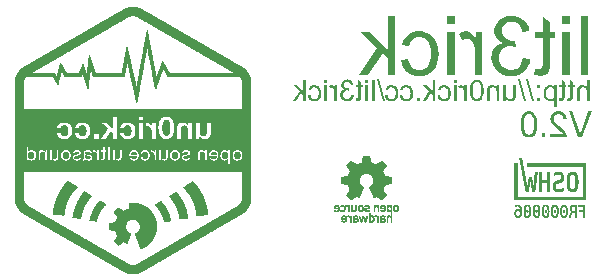
<source format=gbo>
%FSLAX33Y33*%
%MOMM*%
%ADD10C,0.0508*%
D10*
%LNbottom silkscreen_traces*%
G01*
X16950Y1441D02*
X16950Y1441D01*
X16964Y1455*
X17050Y1455*
X17050Y1461*
X17064Y1475*
X17130Y1475*
X17130Y1481*
X17144Y1495*
X17190Y1495*
X17190Y1501*
X17204Y1515*
X17250Y1515*
X17250Y1521*
X17264Y1535*
X17290Y1535*
X17290Y1541*
X17304Y1555*
X17330Y1555*
X17330Y1561*
X17344Y1575*
X17370Y1575*
X17370Y1581*
X17384Y1595*
X17410Y1595*
X17410Y1601*
X17424Y1615*
X17450Y1615*
X17450Y1621*
X17464Y1635*
X17490Y1635*
X17490Y1641*
X17504Y1655*
X17510Y1655*
X17510Y1661*
X17524Y1675*
X17550Y1675*
X17550Y1681*
X17564Y1695*
X17590Y1695*
X17590Y1701*
X17604Y1715*
X17630Y1715*
X17630Y1721*
X17644Y1735*
X17650Y1735*
X17650Y1741*
X17664Y1755*
X17690Y1755*
X17690Y1761*
X17704Y1775*
X17730Y1775*
X17730Y1781*
X17744Y1795*
X17750Y1795*
X17750Y1801*
X17764Y1815*
X17790Y1815*
X17790Y1821*
X17804Y1835*
X17830Y1835*
X17830Y1841*
X17844Y1855*
X17870Y1855*
X17870Y1861*
X17884Y1875*
X17890Y1875*
X17890Y1881*
X17904Y1895*
X17930Y1895*
X17930Y1901*
X17944Y1915*
X17970Y1915*
X17970Y1921*
X17984Y1935*
X18010Y1935*
X18010Y1941*
X18024Y1955*
X18030Y1955*
X18030Y1961*
X18044Y1975*
X18070Y1975*
X18070Y1981*
X18084Y1995*
X18110Y1995*
X18110Y2001*
X18124Y2015*
X18150Y2015*
X18150Y2021*
X18164Y2035*
X18170Y2035*
X18170Y2041*
X18184Y2055*
X18210Y2055*
X18210Y2061*
X18224Y2075*
X18250Y2075*
X18250Y2081*
X18264Y2095*
X18270Y2095*
X18270Y2101*
X18284Y2115*
X18310Y2115*
X18310Y2121*
X18324Y2135*
X18350Y2135*
X18350Y2141*
X18364Y2155*
X18390Y2155*
X18390Y2161*
X18404Y2175*
X18410Y2175*
X18410Y2181*
X18424Y2195*
X18450Y2195*
X18450Y2201*
X18464Y2215*
X18490Y2215*
X18490Y2221*
X18504Y2235*
X18530Y2235*
X18530Y2241*
X18544Y2255*
X18550Y2255*
X18550Y2261*
X18564Y2275*
X18590Y2275*
X18590Y2281*
X18604Y2295*
X18630Y2295*
X18630Y2301*
X18644Y2315*
X18670Y2315*
X18670Y2321*
X18684Y2335*
X18690Y2335*
X18690Y2341*
X18704Y2355*
X18730Y2355*
X18730Y2361*
X18744Y2375*
X18770Y2375*
X18770Y2381*
X18784Y2395*
X18790Y2395*
X18790Y2401*
X18804Y2415*
X18830Y2415*
X18830Y2421*
X18844Y2435*
X18870Y2435*
X18870Y2441*
X18884Y2455*
X18910Y2455*
X18910Y2461*
X18924Y2475*
X18930Y2475*
X18930Y2481*
X18944Y2495*
X18970Y2495*
X18970Y2501*
X18984Y2515*
X19010Y2515*
X19010Y2521*
X19024Y2535*
X19050Y2535*
X19050Y2541*
X19064Y2555*
X19070Y2555*
X19070Y2561*
X19084Y2575*
X19110Y2575*
X19110Y2581*
X19124Y2595*
X19150Y2595*
X19150Y2601*
X19164Y2615*
X19170Y2615*
X19170Y2621*
X19184Y2635*
X19210Y2635*
X19210Y2641*
X19224Y2655*
X19250Y2655*
X19250Y2661*
X19264Y2675*
X19290Y2675*
X19290Y2681*
X19304Y2695*
X19310Y2695*
X19310Y2701*
X19324Y2715*
X19350Y2715*
X19350Y2721*
X19364Y2735*
X19390Y2735*
X19390Y2741*
X19404Y2755*
X19430Y2755*
X19430Y2761*
X19444Y2775*
X19450Y2775*
X19450Y2781*
X19464Y2795*
X19490Y2795*
X19490Y2801*
X19504Y2815*
X19530Y2815*
X19530Y2821*
X19544Y2835*
X19570Y2835*
X19570Y2841*
X19584Y2855*
X19590Y2855*
X19590Y2861*
X19604Y2875*
X19630Y2875*
X19630Y2881*
X19644Y2895*
X19670Y2895*
X19670Y2901*
X19684Y2915*
X19690Y2915*
X19690Y2921*
X19704Y2935*
X19730Y2935*
X19730Y2941*
X19744Y2955*
X19770Y2955*
X19770Y2961*
X19784Y2975*
X19810Y2975*
X19810Y2981*
X19824Y2995*
X19830Y2995*
X19830Y3001*
X19844Y3015*
X19870Y3015*
X19870Y3021*
X19884Y3035*
X19910Y3035*
X19910Y3041*
X19924Y3055*
X19950Y3055*
X19950Y3061*
X19964Y3075*
X19970Y3075*
X19970Y3081*
X19984Y3095*
X20010Y3095*
X20010Y3101*
X20024Y3115*
X20050Y3115*
X20050Y3121*
X20064Y3135*
X20090Y3135*
X20090Y3141*
X20104Y3155*
X20110Y3155*
X20110Y3161*
X20124Y3175*
X20150Y3175*
X20150Y3181*
X20164Y3195*
X20190Y3195*
X20190Y3201*
X20204Y3215*
X20210Y3215*
X20210Y3221*
X20224Y3235*
X20250Y3235*
X20250Y3241*
X20264Y3255*
X20290Y3255*
X20290Y3261*
X20304Y3275*
X20330Y3275*
X20330Y3281*
X20344Y3295*
X20350Y3295*
X20350Y3301*
X20364Y3315*
X20390Y3315*
X20390Y3321*
X20404Y3335*
X20430Y3335*
X20430Y3341*
X20444Y3355*
X20470Y3355*
X20470Y3361*
X20484Y3375*
X20490Y3375*
X20490Y3381*
X20504Y3395*
X20530Y3395*
X20530Y3401*
X20544Y3415*
X20570Y3415*
X20570Y3421*
X20584Y3435*
X20610Y3435*
X20610Y3441*
X20624Y3455*
X20630Y3455*
X20630Y3461*
X20644Y3475*
X20670Y3475*
X20670Y3481*
X20684Y3495*
X20710Y3495*
X20710Y3501*
X20724Y3515*
X20730Y3515*
X20730Y3521*
X20744Y3535*
X20770Y3535*
X20770Y3541*
X20784Y3555*
X20810Y3555*
X20810Y3561*
X20824Y3575*
X20850Y3575*
X20850Y3581*
X20864Y3595*
X20870Y3595*
X20870Y3601*
X20884Y3615*
X20910Y3615*
X20910Y3621*
X20924Y3635*
X20950Y3635*
X20950Y3641*
X20964Y3655*
X20990Y3655*
X20990Y3661*
X21004Y3675*
X21010Y3675*
X21010Y3681*
X21024Y3695*
X21050Y3695*
X21050Y3701*
X21064Y3715*
X21090Y3715*
X21090Y3721*
X21104Y3735*
X21110Y3735*
X21110Y3741*
X21124Y3755*
X21150Y3755*
X21150Y3761*
X21164Y3775*
X21190Y3775*
X21190Y3781*
X21204Y3795*
X21230Y3795*
X21230Y3801*
X21244Y3815*
X21250Y3815*
X21250Y3821*
X21264Y3835*
X21290Y3835*
X21290Y3841*
X21304Y3855*
X21330Y3855*
X21330Y3861*
X21344Y3875*
X21370Y3875*
X21370Y3881*
X21384Y3895*
X21390Y3895*
X21390Y3901*
X21404Y3915*
X21430Y3915*
X21430Y3921*
X21444Y3935*
X21470Y3935*
X21470Y3941*
X21484Y3955*
X21510Y3955*
X21510Y3961*
X21524Y3975*
X21530Y3975*
X21530Y3981*
X21544Y3995*
X21570Y3995*
X21570Y4001*
X21584Y4015*
X21610Y4015*
X21610Y4021*
X21624Y4035*
X21630Y4035*
X21630Y4041*
X21644Y4055*
X21670Y4055*
X21670Y4061*
X21684Y4075*
X21710Y4075*
X21710Y4081*
X21724Y4095*
X21750Y4095*
X21750Y4101*
X21764Y4115*
X21770Y4115*
X21770Y4121*
X21784Y4135*
X21810Y4135*
X21810Y4141*
X21824Y4155*
X21850Y4155*
X21850Y4161*
X21864Y4175*
X21890Y4175*
X21890Y4181*
X21904Y4195*
X21910Y4195*
X21910Y4201*
X21924Y4215*
X21950Y4215*
X21950Y4221*
X21964Y4235*
X21990Y4235*
X21990Y4241*
X22004Y4255*
X22030Y4255*
X22030Y4261*
X22044Y4275*
X22050Y4275*
X22050Y4281*
X22064Y4295*
X22090Y4295*
X22090Y4301*
X22104Y4315*
X22130Y4315*
X22130Y4321*
X22144Y4335*
X22150Y4335*
X22150Y4341*
X22164Y4355*
X22190Y4355*
X22190Y4361*
X22204Y4375*
X22230Y4375*
X22230Y4381*
X22244Y4395*
X22270Y4395*
X22270Y4401*
X22284Y4415*
X22290Y4415*
X22290Y4421*
X22304Y4435*
X22330Y4435*
X22330Y4441*
X22344Y4455*
X22370Y4455*
X22370Y4461*
X22384Y4475*
X22410Y4475*
X22410Y4481*
X22424Y4495*
X22430Y4495*
X22430Y4501*
X22444Y4515*
X22470Y4515*
X22470Y4521*
X22484Y4535*
X22510Y4535*
X22510Y4541*
X22524Y4555*
X22550Y4555*
X22550Y4561*
X22564Y4575*
X22570Y4575*
X22570Y4581*
X22584Y4595*
X22610Y4595*
X22610Y4601*
X22624Y4615*
X22650Y4615*
X22650Y4621*
X22664Y4635*
X22670Y4635*
X22670Y4641*
X22684Y4655*
X22710Y4655*
X22710Y4661*
X22724Y4675*
X22750Y4675*
X22750Y4681*
X22764Y4695*
X22790Y4695*
X22790Y4701*
X22804Y4715*
X22810Y4715*
X22810Y4721*
X22824Y4735*
X22850Y4735*
X22850Y4741*
X22864Y4755*
X22890Y4755*
X22890Y4761*
X22904Y4775*
X22930Y4775*
X22930Y4781*
X22944Y4795*
X22950Y4795*
X22950Y4801*
X22964Y4815*
X22990Y4815*
X22990Y4821*
X23004Y4835*
X23030Y4835*
X23030Y4841*
X23044Y4855*
X23050Y4855*
X23050Y4861*
X23064Y4875*
X23090Y4875*
X23090Y4881*
X23104Y4895*
X23130Y4895*
X23130Y4901*
X23144Y4915*
X23170Y4915*
X23170Y4921*
X23184Y4935*
X23190Y4935*
X23190Y4941*
X23204Y4955*
X23230Y4955*
X23230Y4961*
X23244Y4975*
X23270Y4975*
X23270Y4981*
X23284Y4995*
X23310Y4995*
X23310Y5001*
X23324Y5015*
X23330Y5015*
X23330Y5021*
X23344Y5035*
X23370Y5035*
X23370Y5041*
X23384Y5055*
X23410Y5055*
X23410Y5061*
X23424Y5075*
X23450Y5075*
X23450Y5081*
X23464Y5095*
X23470Y5095*
X23470Y5101*
X23484Y5115*
X23510Y5115*
X23510Y5121*
X23524Y5135*
X23550Y5135*
X23550Y5141*
X23564Y5155*
X23570Y5155*
X23570Y5161*
X23584Y5175*
X23610Y5175*
X23610Y5181*
X23624Y5195*
X23650Y5195*
X23650Y5201*
X23664Y5215*
X23690Y5215*
X23690Y5221*
X23704Y5235*
X23710Y5235*
X23710Y5241*
X23724Y5255*
X23750Y5255*
X23750Y5261*
X23764Y5275*
X23790Y5275*
X23790Y5281*
X23804Y5295*
X23830Y5295*
X23830Y5301*
X23844Y5315*
X23850Y5315*
X23850Y5321*
X23864Y5335*
X23890Y5335*
X23890Y5341*
X23904Y5355*
X23930Y5355*
X23930Y5361*
X23944Y5375*
X23970Y5375*
X23970Y5381*
X23984Y5395*
X23990Y5395*
X23990Y5401*
X24004Y5415*
X24030Y5415*
X24030Y5421*
X24044Y5435*
X24070Y5435*
X24070Y5441*
X24084Y5455*
X24090Y5455*
X24090Y5461*
X24104Y5475*
X24130Y5475*
X24130Y5481*
X24144Y5495*
X24170Y5495*
X24170Y5501*
X24184Y5515*
X24210Y5515*
X24210Y5521*
X24224Y5535*
X24230Y5535*
X24230Y5541*
X24244Y5555*
X24270Y5555*
X24270Y5561*
X24284Y5575*
X24310Y5575*
X24310Y5581*
X24324Y5595*
X24350Y5595*
X24350Y5601*
X24364Y5615*
X24370Y5615*
X24370Y5621*
X24384Y5635*
X24410Y5635*
X24410Y5641*
X24424Y5655*
X24450Y5655*
X24450Y5661*
X24464Y5675*
X24470Y5675*
X24470Y5681*
X24484Y5695*
X24510Y5695*
X24510Y5701*
X24524Y5715*
X24550Y5715*
X24550Y5721*
X24564Y5735*
X24590Y5735*
X24590Y5741*
X24604Y5755*
X24610Y5755*
X24610Y5761*
X24624Y5775*
X24650Y5775*
X24650Y5781*
X24664Y5795*
X24690Y5795*
X24690Y5801*
X24704Y5815*
X24730Y5815*
X24730Y5821*
X24744Y5835*
X24750Y5835*
X24750Y5841*
X24764Y5855*
X24790Y5855*
X24790Y5861*
X24804Y5875*
X24830Y5875*
X24830Y5881*
X24844Y5895*
X24870Y5895*
X24870Y5901*
X24884Y5915*
X24890Y5915*
X24890Y5921*
X24904Y5935*
X24930Y5935*
X24930Y5941*
X24944Y5955*
X24970Y5955*
X24970Y5961*
X24984Y5975*
X24990Y5975*
X24990Y5981*
X25004Y5995*
X25030Y5995*
X25030Y6001*
X25044Y6015*
X25070Y6015*
X25070Y6021*
X25084Y6035*
X25110Y6035*
X25110Y6041*
X25124Y6055*
X25130Y6055*
X25130Y6061*
X25144Y6075*
X25170Y6075*
X25170Y6081*
X25184Y6095*
X25210Y6095*
X25210Y6101*
X25224Y6115*
X25250Y6115*
X25250Y6121*
X25264Y6135*
X25270Y6135*
X25270Y6141*
X25284Y6155*
X25310Y6155*
X25310Y6161*
X25324Y6175*
X25350Y6175*
X25350Y6181*
X25364Y6195*
X25390Y6195*
X25390Y6201*
X25404Y6215*
X25410Y6215*
X25410Y6221*
X25424Y6235*
X25450Y6235*
X25450Y6241*
X25464Y6255*
X25490Y6255*
X25490Y6261*
X25504Y6275*
X25510Y6275*
X25510Y6281*
X25524Y6295*
X25550Y6295*
X25550Y6301*
X25564Y6315*
X25590Y6315*
X25590Y6321*
X25604Y6335*
X25630Y6335*
X25630Y6341*
X25644Y6355*
X25650Y6355*
X25650Y6361*
X25664Y6375*
X25690Y6375*
X25690Y6381*
X25704Y6395*
X25730Y6395*
X25730Y6401*
X25744Y6415*
X25770Y6415*
X25770Y6421*
X25784Y6435*
X25790Y6435*
X25790Y6441*
X25804Y6455*
X25830Y6455*
X25830Y6461*
X25844Y6475*
X25870Y6475*
X25870Y6481*
X25884Y6495*
X25890Y6495*
X25890Y6501*
X25904Y6515*
X25930Y6515*
X25930Y6521*
X25944Y6535*
X25970Y6535*
X25970Y6541*
X25984Y6555*
X25990Y6555*
X25990Y6561*
X26004Y6575*
X26010Y6575*
X26010Y6581*
X26024Y6595*
X26050Y6595*
X26050Y6601*
X26064Y6615*
X26070Y6615*
X26070Y6621*
X26084Y6635*
X26090Y6635*
X26090Y6641*
X26104Y6655*
X26110Y6655*
X26110Y6661*
X26124Y6675*
X26130Y6675*
X26130Y6681*
X26144Y6695*
X26150Y6695*
X26150Y6701*
X26164Y6715*
X26170Y6715*
X26170Y6721*
X26184Y6735*
X26190Y6735*
X26190Y6741*
X26204Y6755*
X26210Y6755*
X26210Y6761*
X26224Y6775*
X26230Y6775*
X26230Y6781*
X26244Y6795*
X26250Y6795*
X26250Y6801*
X26264Y6815*
X26270Y6815*
X26270Y6821*
X26284Y6835*
X26290Y6835*
X26290Y6861*
X26304Y6875*
X26310Y6875*
X26310Y6881*
X26324Y6895*
X26330Y6895*
X26330Y6901*
X26344Y6915*
X26350Y6915*
X26350Y6941*
X26364Y6955*
X26370Y6955*
X26370Y6961*
X26384Y6975*
X26390Y6975*
X26390Y7001*
X26404Y7015*
X26410Y7015*
X26410Y7021*
X26424Y7035*
X26430Y7035*
X26430Y7061*
X26444Y7075*
X26450Y7075*
X26450Y7101*
X26464Y7115*
X26470Y7115*
X26470Y7141*
X26484Y7155*
X26490Y7155*
X26490Y7181*
X26504Y7195*
X26510Y7195*
X26510Y7221*
X26524Y7235*
X26530Y7235*
X26530Y7261*
X26544Y7275*
X26550Y7275*
X26550Y7321*
X26564Y7335*
X26570Y7335*
X26570Y7381*
X26584Y7395*
X26590Y7395*
X26590Y7441*
X26604Y7455*
X26610Y7455*
X26610Y7501*
X26624Y7515*
X26630Y7515*
X26630Y7601*
X26644Y7615*
X26650Y7615*
X26650Y17775*
X26644Y17775*
X26630Y17789*
X26630Y17855*
X26624Y17855*
X26610Y17869*
X26610Y17935*
X26604Y17935*
X26590Y17949*
X26590Y17995*
X26584Y17995*
X26570Y18009*
X26570Y18055*
X26564Y18055*
X26550Y18069*
X26550Y18095*
X26544Y18095*
X26530Y18109*
X26530Y18155*
X26524Y18155*
X26510Y18169*
X26510Y18195*
X26504Y18195*
X26490Y18209*
X26490Y18235*
X26484Y18235*
X26470Y18249*
X26470Y18275*
X26464Y18275*
X26450Y18289*
X26450Y18315*
X26444Y18315*
X26430Y18329*
X26430Y18335*
X26424Y18335*
X26410Y18349*
X26410Y18375*
X26404Y18375*
X26390Y18389*
X26390Y18395*
X26384Y18395*
X26370Y18409*
X26370Y18435*
X26364Y18435*
X26350Y18449*
X26350Y18455*
X26344Y18455*
X26330Y18469*
X26330Y18495*
X26324Y18495*
X26310Y18509*
X26310Y18515*
X26304Y18515*
X26290Y18529*
X26290Y18535*
X26284Y18535*
X26270Y18549*
X26270Y18575*
X26264Y18575*
X26250Y18589*
X26250Y18595*
X26244Y18595*
X26230Y18609*
X26230Y18615*
X26224Y18615*
X26210Y18629*
X26210Y18635*
X26204Y18635*
X26190Y18649*
X26190Y18655*
X26184Y18655*
X26170Y18669*
X26170Y18675*
X26164Y18675*
X26150Y18689*
X26150Y18695*
X26144Y18695*
X26130Y18709*
X26130Y18715*
X26124Y18715*
X26110Y18729*
X26110Y18735*
X26104Y18735*
X26090Y18749*
X26090Y18755*
X26084Y18755*
X26070Y18769*
X26070Y18775*
X26044Y18775*
X26030Y18789*
X26030Y18795*
X26024Y18795*
X26010Y18809*
X26010Y18815*
X26004Y18815*
X25990Y18829*
X25990Y18835*
X25964Y18835*
X25950Y18849*
X25950Y18855*
X25944Y18855*
X25930Y18869*
X25930Y18875*
X25904Y18875*
X25890Y18889*
X25890Y18895*
X25864Y18895*
X25850Y18909*
X25850Y18915*
X25844Y18915*
X25830Y18929*
X25830Y18935*
X25804Y18935*
X25790Y18949*
X25790Y18955*
X25764Y18955*
X25750Y18969*
X25750Y18975*
X25724Y18975*
X25710Y18989*
X25710Y18995*
X25704Y18995*
X25690Y19009*
X25690Y19015*
X25664Y19015*
X25650Y19029*
X25650Y19035*
X25624Y19035*
X25610Y19049*
X25610Y19055*
X25604Y19055*
X25590Y19069*
X25590Y19075*
X25564Y19075*
X25550Y19089*
X25550Y19095*
X25524Y19095*
X25510Y19109*
X25510Y19115*
X25484Y19115*
X25470Y19129*
X25470Y19135*
X25464Y19135*
X25450Y19149*
X25450Y19155*
X25424Y19155*
X25410Y19169*
X25410Y19175*
X25384Y19175*
X25370Y19189*
X25370Y19195*
X25344Y19195*
X25330Y19209*
X25330Y19215*
X25324Y19215*
X25310Y19229*
X25310Y19235*
X25284Y19235*
X25270Y19249*
X25270Y19255*
X25244Y19255*
X25230Y19269*
X25230Y19275*
X25224Y19275*
X25210Y19289*
X25210Y19295*
X25184Y19295*
X25170Y19309*
X25170Y19315*
X25144Y19315*
X25130Y19329*
X25130Y19335*
X25104Y19335*
X25090Y19349*
X25090Y19355*
X25084Y19355*
X25070Y19369*
X25070Y19375*
X25044Y19375*
X25030Y19389*
X25030Y19395*
X25004Y19395*
X24990Y19409*
X24990Y19415*
X24964Y19415*
X24950Y19429*
X24950Y19435*
X24944Y19435*
X24930Y19449*
X24930Y19455*
X24904Y19455*
X24890Y19469*
X24890Y19475*
X24864Y19475*
X24850Y19489*
X24850Y19495*
X24824Y19495*
X24810Y19509*
X24810Y19515*
X24804Y19515*
X24790Y19529*
X24790Y19535*
X24764Y19535*
X24750Y19549*
X24750Y19555*
X24724Y19555*
X24710Y19569*
X24710Y19575*
X24704Y19575*
X24690Y19589*
X24690Y19595*
X24664Y19595*
X24650Y19609*
X24650Y19615*
X24624Y19615*
X24610Y19629*
X24610Y19635*
X24584Y19635*
X24570Y19649*
X24570Y19655*
X24564Y19655*
X24550Y19669*
X24550Y19675*
X24524Y19675*
X24510Y19689*
X24510Y19695*
X24484Y19695*
X24470Y19709*
X24470Y19715*
X24444Y19715*
X24430Y19729*
X24430Y19735*
X24424Y19735*
X24410Y19749*
X24410Y19755*
X24384Y19755*
X24370Y19769*
X24370Y19775*
X24344Y19775*
X24330Y19789*
X24330Y19795*
X24304Y19795*
X24290Y19809*
X24290Y19815*
X24284Y19815*
X24270Y19829*
X24270Y19835*
X24244Y19835*
X24230Y19849*
X24230Y19855*
X24204Y19855*
X24190Y19869*
X24190Y19875*
X24184Y19875*
X24170Y19889*
X24170Y19895*
X24144Y19895*
X24130Y19909*
X24130Y19915*
X24104Y19915*
X24090Y19929*
X24090Y19935*
X24064Y19935*
X24050Y19949*
X24050Y19955*
X24044Y19955*
X24030Y19969*
X24030Y19975*
X24004Y19975*
X23990Y19989*
X23990Y19995*
X23964Y19995*
X23950Y20009*
X23950Y20015*
X23924Y20015*
X23910Y20029*
X23910Y20035*
X23904Y20035*
X23890Y20049*
X23890Y20055*
X23864Y20055*
X23850Y20069*
X23850Y20075*
X23824Y20075*
X23810Y20089*
X23810Y20095*
X23784Y20095*
X23770Y20109*
X23770Y20115*
X23764Y20115*
X23750Y20129*
X23750Y20135*
X23724Y20135*
X23710Y20149*
X23710Y20155*
X23684Y20155*
X23670Y20169*
X23670Y20175*
X23664Y20175*
X23650Y20189*
X23650Y20195*
X23624Y20195*
X23610Y20209*
X23610Y20215*
X23584Y20215*
X23570Y20229*
X23570Y20235*
X23544Y20235*
X23530Y20249*
X23530Y20255*
X23524Y20255*
X23510Y20269*
X23510Y20275*
X23484Y20275*
X23470Y20289*
X23470Y20295*
X23444Y20295*
X23430Y20309*
X23430Y20315*
X23404Y20315*
X23390Y20329*
X23390Y20335*
X23384Y20335*
X23370Y20349*
X23370Y20355*
X23344Y20355*
X23330Y20369*
X23330Y20375*
X23304Y20375*
X23290Y20389*
X23290Y20395*
X23284Y20395*
X23270Y20409*
X23270Y20415*
X23244Y20415*
X23230Y20429*
X23230Y20435*
X23204Y20435*
X23190Y20449*
X23190Y20455*
X23164Y20455*
X23150Y20469*
X23150Y20475*
X23144Y20475*
X23130Y20489*
X23130Y20495*
X23104Y20495*
X23090Y20509*
X23090Y20515*
X23064Y20515*
X23050Y20529*
X23050Y20535*
X23024Y20535*
X23010Y20549*
X23010Y20555*
X23004Y20555*
X22990Y20569*
X22990Y20575*
X22964Y20575*
X22950Y20589*
X22950Y20595*
X22924Y20595*
X22910Y20609*
X22910Y20615*
X22884Y20615*
X22870Y20629*
X22870Y20635*
X22864Y20635*
X22850Y20649*
X22850Y20655*
X22824Y20655*
X22810Y20669*
X22810Y20675*
X22784Y20675*
X22770Y20689*
X22770Y20695*
X22764Y20695*
X22750Y20709*
X22750Y20715*
X22724Y20715*
X22710Y20729*
X22710Y20735*
X22684Y20735*
X22670Y20749*
X22670Y20755*
X22644Y20755*
X22630Y20769*
X22630Y20775*
X22624Y20775*
X22610Y20789*
X22610Y20795*
X22584Y20795*
X22570Y20809*
X22570Y20815*
X22544Y20815*
X22530Y20829*
X22530Y20835*
X22504Y20835*
X22490Y20849*
X22490Y20855*
X22484Y20855*
X22470Y20869*
X22470Y20875*
X22444Y20875*
X22430Y20889*
X22430Y20895*
X22404Y20895*
X22390Y20909*
X22390Y20915*
X22364Y20915*
X22350Y20929*
X22350Y20935*
X22344Y20935*
X22330Y20949*
X22330Y20955*
X22304Y20955*
X22290Y20969*
X22290Y20975*
X22264Y20975*
X22250Y20989*
X22250Y20995*
X22244Y20995*
X22230Y21009*
X22230Y21015*
X22204Y21015*
X22190Y21029*
X22190Y21035*
X22164Y21035*
X22150Y21049*
X22150Y21055*
X22124Y21055*
X22110Y21069*
X22110Y21075*
X22104Y21075*
X22090Y21089*
X22090Y21095*
X22064Y21095*
X22050Y21109*
X22050Y21115*
X22024Y21115*
X22010Y21129*
X22010Y21135*
X21984Y21135*
X21970Y21149*
X21970Y21155*
X21964Y21155*
X21950Y21169*
X21950Y21175*
X21924Y21175*
X21910Y21189*
X21910Y21195*
X21884Y21195*
X21870Y21209*
X21870Y21215*
X21844Y21215*
X21830Y21229*
X21830Y21235*
X21824Y21235*
X21810Y21249*
X21810Y21255*
X21784Y21255*
X21770Y21269*
X21770Y21275*
X21744Y21275*
X21730Y21289*
X21730Y21295*
X21724Y21295*
X21710Y21309*
X21710Y21315*
X21684Y21315*
X21670Y21329*
X21670Y21335*
X21644Y21335*
X21630Y21349*
X21630Y21355*
X21604Y21355*
X21590Y21369*
X21590Y21375*
X21584Y21375*
X21570Y21389*
X21570Y21395*
X21544Y21395*
X21530Y21409*
X21530Y21415*
X21504Y21415*
X21490Y21429*
X21490Y21435*
X21464Y21435*
X21450Y21449*
X21450Y21455*
X21444Y21455*
X21430Y21469*
X21430Y21475*
X21404Y21475*
X21390Y21489*
X21390Y21495*
X21364Y21495*
X21350Y21509*
X21350Y21515*
X21344Y21515*
X21330Y21529*
X21330Y21535*
X21304Y21535*
X21290Y21549*
X21290Y21555*
X21264Y21555*
X21250Y21569*
X21250Y21575*
X21224Y21575*
X21210Y21589*
X21210Y21595*
X21204Y21595*
X21190Y21609*
X21190Y21615*
X21164Y21615*
X21150Y21629*
X21150Y21635*
X21124Y21635*
X21110Y21649*
X21110Y21655*
X21084Y21655*
X21070Y21669*
X21070Y21675*
X21064Y21675*
X21050Y21689*
X21050Y21695*
X21024Y21695*
X21010Y21709*
X21010Y21715*
X20984Y21715*
X20970Y21729*
X20970Y21735*
X20944Y21735*
X20930Y21749*
X20930Y21755*
X20924Y21755*
X20910Y21769*
X20910Y21775*
X20884Y21775*
X20870Y21789*
X20870Y21795*
X20844Y21795*
X20830Y21809*
X20830Y21815*
X20824Y21815*
X20810Y21829*
X20810Y21835*
X20784Y21835*
X20770Y21849*
X20770Y21855*
X20744Y21855*
X20730Y21869*
X20730Y21875*
X20704Y21875*
X20690Y21889*
X20690Y21895*
X20684Y21895*
X20670Y21909*
X20670Y21915*
X20644Y21915*
X20630Y21929*
X20630Y21935*
X20604Y21935*
X20590Y21949*
X20590Y21955*
X20564Y21955*
X20550Y21969*
X20550Y21975*
X20544Y21975*
X20530Y21989*
X20530Y21995*
X20504Y21995*
X20490Y22009*
X20490Y22015*
X20464Y22015*
X20450Y22029*
X20450Y22035*
X20424Y22035*
X20410Y22049*
X20410Y22055*
X20404Y22055*
X20390Y22069*
X20390Y22075*
X20364Y22075*
X20350Y22089*
X20350Y22095*
X20324Y22095*
X20310Y22109*
X20310Y22115*
X20304Y22115*
X20290Y22129*
X20290Y22135*
X20264Y22135*
X20250Y22149*
X20250Y22155*
X20224Y22155*
X20210Y22169*
X20210Y22175*
X20184Y22175*
X20170Y22189*
X20170Y22195*
X20164Y22195*
X20150Y22209*
X20150Y22215*
X20124Y22215*
X20110Y22229*
X20110Y22235*
X20084Y22235*
X20070Y22249*
X20070Y22255*
X20044Y22255*
X20030Y22269*
X20030Y22275*
X20024Y22275*
X20010Y22289*
X20010Y22295*
X19984Y22295*
X19970Y22309*
X19970Y22315*
X19944Y22315*
X19930Y22329*
X19930Y22335*
X19904Y22335*
X19890Y22349*
X19890Y22355*
X19884Y22355*
X19870Y22369*
X19870Y22375*
X19844Y22375*
X19830Y22389*
X19830Y22395*
X19804Y22395*
X19790Y22409*
X19790Y22415*
X19784Y22415*
X19770Y22429*
X19770Y22435*
X19744Y22435*
X19730Y22449*
X19730Y22455*
X19704Y22455*
X19690Y22469*
X19690Y22475*
X19664Y22475*
X19650Y22489*
X19650Y22495*
X19644Y22495*
X19630Y22509*
X19630Y22515*
X19604Y22515*
X19590Y22529*
X19590Y22535*
X19564Y22535*
X19550Y22549*
X19550Y22555*
X19524Y22555*
X19510Y22569*
X19510Y22575*
X19504Y22575*
X19490Y22589*
X19490Y22595*
X19464Y22595*
X19450Y22609*
X19450Y22615*
X19424Y22615*
X19410Y22629*
X19410Y22635*
X19404Y22635*
X19390Y22649*
X19390Y22655*
X19364Y22655*
X19350Y22669*
X19350Y22675*
X19324Y22675*
X19310Y22689*
X19310Y22695*
X19284Y22695*
X19270Y22709*
X19270Y22715*
X19264Y22715*
X19250Y22729*
X19250Y22735*
X19224Y22735*
X19210Y22749*
X19210Y22755*
X19184Y22755*
X19170Y22769*
X19170Y22775*
X19144Y22775*
X19130Y22789*
X19130Y22795*
X19124Y22795*
X19110Y22809*
X19110Y22815*
X19084Y22815*
X19070Y22829*
X19070Y22835*
X19044Y22835*
X19030Y22849*
X19030Y22855*
X19004Y22855*
X18990Y22869*
X18990Y22875*
X18984Y22875*
X18970Y22889*
X18970Y22895*
X18944Y22895*
X18930Y22909*
X18930Y22915*
X18904Y22915*
X18890Y22929*
X18890Y22935*
X18884Y22935*
X18870Y22949*
X18870Y22955*
X18844Y22955*
X18830Y22969*
X18830Y22975*
X18804Y22975*
X18790Y22989*
X18790Y22995*
X18764Y22995*
X18750Y23009*
X18750Y23015*
X18744Y23015*
X18730Y23029*
X18730Y23035*
X18704Y23035*
X18690Y23049*
X18690Y23055*
X18664Y23055*
X18650Y23069*
X18650Y23075*
X18624Y23075*
X18610Y23089*
X18610Y23095*
X18604Y23095*
X18590Y23109*
X18590Y23115*
X18564Y23115*
X18550Y23129*
X18550Y23135*
X18524Y23135*
X18510Y23149*
X18510Y23155*
X18484Y23155*
X18470Y23169*
X18470Y23175*
X18464Y23175*
X18450Y23189*
X18450Y23195*
X18424Y23195*
X18410Y23209*
X18410Y23215*
X18384Y23215*
X18370Y23229*
X18370Y23235*
X18364Y23235*
X18350Y23249*
X18350Y23255*
X18324Y23255*
X18310Y23269*
X18310Y23275*
X18284Y23275*
X18270Y23289*
X18270Y23295*
X18244Y23295*
X18230Y23309*
X18230Y23315*
X18224Y23315*
X18210Y23329*
X18210Y23335*
X18184Y23335*
X18170Y23349*
X18170Y23355*
X18144Y23355*
X18130Y23369*
X18130Y23375*
X18104Y23375*
X18090Y23389*
X18090Y23395*
X18084Y23395*
X18070Y23409*
X18070Y23415*
X18044Y23415*
X18030Y23429*
X18030Y23435*
X18004Y23435*
X17990Y23449*
X17990Y23455*
X17984Y23455*
X17970Y23469*
X17970Y23475*
X17944Y23475*
X17930Y23489*
X17930Y23495*
X17904Y23495*
X17890Y23509*
X17890Y23515*
X17864Y23515*
X17850Y23529*
X17850Y23535*
X17844Y23535*
X17830Y23549*
X17830Y23555*
X17804Y23555*
X17790Y23569*
X17790Y23575*
X17764Y23575*
X17750Y23589*
X17750Y23595*
X17724Y23595*
X17710Y23609*
X17710Y23615*
X17704Y23615*
X17690Y23629*
X17690Y23635*
X17664Y23635*
X17650Y23649*
X17650Y23655*
X17624Y23655*
X17610Y23669*
X17610Y23675*
X17584Y23675*
X17570Y23689*
X17570Y23695*
X17564Y23695*
X17550Y23709*
X17550Y23715*
X17524Y23715*
X17510Y23729*
X17510Y23735*
X17484Y23735*
X17470Y23749*
X17470Y23755*
X17464Y23755*
X17450Y23769*
X17450Y23775*
X17424Y23775*
X17410Y23789*
X17410Y23795*
X17384Y23795*
X17370Y23809*
X17370Y23815*
X17344Y23815*
X17330Y23829*
X17330Y23835*
X17304Y23835*
X17290Y23849*
X17290Y23855*
X17244Y23855*
X17230Y23869*
X17230Y23875*
X17184Y23875*
X17170Y23889*
X17170Y23895*
X17124Y23895*
X17110Y23909*
X17110Y23915*
X17044Y23915*
X17030Y23929*
X17030Y23935*
X16944Y23935*
X16930Y23949*
X16930Y23955*
X16430Y23955*
X16430Y23949*
X16416Y23935*
X16330Y23935*
X16330Y23929*
X16316Y23915*
X16250Y23915*
X16250Y23909*
X16236Y23895*
X16190Y23895*
X16190Y23889*
X16176Y23875*
X16130Y23875*
X16130Y23869*
X16116Y23855*
X16070Y23855*
X16070Y23849*
X16056Y23835*
X16030Y23835*
X16030Y23829*
X16016Y23815*
X15990Y23815*
X15990Y23809*
X15976Y23795*
X15950Y23795*
X15950Y23789*
X15936Y23775*
X15910Y23775*
X15910Y23769*
X15896Y23755*
X15870Y23755*
X15870Y23749*
X15856Y23735*
X15850Y23735*
X15850Y23729*
X15836Y23715*
X15810Y23715*
X15810Y23709*
X15796Y23695*
X15770Y23695*
X15770Y23689*
X15756Y23675*
X15750Y23675*
X15750Y23669*
X15736Y23655*
X15710Y23655*
X15710Y23649*
X15696Y23635*
X15670Y23635*
X15670Y23629*
X15656Y23615*
X15630Y23615*
X15630Y23609*
X15616Y23595*
X15610Y23595*
X15610Y23589*
X15596Y23575*
X15570Y23575*
X15570Y23569*
X15556Y23555*
X15530Y23555*
X15530Y23549*
X15516Y23535*
X15490Y23535*
X15490Y23529*
X15476Y23515*
X15470Y23515*
X15470Y23509*
X15456Y23495*
X15430Y23495*
X15430Y23489*
X15416Y23475*
X15390Y23475*
X15390Y23469*
X15376Y23455*
X15370Y23455*
X15370Y23449*
X15356Y23435*
X15330Y23435*
X15330Y23429*
X15316Y23415*
X15290Y23415*
X15290Y23409*
X15276Y23395*
X15250Y23395*
X15250Y23389*
X15236Y23375*
X15230Y23375*
X15230Y23369*
X15216Y23355*
X15190Y23355*
X15190Y23349*
X15176Y23335*
X15150Y23335*
X15150Y23329*
X15136Y23315*
X15110Y23315*
X15110Y23309*
X15096Y23295*
X15090Y23295*
X15090Y23289*
X15076Y23275*
X15050Y23275*
X15050Y23269*
X15036Y23255*
X15010Y23255*
X15010Y23249*
X14996Y23235*
X14970Y23235*
X14970Y23229*
X14956Y23215*
X14950Y23215*
X14950Y23209*
X14936Y23195*
X14910Y23195*
X14910Y23189*
X14896Y23175*
X14870Y23175*
X14870Y23169*
X14856Y23155*
X14850Y23155*
X14850Y23149*
X14836Y23135*
X14810Y23135*
X14810Y23129*
X14796Y23115*
X14770Y23115*
X14770Y23109*
X14756Y23095*
X14730Y23095*
X14730Y23089*
X14716Y23075*
X14710Y23075*
X14710Y23069*
X14696Y23055*
X14670Y23055*
X14670Y23049*
X14656Y23035*
X14630Y23035*
X14630Y23029*
X14616Y23015*
X14590Y23015*
X14590Y23009*
X14576Y22995*
X14570Y22995*
X14570Y22989*
X14556Y22975*
X14530Y22975*
X14530Y22969*
X14516Y22955*
X14490Y22955*
X14490Y22949*
X14476Y22935*
X14450Y22935*
X14450Y22929*
X14436Y22915*
X14430Y22915*
X14430Y22909*
X14416Y22895*
X14390Y22895*
X14390Y22889*
X14376Y22875*
X14350Y22875*
X14350Y22869*
X14336Y22855*
X14330Y22855*
X14330Y22849*
X14316Y22835*
X14290Y22835*
X14290Y22829*
X14276Y22815*
X14250Y22815*
X14250Y22809*
X14236Y22795*
X14210Y22795*
X14210Y22789*
X14196Y22775*
X14190Y22775*
X14190Y22769*
X14176Y22755*
X14150Y22755*
X14150Y22749*
X14136Y22735*
X14110Y22735*
X14110Y22729*
X14096Y22715*
X14070Y22715*
X14070Y22709*
X14056Y22695*
X14050Y22695*
X14050Y22689*
X14036Y22675*
X14010Y22675*
X14010Y22669*
X13996Y22655*
X13970Y22655*
X13970Y22649*
X13956Y22635*
X13930Y22635*
X13930Y22629*
X13916Y22615*
X13910Y22615*
X13910Y22609*
X13896Y22595*
X13870Y22595*
X13870Y22589*
X13856Y22575*
X13830Y22575*
X13830Y22569*
X13816Y22555*
X13810Y22555*
X13810Y22549*
X13796Y22535*
X13770Y22535*
X13770Y22529*
X13756Y22515*
X13730Y22515*
X13730Y22509*
X13716Y22495*
X13690Y22495*
X13690Y22489*
X13676Y22475*
X13670Y22475*
X13670Y22469*
X13656Y22455*
X13630Y22455*
X13630Y22449*
X13616Y22435*
X13590Y22435*
X13590Y22429*
X13576Y22415*
X13550Y22415*
X13550Y22409*
X13536Y22395*
X13530Y22395*
X13530Y22389*
X13516Y22375*
X13490Y22375*
X13490Y22369*
X13476Y22355*
X13450Y22355*
X13450Y22349*
X13436Y22335*
X13430Y22335*
X13430Y22329*
X13416Y22315*
X13390Y22315*
X13390Y22309*
X13376Y22295*
X13350Y22295*
X13350Y22289*
X13336Y22275*
X13310Y22275*
X13310Y22269*
X13296Y22255*
X13290Y22255*
X13290Y22249*
X13276Y22235*
X13250Y22235*
X13250Y22229*
X13236Y22215*
X13210Y22215*
X13210Y22209*
X13196Y22195*
X13170Y22195*
X13170Y22189*
X13156Y22175*
X13150Y22175*
X13150Y22169*
X13136Y22155*
X13110Y22155*
X13110Y22149*
X13096Y22135*
X13070Y22135*
X13070Y22129*
X13056Y22115*
X13030Y22115*
X13030Y22109*
X13016Y22095*
X13010Y22095*
X13010Y22089*
X12996Y22075*
X12970Y22075*
X12970Y22069*
X12956Y22055*
X12930Y22055*
X12930Y22049*
X12916Y22035*
X12910Y22035*
X12910Y22029*
X12896Y22015*
X12870Y22015*
X12870Y22009*
X12856Y21995*
X12830Y21995*
X12830Y21989*
X12816Y21975*
X12790Y21975*
X12790Y21969*
X12776Y21955*
X12770Y21955*
X12770Y21949*
X12756Y21935*
X12730Y21935*
X12730Y21929*
X12716Y21915*
X12690Y21915*
X12690Y21909*
X12676Y21895*
X12650Y21895*
X12650Y21889*
X12636Y21875*
X12630Y21875*
X12630Y21869*
X12616Y21855*
X12590Y21855*
X12590Y21849*
X12576Y21835*
X12550Y21835*
X12550Y21829*
X12536Y21815*
X12510Y21815*
X12510Y21809*
X12496Y21795*
X12490Y21795*
X12490Y21789*
X12476Y21775*
X12450Y21775*
X12450Y21769*
X12436Y21755*
X12410Y21755*
X12410Y21749*
X12396Y21735*
X12390Y21735*
X12390Y21729*
X12376Y21715*
X12350Y21715*
X12350Y21709*
X12336Y21695*
X12310Y21695*
X12310Y21689*
X12296Y21675*
X12270Y21675*
X12270Y21669*
X12256Y21655*
X12250Y21655*
X12250Y21649*
X12236Y21635*
X12210Y21635*
X12210Y21629*
X12196Y21615*
X12170Y21615*
X12170Y21609*
X12156Y21595*
X12130Y21595*
X12130Y21589*
X12116Y21575*
X12110Y21575*
X12110Y21569*
X12096Y21555*
X12070Y21555*
X12070Y21549*
X12056Y21535*
X12030Y21535*
X12030Y21529*
X12016Y21515*
X11990Y21515*
X11990Y21509*
X11976Y21495*
X11970Y21495*
X11970Y21489*
X11956Y21475*
X11930Y21475*
X11930Y21469*
X11916Y21455*
X11890Y21455*
X11890Y21449*
X11876Y21435*
X11870Y21435*
X11870Y21429*
X11856Y21415*
X11830Y21415*
X11830Y21409*
X11816Y21395*
X11790Y21395*
X11790Y21389*
X11776Y21375*
X11750Y21375*
X11750Y21369*
X11736Y21355*
X11730Y21355*
X11730Y21349*
X11716Y21335*
X11690Y21335*
X11690Y21329*
X11676Y21315*
X11650Y21315*
X11650Y21309*
X11636Y21295*
X11610Y21295*
X11610Y21289*
X11596Y21275*
X11590Y21275*
X11590Y21269*
X11576Y21255*
X11550Y21255*
X11550Y21249*
X11536Y21235*
X11510Y21235*
X11510Y21229*
X11496Y21215*
X11490Y21215*
X11490Y21209*
X11476Y21195*
X11450Y21195*
X11450Y21189*
X11436Y21175*
X11410Y21175*
X11410Y21169*
X11396Y21155*
X11370Y21155*
X11370Y21149*
X11356Y21135*
X11350Y21135*
X11350Y21129*
X11336Y21115*
X11310Y21115*
X11310Y21109*
X11296Y21095*
X11270Y21095*
X11270Y21089*
X11256Y21075*
X11230Y21075*
X11230Y21069*
X11216Y21055*
X11210Y21055*
X11210Y21049*
X11196Y21035*
X11170Y21035*
X11170Y21029*
X11156Y21015*
X11130Y21015*
X11130Y21009*
X11116Y20995*
X11090Y20995*
X11090Y20989*
X11076Y20975*
X11070Y20975*
X11070Y20969*
X11056Y20955*
X11030Y20955*
X11030Y20949*
X11016Y20935*
X10990Y20935*
X10990Y20929*
X10976Y20915*
X10970Y20915*
X10970Y20909*
X10956Y20895*
X10930Y20895*
X10930Y20889*
X10916Y20875*
X10890Y20875*
X10890Y20869*
X10876Y20855*
X10850Y20855*
X10850Y20849*
X10836Y20835*
X10830Y20835*
X10830Y20829*
X10816Y20815*
X10790Y20815*
X10790Y20809*
X10776Y20795*
X10750Y20795*
X10750Y20789*
X10736Y20775*
X10710Y20775*
X10710Y20769*
X10696Y20755*
X10690Y20755*
X10690Y20749*
X10676Y20735*
X10650Y20735*
X10650Y20729*
X10636Y20715*
X10610Y20715*
X10610Y20709*
X10596Y20695*
X10570Y20695*
X10570Y20689*
X10556Y20675*
X10550Y20675*
X10550Y20669*
X10536Y20655*
X10510Y20655*
X10510Y20649*
X10496Y20635*
X10470Y20635*
X10470Y20629*
X10456Y20615*
X10450Y20615*
X10450Y20609*
X10436Y20595*
X10410Y20595*
X10410Y20589*
X10396Y20575*
X10370Y20575*
X10370Y20569*
X10356Y20555*
X10330Y20555*
X10330Y20549*
X10316Y20535*
X10310Y20535*
X10310Y20529*
X10296Y20515*
X10270Y20515*
X10270Y20509*
X10256Y20495*
X10230Y20495*
X10230Y20489*
X10216Y20475*
X10190Y20475*
X10190Y20469*
X10176Y20455*
X10170Y20455*
X10170Y20449*
X10156Y20435*
X10130Y20435*
X10130Y20429*
X10116Y20415*
X10090Y20415*
X10090Y20409*
X10076Y20395*
X10050Y20395*
X10050Y20389*
X10036Y20375*
X10030Y20375*
X10030Y20369*
X10016Y20355*
X9990Y20355*
X9990Y20349*
X9976Y20335*
X9950Y20335*
X9950Y20329*
X9936Y20315*
X9930Y20315*
X9930Y20309*
X9916Y20295*
X9890Y20295*
X9890Y20289*
X9876Y20275*
X9850Y20275*
X9850Y20269*
X9836Y20255*
X9810Y20255*
X9810Y20249*
X9796Y20235*
X9790Y20235*
X9790Y20229*
X9776Y20215*
X9750Y20215*
X9750Y20209*
X9736Y20195*
X9710Y20195*
X9710Y20189*
X9696Y20175*
X9670Y20175*
X9670Y20169*
X9656Y20155*
X9650Y20155*
X9650Y20149*
X9636Y20135*
X9610Y20135*
X9610Y20129*
X9596Y20115*
X9570Y20115*
X9570Y20109*
X9556Y20095*
X9550Y20095*
X9550Y20089*
X9536Y20075*
X9510Y20075*
X9510Y20069*
X9496Y20055*
X9470Y20055*
X9470Y20049*
X9456Y20035*
X9430Y20035*
X9430Y20029*
X9416Y20015*
X9410Y20015*
X9410Y20009*
X9396Y19995*
X9370Y19995*
X9370Y19989*
X9356Y19975*
X9330Y19975*
X9330Y19969*
X9316Y19955*
X9290Y19955*
X9290Y19949*
X9276Y19935*
X9270Y19935*
X9270Y19929*
X9256Y19915*
X9230Y19915*
X9230Y19909*
X9216Y19895*
X9190Y19895*
X9190Y19889*
X9176Y19875*
X9150Y19875*
X9150Y19869*
X9136Y19855*
X9130Y19855*
X9130Y19849*
X9116Y19835*
X9090Y19835*
X9090Y19829*
X9076Y19815*
X9050Y19815*
X9050Y19809*
X9036Y19795*
X9030Y19795*
X9030Y19789*
X9016Y19775*
X8990Y19775*
X8990Y19769*
X8976Y19755*
X8950Y19755*
X8950Y19749*
X8936Y19735*
X8910Y19735*
X8910Y19729*
X8896Y19715*
X8890Y19715*
X8890Y19709*
X8876Y19695*
X8850Y19695*
X8850Y19689*
X8836Y19675*
X8810Y19675*
X8810Y19669*
X8796Y19655*
X8770Y19655*
X8770Y19649*
X8756Y19635*
X8750Y19635*
X8750Y19629*
X8736Y19615*
X8710Y19615*
X8710Y19609*
X8696Y19595*
X8670Y19595*
X8670Y19589*
X8656Y19575*
X8630Y19575*
X8630Y19569*
X8616Y19555*
X8610Y19555*
X8610Y19549*
X8596Y19535*
X8570Y19535*
X8570Y19529*
X8556Y19515*
X8530Y19515*
X8530Y19509*
X8516Y19495*
X8510Y19495*
X8510Y19489*
X8496Y19475*
X8470Y19475*
X8470Y19469*
X8456Y19455*
X8430Y19455*
X8430Y19449*
X8416Y19435*
X8390Y19435*
X8390Y19429*
X8376Y19415*
X8370Y19415*
X8370Y19409*
X8356Y19395*
X8330Y19395*
X8330Y19389*
X8316Y19375*
X8290Y19375*
X8290Y19369*
X8276Y19355*
X8250Y19355*
X8250Y19349*
X8236Y19335*
X8230Y19335*
X8230Y19329*
X8216Y19315*
X8190Y19315*
X8190Y19309*
X8176Y19295*
X8150Y19295*
X8150Y19289*
X8136Y19275*
X8110Y19275*
X8110Y19269*
X8096Y19255*
X8090Y19255*
X8090Y19249*
X8076Y19235*
X8050Y19235*
X8050Y19229*
X8036Y19215*
X8010Y19215*
X8010Y19209*
X7996Y19195*
X7990Y19195*
X7990Y19189*
X7976Y19175*
X7950Y19175*
X7950Y19169*
X7936Y19155*
X7910Y19155*
X7910Y19149*
X7896Y19135*
X7870Y19135*
X7870Y19129*
X7856Y19115*
X7850Y19115*
X7850Y19109*
X7836Y19095*
X7810Y19095*
X7810Y19089*
X7796Y19075*
X7770Y19075*
X7770Y19069*
X7756Y19055*
X7730Y19055*
X7730Y19049*
X7716Y19035*
X7710Y19035*
X7710Y19029*
X7696Y19015*
X7670Y19015*
X7670Y19009*
X7656Y18995*
X7630Y18995*
X7630Y18989*
X7616Y18975*
X7610Y18975*
X7610Y18969*
X7596Y18955*
X7570Y18955*
X7570Y18949*
X7556Y18935*
X7530Y18935*
X7530Y18929*
X7516Y18915*
X7490Y18915*
X7490Y18909*
X7476Y18895*
X7470Y18895*
X7470Y18889*
X7456Y18875*
X7430Y18875*
X7430Y18869*
X7416Y18855*
X7390Y18855*
X7390Y18849*
X7376Y18835*
X7370Y18835*
X7370Y18829*
X7356Y18815*
X7350Y18815*
X7350Y18809*
X7336Y18795*
X7310Y18795*
X7310Y18789*
X7296Y18775*
X7290Y18775*
X7290Y18769*
X7276Y18755*
X7270Y18755*
X7270Y18749*
X7256Y18735*
X7250Y18735*
X7250Y18729*
X7236Y18715*
X7230Y18715*
X7230Y18709*
X7216Y18695*
X7210Y18695*
X7210Y18689*
X7196Y18675*
X7190Y18675*
X7190Y18669*
X7176Y18655*
X7170Y18655*
X7170Y18649*
X7156Y18635*
X7150Y18635*
X7150Y18629*
X7136Y18615*
X7130Y18615*
X7130Y18609*
X7116Y18595*
X7110Y18595*
X7110Y18589*
X7096Y18575*
X7090Y18575*
X7090Y18569*
X7076Y18555*
X7070Y18555*
X7070Y18529*
X7056Y18515*
X7050Y18515*
X7050Y18509*
X7036Y18495*
X7030Y18495*
X7030Y18489*
X7016Y18475*
X7010Y18475*
X7010Y18449*
X6996Y18435*
X6990Y18435*
X6990Y18429*
X6976Y18415*
X6970Y18415*
X6970Y18389*
X6956Y18375*
X6950Y18375*
X6950Y18369*
X6936Y18355*
X6930Y18355*
X6930Y18329*
X6916Y18315*
X6910Y18315*
X6910Y18289*
X6896Y18275*
X6890Y18275*
X6890Y18249*
X6876Y18235*
X6870Y18235*
X6870Y18209*
X6856Y18195*
X6850Y18195*
X6850Y18169*
X6836Y18155*
X6830Y18155*
X6830Y18129*
X6816Y18115*
X6810Y18115*
X6810Y18089*
X6796Y18075*
X6790Y18075*
X6790Y18029*
X6776Y18015*
X6770Y18015*
X6770Y17969*
X6756Y17955*
X6750Y17955*
X6750Y17889*
X6736Y17875*
X6730Y17875*
X6730Y17809*
X6716Y17795*
X6710Y17795*
X6710Y7595*
X6716Y7595*
X6730Y7581*
X6730Y7495*
X6736Y7495*
X6750Y7481*
X6750Y7435*
X6756Y7435*
X6770Y7421*
X6770Y7375*
X6776Y7375*
X6790Y7361*
X6790Y7315*
X6796Y7315*
X6810Y7301*
X6810Y7275*
X6816Y7275*
X6830Y7261*
X6830Y7215*
X6836Y7215*
X6850Y7201*
X6850Y7175*
X6856Y7175*
X6870Y7161*
X6870Y7135*
X6876Y7135*
X6890Y7121*
X6890Y7095*
X6896Y7095*
X6910Y7081*
X6910Y7075*
X6916Y7075*
X6930Y7061*
X6930Y7035*
X6936Y7035*
X6950Y7021*
X6950Y6995*
X6956Y6995*
X6970Y6981*
X6970Y6975*
X6976Y6975*
X6990Y6961*
X6990Y6935*
X6996Y6935*
X7010Y6921*
X7010Y6915*
X7016Y6915*
X7030Y6901*
X7030Y6895*
X7036Y6895*
X7050Y6881*
X7050Y6855*
X7056Y6855*
X7070Y6841*
X7070Y6835*
X7076Y6835*
X7090Y6821*
X7090Y6815*
X7096Y6815*
X7110Y6801*
X7110Y6795*
X7116Y6795*
X7130Y6781*
X7130Y6775*
X7136Y6775*
X7150Y6761*
X7150Y6755*
X7156Y6755*
X7170Y6741*
X7170Y6735*
X7176Y6735*
X7190Y6721*
X7190Y6715*
X7196Y6715*
X7210Y6701*
X7210Y6695*
X7216Y6695*
X7230Y6681*
X7230Y6675*
X7236Y6675*
X7250Y6661*
X7250Y6655*
X7256Y6655*
X7270Y6641*
X7270Y6635*
X7276Y6635*
X7290Y6621*
X7290Y6615*
X7296Y6615*
X7310Y6601*
X7310Y6595*
X7316Y6595*
X7330Y6581*
X7330Y6575*
X7356Y6575*
X7370Y6561*
X7370Y6555*
X7376Y6555*
X7390Y6541*
X7390Y6535*
X7416Y6535*
X7430Y6521*
X7430Y6515*
X7436Y6515*
X7450Y6501*
X7450Y6495*
X7476Y6495*
X7490Y6481*
X7490Y6475*
X7516Y6475*
X7530Y6461*
X7530Y6455*
X7536Y6455*
X7550Y6441*
X7550Y6435*
X7576Y6435*
X7590Y6421*
X7590Y6415*
X7616Y6415*
X7630Y6401*
X7630Y6395*
X7656Y6395*
X7670Y6381*
X7670Y6375*
X7676Y6375*
X7690Y6361*
X7690Y6355*
X7716Y6355*
X7730Y6341*
X7730Y6335*
X7756Y6335*
X7770Y6321*
X7770Y6315*
X7796Y6315*
X7810Y6301*
X7810Y6295*
X7816Y6295*
X7830Y6281*
X7830Y6275*
X7856Y6275*
X7870Y6261*
X7870Y6255*
X7896Y6255*
X7910Y6241*
X7910Y6235*
X7916Y6235*
X7930Y6221*
X7930Y6215*
X7956Y6215*
X7970Y6201*
X7970Y6195*
X7996Y6195*
X8010Y6181*
X8010Y6175*
X8036Y6175*
X8050Y6161*
X8050Y6155*
X8056Y6155*
X8070Y6141*
X8070Y6135*
X8096Y6135*
X8110Y6121*
X8110Y6115*
X8136Y6115*
X8150Y6101*
X8150Y6095*
X8176Y6095*
X8190Y6081*
X8190Y6075*
X8196Y6075*
X8210Y6061*
X8210Y6055*
X8236Y6055*
X8250Y6041*
X8250Y6035*
X8276Y6035*
X8290Y6021*
X8290Y6015*
X8316Y6015*
X8330Y6001*
X8330Y5995*
X8336Y5995*
X8350Y5981*
X8350Y5975*
X8376Y5975*
X8390Y5961*
X8390Y5955*
X8416Y5955*
X8430Y5941*
X8430Y5935*
X8436Y5935*
X8450Y5921*
X8450Y5915*
X8476Y5915*
X8490Y5901*
X8490Y5895*
X8516Y5895*
X8530Y5881*
X8530Y5875*
X8556Y5875*
X8570Y5861*
X8570Y5855*
X8576Y5855*
X8590Y5841*
X8590Y5835*
X8616Y5835*
X8630Y5821*
X8630Y5815*
X8656Y5815*
X8670Y5801*
X8670Y5795*
X8696Y5795*
X8710Y5781*
X8710Y5775*
X8716Y5775*
X8730Y5761*
X8730Y5755*
X8756Y5755*
X8770Y5741*
X8770Y5735*
X8796Y5735*
X8810Y5721*
X8810Y5715*
X8836Y5715*
X8850Y5701*
X8850Y5695*
X8856Y5695*
X8870Y5681*
X8870Y5675*
X8896Y5675*
X8910Y5661*
X8910Y5655*
X8936Y5655*
X8950Y5641*
X8950Y5635*
X8956Y5635*
X8970Y5621*
X8970Y5615*
X8996Y5615*
X9010Y5601*
X9010Y5595*
X9036Y5595*
X9050Y5581*
X9050Y5575*
X9076Y5575*
X9090Y5561*
X9090Y5555*
X9096Y5555*
X9110Y5541*
X9110Y5535*
X9136Y5535*
X9150Y5521*
X9150Y5515*
X9176Y5515*
X9190Y5501*
X9190Y5495*
X9216Y5495*
X9230Y5481*
X9230Y5475*
X9236Y5475*
X9250Y5461*
X9250Y5455*
X9276Y5455*
X9290Y5441*
X9290Y5435*
X9316Y5435*
X9330Y5421*
X9330Y5415*
X9336Y5415*
X9350Y5401*
X9350Y5395*
X9376Y5395*
X9390Y5381*
X9390Y5375*
X9416Y5375*
X9430Y5361*
X9430Y5355*
X9456Y5355*
X9470Y5341*
X9470Y5335*
X9476Y5335*
X9490Y5321*
X9490Y5315*
X9516Y5315*
X9530Y5301*
X9530Y5295*
X9556Y5295*
X9570Y5281*
X9570Y5275*
X9596Y5275*
X9610Y5261*
X9610Y5255*
X9616Y5255*
X9630Y5241*
X9630Y5235*
X9656Y5235*
X9670Y5221*
X9670Y5215*
X9696Y5215*
X9710Y5201*
X9710Y5195*
X9736Y5195*
X9750Y5181*
X9750Y5175*
X9756Y5175*
X9770Y5161*
X9770Y5155*
X9796Y5155*
X9810Y5141*
X9810Y5135*
X9836Y5135*
X9850Y5121*
X9850Y5115*
X9856Y5115*
X9870Y5101*
X9870Y5095*
X9896Y5095*
X9910Y5081*
X9910Y5075*
X9936Y5075*
X9950Y5061*
X9950Y5055*
X9976Y5055*
X9990Y5041*
X9990Y5035*
X9996Y5035*
X10010Y5021*
X10010Y5015*
X10036Y5015*
X10050Y5001*
X10050Y4995*
X10076Y4995*
X10090Y4981*
X10090Y4975*
X10116Y4975*
X10130Y4961*
X10130Y4955*
X10136Y4955*
X10150Y4941*
X10150Y4935*
X10176Y4935*
X10190Y4921*
X10190Y4915*
X10216Y4915*
X10230Y4901*
X10230Y4895*
X10256Y4895*
X10270Y4881*
X10270Y4875*
X10276Y4875*
X10290Y4861*
X10290Y4855*
X10316Y4855*
X10330Y4841*
X10330Y4835*
X10356Y4835*
X10370Y4821*
X10370Y4815*
X10376Y4815*
X10390Y4801*
X10390Y4795*
X10416Y4795*
X10430Y4781*
X10430Y4775*
X10456Y4775*
X10470Y4761*
X10470Y4755*
X10496Y4755*
X10510Y4741*
X10510Y4735*
X10516Y4735*
X10530Y4721*
X10530Y4715*
X10556Y4715*
X10570Y4701*
X10570Y4695*
X10596Y4695*
X10610Y4681*
X10610Y4675*
X10636Y4675*
X10650Y4661*
X10650Y4655*
X10656Y4655*
X10670Y4641*
X10670Y4635*
X10696Y4635*
X10710Y4621*
X10710Y4615*
X10736Y4615*
X10750Y4601*
X10750Y4595*
X10776Y4595*
X10790Y4581*
X10790Y4575*
X10796Y4575*
X10810Y4561*
X10810Y4555*
X10836Y4555*
X10850Y4541*
X10850Y4535*
X10876Y4535*
X10890Y4521*
X10890Y4515*
X10896Y4515*
X10910Y4501*
X10910Y4495*
X10936Y4495*
X10950Y4481*
X10950Y4475*
X10976Y4475*
X10990Y4461*
X10990Y4455*
X11016Y4455*
X11030Y4441*
X11030Y4435*
X11036Y4435*
X11050Y4421*
X11050Y4415*
X11076Y4415*
X11090Y4401*
X11090Y4395*
X11116Y4395*
X11130Y4381*
X11130Y4375*
X11156Y4375*
X11170Y4361*
X11170Y4355*
X11176Y4355*
X11190Y4341*
X11190Y4335*
X11216Y4335*
X11230Y4321*
X11230Y4315*
X11256Y4315*
X11270Y4301*
X11270Y4295*
X11276Y4295*
X11290Y4281*
X11290Y4275*
X11316Y4275*
X11330Y4261*
X11330Y4255*
X11356Y4255*
X11370Y4241*
X11370Y4235*
X11396Y4235*
X11410Y4221*
X11410Y4215*
X11416Y4215*
X11430Y4201*
X11430Y4195*
X11456Y4195*
X11470Y4181*
X11470Y4175*
X11496Y4175*
X11510Y4161*
X11510Y4155*
X11536Y4155*
X11550Y4141*
X11550Y4135*
X11556Y4135*
X11570Y4121*
X11570Y4115*
X11596Y4115*
X11610Y4101*
X11610Y4095*
X11636Y4095*
X11650Y4081*
X11650Y4075*
X11676Y4075*
X11690Y4061*
X11690Y4055*
X11696Y4055*
X11710Y4041*
X11710Y4035*
X11736Y4035*
X11750Y4021*
X11750Y4015*
X11776Y4015*
X11790Y4001*
X11790Y3995*
X11796Y3995*
X11810Y3981*
X11810Y3975*
X11836Y3975*
X11850Y3961*
X11850Y3955*
X11876Y3955*
X11890Y3941*
X11890Y3935*
X11916Y3935*
X11930Y3921*
X11930Y3915*
X11936Y3915*
X11950Y3901*
X11950Y3895*
X11976Y3895*
X11990Y3881*
X11990Y3875*
X12016Y3875*
X12030Y3861*
X12030Y3855*
X12056Y3855*
X12070Y3841*
X12070Y3835*
X12076Y3835*
X12090Y3821*
X12090Y3815*
X12116Y3815*
X12130Y3801*
X12130Y3795*
X12156Y3795*
X12170Y3781*
X12170Y3775*
X12196Y3775*
X12210Y3761*
X12210Y3755*
X12216Y3755*
X12230Y3741*
X12230Y3735*
X12256Y3735*
X12270Y3721*
X12270Y3715*
X12296Y3715*
X12310Y3701*
X12310Y3695*
X12316Y3695*
X12330Y3681*
X12330Y3675*
X12356Y3675*
X12370Y3661*
X12370Y3655*
X12396Y3655*
X12410Y3641*
X12410Y3635*
X12436Y3635*
X12450Y3621*
X12450Y3615*
X12456Y3615*
X12470Y3601*
X12470Y3595*
X12496Y3595*
X12510Y3581*
X12510Y3575*
X12536Y3575*
X12550Y3561*
X12550Y3555*
X12576Y3555*
X12590Y3541*
X12590Y3535*
X12596Y3535*
X12610Y3521*
X12610Y3515*
X12636Y3515*
X12650Y3501*
X12650Y3495*
X12676Y3495*
X12690Y3481*
X12690Y3475*
X12696Y3475*
X12710Y3461*
X12710Y3455*
X12736Y3455*
X12750Y3441*
X12750Y3435*
X12776Y3435*
X12790Y3421*
X12790Y3415*
X12816Y3415*
X12830Y3401*
X12830Y3395*
X12836Y3395*
X12850Y3381*
X12850Y3375*
X12876Y3375*
X12890Y3361*
X12890Y3355*
X12916Y3355*
X12930Y3341*
X12930Y3335*
X12956Y3335*
X12970Y3321*
X12970Y3315*
X12976Y3315*
X12990Y3301*
X12990Y3295*
X13016Y3295*
X13030Y3281*
X13030Y3275*
X13056Y3275*
X13070Y3261*
X13070Y3255*
X13096Y3255*
X13110Y3241*
X13110Y3235*
X13116Y3235*
X13130Y3221*
X13130Y3215*
X13156Y3215*
X13170Y3201*
X13170Y3195*
X13196Y3195*
X13210Y3181*
X13210Y3175*
X13216Y3175*
X13230Y3161*
X13230Y3155*
X13256Y3155*
X13270Y3141*
X13270Y3135*
X13296Y3135*
X13310Y3121*
X13310Y3115*
X13336Y3115*
X13350Y3101*
X13350Y3095*
X13356Y3095*
X13370Y3081*
X13370Y3075*
X13396Y3075*
X13410Y3061*
X13410Y3055*
X13436Y3055*
X13450Y3041*
X13450Y3035*
X13476Y3035*
X13490Y3021*
X13490Y3015*
X13496Y3015*
X13510Y3001*
X13510Y2995*
X13536Y2995*
X13550Y2981*
X13550Y2975*
X13576Y2975*
X13590Y2961*
X13590Y2955*
X13616Y2955*
X13630Y2941*
X13630Y2935*
X13636Y2935*
X13650Y2921*
X13650Y2915*
X13676Y2915*
X13690Y2901*
X13690Y2895*
X13716Y2895*
X13730Y2881*
X13730Y2875*
X13736Y2875*
X13750Y2861*
X13750Y2855*
X13776Y2855*
X13790Y2841*
X13790Y2835*
X13816Y2835*
X13830Y2821*
X13830Y2815*
X13856Y2815*
X13870Y2801*
X13870Y2795*
X13876Y2795*
X13890Y2781*
X13890Y2775*
X13916Y2775*
X13930Y2761*
X13930Y2755*
X13956Y2755*
X13970Y2741*
X13970Y2735*
X13996Y2735*
X14010Y2721*
X14010Y2715*
X14016Y2715*
X14030Y2701*
X14030Y2695*
X14056Y2695*
X14070Y2681*
X14070Y2675*
X14096Y2675*
X14110Y2661*
X14110Y2655*
X14136Y2655*
X14150Y2641*
X14150Y2635*
X14156Y2635*
X14170Y2621*
X14170Y2615*
X14196Y2615*
X14210Y2601*
X14210Y2595*
X14236Y2595*
X14250Y2581*
X14250Y2575*
X14256Y2575*
X14270Y2561*
X14270Y2555*
X14296Y2555*
X14310Y2541*
X14310Y2535*
X14336Y2535*
X14350Y2521*
X14350Y2515*
X14376Y2515*
X14390Y2501*
X14390Y2495*
X14396Y2495*
X14410Y2481*
X14410Y2475*
X14436Y2475*
X14450Y2461*
X14450Y2455*
X14476Y2455*
X14490Y2441*
X14490Y2435*
X14516Y2435*
X14530Y2421*
X14530Y2415*
X14536Y2415*
X14550Y2401*
X14550Y2395*
X14576Y2395*
X14590Y2381*
X14590Y2375*
X14616Y2375*
X14630Y2361*
X14630Y2355*
X14636Y2355*
X14650Y2341*
X14650Y2335*
X14676Y2335*
X14690Y2321*
X14690Y2315*
X14716Y2315*
X14730Y2301*
X14730Y2295*
X14756Y2295*
X14770Y2281*
X14770Y2275*
X14776Y2275*
X14790Y2261*
X14790Y2255*
X14816Y2255*
X14830Y2241*
X14830Y2235*
X14856Y2235*
X14870Y2221*
X14870Y2215*
X14896Y2215*
X14910Y2201*
X14910Y2195*
X14916Y2195*
X14930Y2181*
X14930Y2175*
X14956Y2175*
X14970Y2161*
X14970Y2155*
X14996Y2155*
X15010Y2141*
X15010Y2135*
X15036Y2135*
X15050Y2121*
X15050Y2115*
X15056Y2115*
X15070Y2101*
X15070Y2095*
X15096Y2095*
X15110Y2081*
X15110Y2075*
X15136Y2075*
X15150Y2061*
X15150Y2055*
X15156Y2055*
X15170Y2041*
X15170Y2035*
X15196Y2035*
X15210Y2021*
X15210Y2015*
X15236Y2015*
X15250Y2001*
X15250Y1995*
X15276Y1995*
X15290Y1981*
X15290Y1975*
X15296Y1975*
X15310Y1961*
X15310Y1955*
X15336Y1955*
X15350Y1941*
X15350Y1935*
X15376Y1935*
X15390Y1921*
X15390Y1915*
X15416Y1915*
X15430Y1901*
X15430Y1895*
X15436Y1895*
X15450Y1881*
X15450Y1875*
X15476Y1875*
X15490Y1861*
X15490Y1855*
X15516Y1855*
X15530Y1841*
X15530Y1835*
X15556Y1835*
X15570Y1821*
X15570Y1815*
X15576Y1815*
X15590Y1801*
X15590Y1795*
X15616Y1795*
X15630Y1781*
X15630Y1775*
X15656Y1775*
X15670Y1761*
X15670Y1755*
X15676Y1755*
X15690Y1741*
X15690Y1735*
X15716Y1735*
X15730Y1721*
X15730Y1715*
X15756Y1715*
X15770Y1701*
X15770Y1695*
X15796Y1695*
X15810Y1681*
X15810Y1675*
X15816Y1675*
X15830Y1661*
X15830Y1655*
X15856Y1655*
X15870Y1641*
X15870Y1635*
X15896Y1635*
X15910Y1621*
X15910Y1615*
X15936Y1615*
X15950Y1601*
X15950Y1595*
X15956Y1595*
X15970Y1581*
X15970Y1575*
X15996Y1575*
X16010Y1561*
X16010Y1555*
X16056Y1555*
X16070Y1541*
X16070Y1535*
X16096Y1535*
X16110Y1521*
X16110Y1515*
X16156Y1515*
X16170Y1501*
X16170Y1495*
X16216Y1495*
X16230Y1481*
X16230Y1475*
X16296Y1475*
X16310Y1461*
X16310Y1455*
X16396Y1455*
X16410Y1441*
X16410Y1435*
X16950Y1435*
X16950Y1441*
X17010Y17229D02*
X17010Y17229D01*
X17010Y17275*
X17016Y17275*
X17030Y17289*
X17030Y17375*
X17036Y17375*
X17050Y17389*
X17050Y17495*
X17056Y17495*
X17070Y17509*
X17070Y17595*
X17076Y17595*
X17090Y17609*
X17090Y17715*
X17096Y17715*
X17110Y17729*
X17110Y17815*
X17116Y17815*
X17130Y17829*
X17130Y17915*
X17136Y17915*
X17150Y17929*
X17150Y18035*
X17156Y18035*
X17170Y18049*
X17170Y18135*
X17176Y18135*
X17190Y18149*
X17190Y18255*
X17196Y18255*
X17210Y18269*
X17210Y18355*
X17216Y18355*
X17230Y18369*
X17230Y18475*
X17236Y18475*
X17250Y18489*
X17250Y18575*
X17256Y18575*
X17270Y18589*
X17270Y18695*
X17276Y18695*
X17290Y18709*
X17290Y18795*
X17296Y18795*
X17310Y18809*
X17310Y18915*
X17316Y18915*
X17330Y18929*
X17330Y19015*
X17336Y19015*
X17350Y19029*
X17350Y19135*
X17356Y19135*
X17370Y19149*
X17370Y19235*
X17376Y19235*
X17390Y19249*
X17390Y19355*
X17396Y19355*
X17410Y19369*
X17410Y19455*
X17416Y19455*
X17430Y19469*
X17430Y19555*
X17436Y19555*
X17450Y19569*
X17450Y19675*
X17456Y19675*
X17470Y19689*
X17470Y19775*
X17476Y19775*
X17490Y19789*
X17490Y19895*
X17496Y19895*
X17510Y19909*
X17510Y19995*
X17516Y19995*
X17530Y20009*
X17530Y20115*
X17536Y20115*
X17550Y20129*
X17550Y20215*
X17556Y20215*
X17570Y20229*
X17570Y20335*
X17576Y20335*
X17590Y20349*
X17590Y20435*
X17596Y20435*
X17610Y20449*
X17610Y20555*
X17616Y20555*
X17630Y20569*
X17630Y20655*
X17636Y20655*
X17650Y20669*
X17650Y20775*
X17656Y20775*
X17670Y20789*
X17670Y20875*
X17676Y20875*
X17690Y20889*
X17690Y20995*
X17696Y20995*
X17710Y21009*
X17710Y21095*
X17716Y21095*
X17730Y21109*
X17730Y21195*
X17736Y21195*
X17750Y21209*
X17750Y21315*
X17756Y21315*
X17770Y21329*
X17770Y21415*
X17776Y21415*
X17790Y21429*
X17790Y21535*
X17796Y21535*
X17810Y21549*
X17810Y21635*
X17816Y21635*
X17830Y21649*
X17830Y21755*
X17836Y21755*
X17850Y21769*
X17850Y21855*
X17856Y21855*
X17870Y21869*
X17870Y21975*
X17876Y21975*
X17890Y21989*
X17890Y21909*
X17904Y21895*
X17910Y21895*
X17910Y21809*
X17924Y21795*
X17930Y21795*
X17930Y21689*
X17944Y21675*
X17950Y21675*
X17950Y21589*
X17964Y21575*
X17970Y21575*
X17970Y21489*
X17984Y21475*
X17990Y21475*
X17990Y21389*
X18004Y21375*
X18010Y21375*
X18010Y21269*
X18024Y21255*
X18030Y21255*
X18030Y21169*
X18044Y21155*
X18050Y21155*
X18050Y21069*
X18064Y21055*
X18070Y21055*
X18070Y20969*
X18084Y20955*
X18090Y20955*
X18090Y20869*
X18104Y20855*
X18110Y20855*
X18110Y20749*
X18124Y20735*
X18130Y20735*
X18130Y20649*
X18144Y20635*
X18150Y20635*
X18150Y20549*
X18164Y20535*
X18170Y20535*
X18170Y20449*
X18184Y20435*
X18190Y20435*
X18190Y20329*
X18204Y20315*
X18210Y20315*
X18210Y20229*
X18224Y20215*
X18230Y20215*
X18230Y20129*
X18244Y20115*
X18250Y20115*
X18250Y20029*
X18264Y20015*
X18270Y20015*
X18270Y19909*
X18284Y19895*
X18290Y19895*
X18290Y19809*
X18304Y19795*
X18310Y19795*
X18310Y19709*
X18324Y19695*
X18330Y19695*
X18330Y19609*
X18344Y19595*
X18350Y19595*
X18350Y19489*
X18364Y19475*
X18370Y19475*
X18370Y19389*
X18384Y19375*
X18390Y19375*
X18390Y19289*
X18404Y19275*
X18410Y19275*
X18410Y19189*
X18424Y19175*
X18430Y19175*
X18430Y19089*
X18444Y19075*
X18450Y19075*
X18450Y18969*
X18464Y18955*
X18470Y18955*
X18470Y18869*
X18484Y18855*
X18490Y18855*
X18490Y18769*
X18504Y18755*
X18510Y18755*
X18510Y18669*
X18524Y18655*
X18530Y18655*
X18530Y18549*
X18544Y18535*
X18550Y18535*
X18550Y18449*
X18564Y18435*
X18570Y18435*
X18570Y18349*
X18584Y18335*
X18590Y18335*
X18590Y18249*
X18604Y18235*
X18610Y18235*
X18610Y18129*
X18624Y18115*
X18630Y18115*
X18630Y18029*
X18644Y18015*
X18696Y18015*
X18710Y18029*
X18710Y18055*
X18716Y18055*
X18730Y18069*
X18730Y18115*
X18736Y18115*
X18750Y18129*
X18750Y18175*
X18756Y18175*
X18770Y18189*
X18770Y18235*
X18776Y18235*
X18790Y18249*
X18790Y18275*
X18796Y18275*
X18810Y18289*
X18810Y18335*
X18816Y18335*
X18830Y18349*
X18830Y18395*
X18836Y18395*
X18850Y18409*
X18850Y18455*
X18856Y18455*
X18870Y18469*
X18870Y18515*
X18876Y18515*
X18890Y18529*
X18890Y18555*
X18896Y18555*
X18910Y18569*
X18910Y18615*
X18916Y18615*
X18930Y18629*
X18930Y18675*
X18936Y18675*
X18950Y18689*
X18950Y18735*
X18956Y18735*
X18970Y18749*
X18970Y18775*
X18976Y18775*
X18990Y18789*
X18990Y18835*
X18996Y18835*
X19010Y18849*
X19010Y18895*
X19016Y18895*
X19030Y18909*
X19030Y18955*
X19036Y18955*
X19050Y18969*
X19050Y18995*
X19056Y18995*
X19070Y19009*
X19070Y19055*
X19076Y19055*
X19090Y19069*
X19090Y19115*
X19096Y19115*
X19110Y19129*
X19110Y19175*
X19116Y19175*
X19130Y19189*
X19130Y19235*
X19136Y19235*
X19150Y19249*
X19150Y19275*
X19156Y19275*
X19170Y19289*
X19170Y19335*
X19176Y19335*
X19190Y19349*
X19190Y19369*
X19204Y19355*
X19210Y19355*
X19210Y19349*
X19224Y19335*
X19230Y19335*
X19230Y19309*
X19244Y19295*
X19250Y19295*
X19250Y19269*
X19264Y19255*
X19270Y19255*
X19270Y19229*
X19284Y19215*
X19290Y19215*
X19290Y19189*
X19304Y19175*
X19310Y19175*
X19310Y19169*
X19324Y19155*
X19330Y19155*
X19330Y19129*
X19344Y19115*
X19350Y19115*
X19350Y19089*
X19364Y19075*
X19370Y19075*
X19370Y19049*
X19384Y19035*
X19390Y19035*
X19390Y19009*
X19404Y18995*
X19410Y18995*
X19410Y18969*
X19424Y18955*
X19430Y18955*
X19430Y18949*
X19444Y18935*
X19450Y18935*
X19450Y18909*
X19464Y18895*
X19470Y18895*
X19470Y18869*
X19484Y18855*
X19490Y18855*
X19490Y18829*
X19504Y18815*
X19510Y18815*
X19510Y18789*
X19524Y18775*
X19530Y18775*
X19530Y18769*
X19544Y18755*
X19550Y18755*
X19550Y18729*
X19564Y18715*
X19570Y18715*
X19570Y18689*
X19584Y18675*
X19590Y18675*
X19590Y18649*
X19604Y18635*
X19610Y18635*
X19610Y18609*
X19624Y18595*
X19630Y18595*
X19630Y18569*
X19644Y18555*
X19650Y18555*
X19650Y18549*
X19664Y18535*
X19670Y18535*
X19670Y18509*
X19684Y18495*
X19690Y18495*
X19690Y18469*
X19704Y18455*
X19710Y18455*
X19710Y18429*
X19724Y18415*
X19730Y18415*
X19730Y18389*
X19744Y18375*
X25276Y18375*
X25290Y18389*
X25290Y18441*
X25276Y18455*
X25250Y18455*
X25250Y18461*
X25236Y18475*
X25210Y18475*
X25210Y18481*
X25196Y18495*
X25170Y18495*
X25170Y18501*
X25156Y18515*
X25150Y18515*
X25150Y18521*
X25136Y18535*
X25110Y18535*
X25110Y18541*
X25096Y18555*
X25070Y18555*
X25070Y18561*
X25056Y18575*
X25030Y18575*
X25030Y18581*
X25016Y18595*
X25010Y18595*
X25010Y18601*
X24996Y18615*
X24970Y18615*
X24970Y18621*
X24956Y18635*
X24930Y18635*
X24930Y18641*
X24916Y18655*
X24890Y18655*
X24890Y18661*
X24876Y18675*
X24870Y18675*
X24870Y18681*
X24856Y18695*
X24830Y18695*
X24830Y18701*
X24816Y18715*
X24790Y18715*
X24790Y18721*
X24776Y18735*
X24750Y18735*
X24750Y18741*
X24736Y18755*
X24730Y18755*
X24730Y18761*
X24716Y18775*
X24690Y18775*
X24690Y18781*
X24676Y18795*
X24650Y18795*
X24650Y18801*
X24636Y18815*
X24630Y18815*
X24630Y18821*
X24616Y18835*
X24590Y18835*
X24590Y18841*
X24576Y18855*
X24550Y18855*
X24550Y18861*
X24536Y18875*
X24510Y18875*
X24510Y18881*
X24496Y18895*
X24490Y18895*
X24490Y18901*
X24476Y18915*
X24450Y18915*
X24450Y18921*
X24436Y18935*
X24410Y18935*
X24410Y18941*
X24396Y18955*
X24370Y18955*
X24370Y18961*
X24356Y18975*
X24350Y18975*
X24350Y18981*
X24336Y18995*
X24310Y18995*
X24310Y19001*
X24296Y19015*
X24270Y19015*
X24270Y19021*
X24256Y19035*
X24230Y19035*
X24230Y19041*
X24216Y19055*
X24210Y19055*
X24210Y19061*
X24196Y19075*
X24170Y19075*
X24170Y19081*
X24156Y19095*
X24130Y19095*
X24130Y19101*
X24116Y19115*
X24110Y19115*
X24110Y19121*
X24096Y19135*
X24070Y19135*
X24070Y19141*
X24056Y19155*
X24030Y19155*
X24030Y19161*
X24016Y19175*
X23990Y19175*
X23990Y19181*
X23976Y19195*
X23970Y19195*
X23970Y19201*
X23956Y19215*
X23930Y19215*
X23930Y19221*
X23916Y19235*
X23890Y19235*
X23890Y19241*
X23876Y19255*
X23850Y19255*
X23850Y19261*
X23836Y19275*
X23830Y19275*
X23830Y19281*
X23816Y19295*
X23790Y19295*
X23790Y19301*
X23776Y19315*
X23750Y19315*
X23750Y19321*
X23736Y19335*
X23730Y19335*
X23730Y19341*
X23716Y19355*
X23690Y19355*
X23690Y19361*
X23676Y19375*
X23650Y19375*
X23650Y19381*
X23636Y19395*
X23610Y19395*
X23610Y19401*
X23596Y19415*
X23590Y19415*
X23590Y19421*
X23576Y19435*
X23550Y19435*
X23550Y19441*
X23536Y19455*
X23510Y19455*
X23510Y19461*
X23496Y19475*
X23470Y19475*
X23470Y19481*
X23456Y19495*
X23450Y19495*
X23450Y19501*
X23436Y19515*
X23410Y19515*
X23410Y19521*
X23396Y19535*
X23370Y19535*
X23370Y19541*
X23356Y19555*
X23330Y19555*
X23330Y19561*
X23316Y19575*
X23310Y19575*
X23310Y19581*
X23296Y19595*
X23270Y19595*
X23270Y19601*
X23256Y19615*
X23230Y19615*
X23230Y19621*
X23216Y19635*
X23210Y19635*
X23210Y19641*
X23196Y19655*
X23170Y19655*
X23170Y19661*
X23156Y19675*
X23130Y19675*
X23130Y19681*
X23116Y19695*
X23090Y19695*
X23090Y19701*
X23076Y19715*
X23070Y19715*
X23070Y19721*
X23056Y19735*
X23030Y19735*
X23030Y19741*
X23016Y19755*
X22990Y19755*
X22990Y19761*
X22976Y19775*
X22950Y19775*
X22950Y19781*
X22936Y19795*
X22930Y19795*
X22930Y19801*
X22916Y19815*
X22890Y19815*
X22890Y19821*
X22876Y19835*
X22850Y19835*
X22850Y19841*
X22836Y19855*
X22810Y19855*
X22810Y19861*
X22796Y19875*
X22790Y19875*
X22790Y19881*
X22776Y19895*
X22750Y19895*
X22750Y19901*
X22736Y19915*
X22710Y19915*
X22710Y19921*
X22696Y19935*
X22690Y19935*
X22690Y19941*
X22676Y19955*
X22650Y19955*
X22650Y19961*
X22636Y19975*
X22610Y19975*
X22610Y19981*
X22596Y19995*
X22570Y19995*
X22570Y20001*
X22556Y20015*
X22550Y20015*
X22550Y20021*
X22536Y20035*
X22510Y20035*
X22510Y20041*
X22496Y20055*
X22470Y20055*
X22470Y20061*
X22456Y20075*
X22430Y20075*
X22430Y20081*
X22416Y20095*
X22410Y20095*
X22410Y20101*
X22396Y20115*
X22370Y20115*
X22370Y20121*
X22356Y20135*
X22330Y20135*
X22330Y20141*
X22316Y20155*
X22310Y20155*
X22310Y20161*
X22296Y20175*
X22270Y20175*
X22270Y20181*
X22256Y20195*
X22230Y20195*
X22230Y20201*
X22216Y20215*
X22190Y20215*
X22190Y20221*
X22176Y20235*
X22170Y20235*
X22170Y20241*
X22156Y20255*
X22130Y20255*
X22130Y20261*
X22116Y20275*
X22090Y20275*
X22090Y20281*
X22076Y20295*
X22050Y20295*
X22050Y20301*
X22036Y20315*
X22030Y20315*
X22030Y20321*
X22016Y20335*
X21990Y20335*
X21990Y20341*
X21976Y20355*
X21950Y20355*
X21950Y20361*
X21936Y20375*
X21910Y20375*
X21910Y20381*
X21896Y20395*
X21890Y20395*
X21890Y20401*
X21876Y20415*
X21850Y20415*
X21850Y20421*
X21836Y20435*
X21810Y20435*
X21810Y20441*
X21796Y20455*
X21790Y20455*
X21790Y20461*
X21776Y20475*
X21750Y20475*
X21750Y20481*
X21736Y20495*
X21710Y20495*
X21710Y20501*
X21696Y20515*
X21670Y20515*
X21670Y20521*
X21656Y20535*
X21650Y20535*
X21650Y20541*
X21636Y20555*
X21610Y20555*
X21610Y20561*
X21596Y20575*
X21570Y20575*
X21570Y20581*
X21556Y20595*
X21530Y20595*
X21530Y20601*
X21516Y20615*
X21510Y20615*
X21510Y20621*
X21496Y20635*
X21470Y20635*
X21470Y20641*
X21456Y20655*
X21430Y20655*
X21430Y20661*
X21416Y20675*
X21390Y20675*
X21390Y20681*
X21376Y20695*
X21370Y20695*
X21370Y20701*
X21356Y20715*
X21330Y20715*
X21330Y20721*
X21316Y20735*
X21290Y20735*
X21290Y20741*
X21276Y20755*
X21270Y20755*
X21270Y20761*
X21256Y20775*
X21230Y20775*
X21230Y20781*
X21216Y20795*
X21190Y20795*
X21190Y20801*
X21176Y20815*
X21150Y20815*
X21150Y20821*
X21136Y20835*
X21130Y20835*
X21130Y20841*
X21116Y20855*
X21090Y20855*
X21090Y20861*
X21076Y20875*
X21050Y20875*
X21050Y20881*
X21036Y20895*
X21010Y20895*
X21010Y20901*
X20996Y20915*
X20990Y20915*
X20990Y20921*
X20976Y20935*
X20950Y20935*
X20950Y20941*
X20936Y20955*
X20910Y20955*
X20910Y20961*
X20896Y20975*
X20870Y20975*
X20870Y20981*
X20856Y20995*
X20850Y20995*
X20850Y21001*
X20836Y21015*
X20810Y21015*
X20810Y21021*
X20796Y21035*
X20770Y21035*
X20770Y21041*
X20756Y21055*
X20750Y21055*
X20750Y21061*
X20736Y21075*
X20710Y21075*
X20710Y21081*
X20696Y21095*
X20670Y21095*
X20670Y21101*
X20656Y21115*
X20630Y21115*
X20630Y21121*
X20616Y21135*
X20610Y21135*
X20610Y21141*
X20596Y21155*
X20570Y21155*
X20570Y21161*
X20556Y21175*
X20530Y21175*
X20530Y21181*
X20516Y21195*
X20490Y21195*
X20490Y21201*
X20476Y21215*
X20470Y21215*
X20470Y21221*
X20456Y21235*
X20430Y21235*
X20430Y21241*
X20416Y21255*
X20390Y21255*
X20390Y21261*
X20376Y21275*
X20370Y21275*
X20370Y21281*
X20356Y21295*
X20330Y21295*
X20330Y21301*
X20316Y21315*
X20290Y21315*
X20290Y21321*
X20276Y21335*
X20250Y21335*
X20250Y21341*
X20236Y21355*
X20230Y21355*
X20230Y21361*
X20216Y21375*
X20190Y21375*
X20190Y21381*
X20176Y21395*
X20150Y21395*
X20150Y21401*
X20136Y21415*
X20110Y21415*
X20110Y21421*
X20096Y21435*
X20090Y21435*
X20090Y21441*
X20076Y21455*
X20050Y21455*
X20050Y21461*
X20036Y21475*
X20010Y21475*
X20010Y21481*
X19996Y21495*
X19970Y21495*
X19970Y21501*
X19956Y21515*
X19950Y21515*
X19950Y21521*
X19936Y21535*
X19910Y21535*
X19910Y21541*
X19896Y21555*
X19870Y21555*
X19870Y21561*
X19856Y21575*
X19850Y21575*
X19850Y21581*
X19836Y21595*
X19810Y21595*
X19810Y21601*
X19796Y21615*
X19770Y21615*
X19770Y21621*
X19756Y21635*
X19730Y21635*
X19730Y21641*
X19716Y21655*
X19710Y21655*
X19710Y21661*
X19696Y21675*
X19670Y21675*
X19670Y21681*
X19656Y21695*
X19630Y21695*
X19630Y21701*
X19616Y21715*
X19590Y21715*
X19590Y21721*
X19576Y21735*
X19570Y21735*
X19570Y21741*
X19556Y21755*
X19530Y21755*
X19530Y21761*
X19516Y21775*
X19490Y21775*
X19490Y21781*
X19476Y21795*
X19450Y21795*
X19450Y21801*
X19436Y21815*
X19430Y21815*
X19430Y21821*
X19416Y21835*
X19390Y21835*
X19390Y21841*
X19376Y21855*
X19350Y21855*
X19350Y21861*
X19336Y21875*
X19330Y21875*
X19330Y21881*
X19316Y21895*
X19290Y21895*
X19290Y21901*
X19276Y21915*
X19250Y21915*
X19250Y21921*
X19236Y21935*
X19210Y21935*
X19210Y21941*
X19196Y21955*
X19190Y21955*
X19190Y21961*
X19176Y21975*
X19150Y21975*
X19150Y21981*
X19136Y21995*
X19110Y21995*
X19110Y22001*
X19096Y22015*
X19070Y22015*
X19070Y22021*
X19056Y22035*
X19050Y22035*
X19050Y22041*
X19036Y22055*
X19010Y22055*
X19010Y22061*
X18996Y22075*
X18970Y22075*
X18970Y22081*
X18956Y22095*
X18930Y22095*
X18930Y22101*
X18916Y22115*
X18910Y22115*
X18910Y22121*
X18896Y22135*
X18870Y22135*
X18870Y22141*
X18856Y22155*
X18830Y22155*
X18830Y22161*
X18816Y22175*
X18810Y22175*
X18810Y22181*
X18796Y22195*
X18770Y22195*
X18770Y22201*
X18756Y22215*
X18730Y22215*
X18730Y22221*
X18716Y22235*
X18690Y22235*
X18690Y22241*
X18676Y22255*
X18670Y22255*
X18670Y22261*
X18656Y22275*
X18630Y22275*
X18630Y22281*
X18616Y22295*
X18590Y22295*
X18590Y22301*
X18576Y22315*
X18550Y22315*
X18550Y22321*
X18536Y22335*
X18530Y22335*
X18530Y22341*
X18516Y22355*
X18490Y22355*
X18490Y22361*
X18476Y22375*
X18450Y22375*
X18450Y22381*
X18436Y22395*
X18430Y22395*
X18430Y22401*
X18416Y22415*
X18390Y22415*
X18390Y22421*
X18376Y22435*
X18350Y22435*
X18350Y22441*
X18336Y22455*
X18310Y22455*
X18310Y22461*
X18296Y22475*
X18290Y22475*
X18290Y22481*
X18276Y22495*
X18250Y22495*
X18250Y22501*
X18236Y22515*
X18210Y22515*
X18210Y22521*
X18196Y22535*
X18170Y22535*
X18170Y22541*
X18156Y22555*
X18150Y22555*
X18150Y22561*
X18136Y22575*
X18110Y22575*
X18110Y22581*
X18096Y22595*
X18070Y22595*
X18070Y22601*
X18056Y22615*
X18030Y22615*
X18030Y22621*
X18016Y22635*
X18010Y22635*
X18010Y22641*
X17996Y22655*
X17970Y22655*
X17970Y22661*
X17956Y22675*
X17930Y22675*
X17930Y22681*
X17916Y22695*
X17910Y22695*
X17910Y22701*
X17896Y22715*
X17870Y22715*
X17870Y22721*
X17856Y22735*
X17830Y22735*
X17830Y22741*
X17816Y22755*
X17790Y22755*
X17790Y22761*
X17776Y22775*
X17770Y22775*
X17770Y22781*
X17756Y22795*
X17730Y22795*
X17730Y22801*
X17716Y22815*
X17690Y22815*
X17690Y22821*
X17676Y22835*
X17650Y22835*
X17650Y22841*
X17636Y22855*
X17630Y22855*
X17630Y22861*
X17616Y22875*
X17590Y22875*
X17590Y22881*
X17576Y22895*
X17550Y22895*
X17550Y22901*
X17536Y22915*
X17510Y22915*
X17510Y22921*
X17496Y22935*
X17490Y22935*
X17490Y22941*
X17476Y22955*
X17450Y22955*
X17450Y22961*
X17436Y22975*
X17410Y22975*
X17410Y22981*
X17396Y22995*
X17390Y22995*
X17390Y23001*
X17376Y23015*
X17350Y23015*
X17350Y23021*
X17336Y23035*
X17310Y23035*
X17310Y23041*
X17296Y23055*
X17270Y23055*
X17270Y23061*
X17256Y23075*
X17250Y23075*
X17250Y23081*
X17236Y23095*
X17210Y23095*
X17210Y23101*
X17196Y23115*
X17170Y23115*
X17170Y23121*
X17156Y23135*
X17130Y23135*
X17130Y23141*
X17116Y23155*
X17110Y23155*
X17110Y23161*
X17096Y23175*
X17070Y23175*
X17070Y23181*
X17056Y23195*
X17010Y23195*
X17010Y23201*
X16996Y23215*
X16950Y23215*
X16950Y23221*
X16936Y23235*
X16850Y23235*
X16850Y23241*
X16836Y23255*
X16524Y23255*
X16510Y23241*
X16510Y23235*
X16424Y23235*
X16410Y23221*
X16410Y23215*
X16344Y23215*
X16330Y23201*
X16330Y23195*
X16304Y23195*
X16290Y23181*
X16290Y23175*
X16264Y23175*
X16250Y23161*
X16250Y23155*
X16224Y23155*
X16210Y23141*
X16210Y23135*
X16204Y23135*
X16190Y23121*
X16190Y23115*
X16164Y23115*
X16150Y23101*
X16150Y23095*
X16124Y23095*
X16110Y23081*
X16110Y23075*
X16084Y23075*
X16070Y23061*
X16070Y23055*
X16064Y23055*
X16050Y23041*
X16050Y23035*
X16024Y23035*
X16010Y23021*
X16010Y23015*
X15984Y23015*
X15970Y23001*
X15970Y22995*
X15944Y22995*
X15930Y22981*
X15930Y22975*
X15924Y22975*
X15910Y22961*
X15910Y22955*
X15884Y22955*
X15870Y22941*
X15870Y22935*
X15844Y22935*
X15830Y22921*
X15830Y22915*
X15824Y22915*
X15810Y22901*
X15810Y22895*
X15784Y22895*
X15770Y22881*
X15770Y22875*
X15744Y22875*
X15730Y22861*
X15730Y22855*
X15704Y22855*
X15690Y22841*
X15690Y22835*
X15684Y22835*
X15670Y22821*
X15670Y22815*
X15644Y22815*
X15630Y22801*
X15630Y22795*
X15604Y22795*
X15590Y22781*
X15590Y22775*
X15564Y22775*
X15550Y22761*
X15550Y22755*
X15544Y22755*
X15530Y22741*
X15530Y22735*
X15504Y22735*
X15490Y22721*
X15490Y22715*
X15464Y22715*
X15450Y22701*
X15450Y22695*
X15424Y22695*
X15410Y22681*
X15410Y22675*
X15404Y22675*
X15390Y22661*
X15390Y22655*
X15364Y22655*
X15350Y22641*
X15350Y22635*
X15324Y22635*
X15310Y22621*
X15310Y22615*
X15304Y22615*
X15290Y22601*
X15290Y22595*
X15264Y22595*
X15250Y22581*
X15250Y22575*
X15224Y22575*
X15210Y22561*
X15210Y22555*
X15184Y22555*
X15170Y22541*
X15170Y22535*
X15164Y22535*
X15150Y22521*
X15150Y22515*
X15124Y22515*
X15110Y22501*
X15110Y22495*
X15084Y22495*
X15070Y22481*
X15070Y22475*
X15044Y22475*
X15030Y22461*
X15030Y22455*
X15024Y22455*
X15010Y22441*
X15010Y22435*
X14984Y22435*
X14970Y22421*
X14970Y22415*
X14944Y22415*
X14930Y22401*
X14930Y22395*
X14904Y22395*
X14890Y22381*
X14890Y22375*
X14884Y22375*
X14870Y22361*
X14870Y22355*
X14844Y22355*
X14830Y22341*
X14830Y22335*
X14804Y22335*
X14790Y22321*
X14790Y22315*
X14784Y22315*
X14770Y22301*
X14770Y22295*
X14744Y22295*
X14730Y22281*
X14730Y22275*
X14704Y22275*
X14690Y22261*
X14690Y22255*
X14664Y22255*
X14650Y22241*
X14650Y22235*
X14644Y22235*
X14630Y22221*
X14630Y22215*
X14604Y22215*
X14590Y22201*
X14590Y22195*
X14564Y22195*
X14550Y22181*
X14550Y22175*
X14524Y22175*
X14510Y22161*
X14510Y22155*
X14504Y22155*
X14490Y22141*
X14490Y22135*
X14464Y22135*
X14450Y22121*
X14450Y22115*
X14424Y22115*
X14410Y22101*
X14410Y22095*
X14404Y22095*
X14390Y22081*
X14390Y22075*
X14364Y22075*
X14350Y22061*
X14350Y22055*
X14324Y22055*
X14310Y22041*
X14310Y22035*
X14284Y22035*
X14270Y22021*
X14270Y22015*
X14264Y22015*
X14250Y22001*
X14250Y21995*
X14224Y21995*
X14210Y21981*
X14210Y21975*
X14184Y21975*
X14170Y21961*
X14170Y21955*
X14144Y21955*
X14130Y21941*
X14130Y21935*
X14124Y21935*
X14110Y21921*
X14110Y21915*
X14084Y21915*
X14070Y21901*
X14070Y21895*
X14044Y21895*
X14030Y21881*
X14030Y21875*
X14004Y21875*
X13990Y21861*
X13990Y21855*
X13984Y21855*
X13970Y21841*
X13970Y21835*
X13944Y21835*
X13930Y21821*
X13930Y21815*
X13904Y21815*
X13890Y21801*
X13890Y21795*
X13884Y21795*
X13870Y21781*
X13870Y21775*
X13844Y21775*
X13830Y21761*
X13830Y21755*
X13804Y21755*
X13790Y21741*
X13790Y21735*
X13764Y21735*
X13750Y21721*
X13750Y21715*
X13744Y21715*
X13730Y21701*
X13730Y21695*
X13704Y21695*
X13690Y21681*
X13690Y21675*
X13664Y21675*
X13650Y21661*
X13650Y21655*
X13624Y21655*
X13610Y21641*
X13610Y21635*
X13604Y21635*
X13590Y21621*
X13590Y21615*
X13564Y21615*
X13550Y21601*
X13550Y21595*
X13524Y21595*
X13510Y21581*
X13510Y21575*
X13484Y21575*
X13470Y21561*
X13470Y21555*
X13464Y21555*
X13450Y21541*
X13450Y21535*
X13424Y21535*
X13410Y21521*
X13410Y21515*
X13384Y21515*
X13370Y21501*
X13370Y21495*
X13364Y21495*
X13350Y21481*
X13350Y21475*
X13324Y21475*
X13310Y21461*
X13310Y21455*
X13284Y21455*
X13270Y21441*
X13270Y21435*
X13244Y21435*
X13230Y21421*
X13230Y21415*
X13224Y21415*
X13210Y21401*
X13210Y21395*
X13184Y21395*
X13170Y21381*
X13170Y21375*
X13144Y21375*
X13130Y21361*
X13130Y21355*
X13104Y21355*
X13090Y21341*
X13090Y21335*
X13084Y21335*
X13070Y21321*
X13070Y21315*
X13044Y21315*
X13030Y21301*
X13030Y21295*
X13004Y21295*
X12990Y21281*
X12990Y21275*
X12964Y21275*
X12950Y21261*
X12950Y21255*
X12944Y21255*
X12930Y21241*
X12930Y21235*
X12904Y21235*
X12890Y21221*
X12890Y21215*
X12864Y21215*
X12850Y21201*
X12850Y21195*
X12844Y21195*
X12830Y21181*
X12830Y21175*
X12804Y21175*
X12790Y21161*
X12790Y21155*
X12764Y21155*
X12750Y21141*
X12750Y21135*
X12724Y21135*
X12710Y21121*
X12710Y21115*
X12704Y21115*
X12690Y21101*
X12690Y21095*
X12664Y21095*
X12650Y21081*
X12650Y21075*
X12624Y21075*
X12610Y21061*
X12610Y21055*
X12584Y21055*
X12570Y21041*
X12570Y21035*
X12564Y21035*
X12550Y21021*
X12550Y21015*
X12524Y21015*
X12510Y21001*
X12510Y20995*
X12484Y20995*
X12470Y20981*
X12470Y20975*
X12464Y20975*
X12450Y20961*
X12450Y20955*
X12424Y20955*
X12410Y20941*
X12410Y20935*
X12384Y20935*
X12370Y20921*
X12370Y20915*
X12344Y20915*
X12330Y20901*
X12330Y20895*
X12324Y20895*
X12310Y20881*
X12310Y20875*
X12284Y20875*
X12270Y20861*
X12270Y20855*
X12244Y20855*
X12230Y20841*
X12230Y20835*
X12204Y20835*
X12190Y20821*
X12190Y20815*
X12184Y20815*
X12170Y20801*
X12170Y20795*
X12144Y20795*
X12130Y20781*
X12130Y20775*
X12104Y20775*
X12090Y20761*
X12090Y20755*
X12064Y20755*
X12050Y20741*
X12050Y20735*
X12044Y20735*
X12030Y20721*
X12030Y20715*
X12004Y20715*
X11990Y20701*
X11990Y20695*
X11964Y20695*
X11950Y20681*
X11950Y20675*
X11944Y20675*
X11930Y20661*
X11930Y20655*
X11904Y20655*
X11890Y20641*
X11890Y20635*
X11864Y20635*
X11850Y20621*
X11850Y20615*
X11824Y20615*
X11810Y20601*
X11810Y20595*
X11804Y20595*
X11790Y20581*
X11790Y20575*
X11764Y20575*
X11750Y20561*
X11750Y20555*
X11724Y20555*
X11710Y20541*
X11710Y20535*
X11684Y20535*
X11670Y20521*
X11670Y20515*
X11664Y20515*
X11650Y20501*
X11650Y20495*
X11624Y20495*
X11610Y20481*
X11610Y20475*
X11584Y20475*
X11570Y20461*
X11570Y20455*
X11544Y20455*
X11530Y20441*
X11530Y20435*
X11524Y20435*
X11510Y20421*
X11510Y20415*
X11484Y20415*
X11470Y20401*
X11470Y20395*
X11444Y20395*
X11430Y20381*
X11430Y20375*
X11424Y20375*
X11410Y20361*
X11410Y20355*
X11384Y20355*
X11370Y20341*
X11370Y20335*
X11344Y20335*
X11330Y20321*
X11330Y20315*
X11304Y20315*
X11290Y20301*
X11290Y20295*
X11284Y20295*
X11270Y20281*
X11270Y20275*
X11244Y20275*
X11230Y20261*
X11230Y20255*
X11204Y20255*
X11190Y20241*
X11190Y20235*
X11164Y20235*
X11150Y20221*
X11150Y20215*
X11144Y20215*
X11130Y20201*
X11130Y20195*
X11104Y20195*
X11090Y20181*
X11090Y20175*
X11064Y20175*
X11050Y20161*
X11050Y20155*
X11024Y20155*
X11010Y20141*
X11010Y20135*
X11004Y20135*
X10990Y20121*
X10990Y20115*
X10964Y20115*
X10950Y20101*
X10950Y20095*
X10924Y20095*
X10910Y20081*
X10910Y20075*
X10904Y20075*
X10890Y20061*
X10890Y20055*
X10864Y20055*
X10850Y20041*
X10850Y20035*
X10824Y20035*
X10810Y20021*
X10810Y20015*
X10784Y20015*
X10770Y20001*
X10770Y19995*
X10764Y19995*
X10750Y19981*
X10750Y19975*
X10724Y19975*
X10710Y19961*
X10710Y19955*
X10684Y19955*
X10670Y19941*
X10670Y19935*
X10644Y19935*
X10630Y19921*
X10630Y19915*
X10624Y19915*
X10610Y19901*
X10610Y19895*
X10584Y19895*
X10570Y19881*
X10570Y19875*
X10544Y19875*
X10530Y19861*
X10530Y19855*
X10524Y19855*
X10510Y19841*
X10510Y19835*
X10484Y19835*
X10470Y19821*
X10470Y19815*
X10444Y19815*
X10430Y19801*
X10430Y19795*
X10404Y19795*
X10390Y19781*
X10390Y19775*
X10384Y19775*
X10370Y19761*
X10370Y19755*
X10344Y19755*
X10330Y19741*
X10330Y19735*
X10304Y19735*
X10290Y19721*
X10290Y19715*
X10264Y19715*
X10250Y19701*
X10250Y19695*
X10244Y19695*
X10230Y19681*
X10230Y19675*
X10204Y19675*
X10190Y19661*
X10190Y19655*
X10164Y19655*
X10150Y19641*
X10150Y19635*
X10124Y19635*
X10110Y19621*
X10110Y19615*
X10104Y19615*
X10090Y19601*
X10090Y19595*
X10064Y19595*
X10050Y19581*
X10050Y19575*
X10024Y19575*
X10010Y19561*
X10010Y19555*
X10004Y19555*
X9990Y19541*
X9990Y19535*
X9964Y19535*
X9950Y19521*
X9950Y19515*
X9924Y19515*
X9910Y19501*
X9910Y19495*
X9884Y19495*
X9870Y19481*
X9870Y19475*
X9864Y19475*
X9850Y19461*
X9850Y19455*
X9824Y19455*
X9810Y19441*
X9810Y19435*
X9784Y19435*
X9770Y19421*
X9770Y19415*
X9744Y19415*
X9730Y19401*
X9730Y19395*
X9724Y19395*
X9710Y19381*
X9710Y19375*
X9684Y19375*
X9670Y19361*
X9670Y19355*
X9644Y19355*
X9630Y19341*
X9630Y19335*
X9604Y19335*
X9590Y19321*
X9590Y19315*
X9584Y19315*
X9570Y19301*
X9570Y19295*
X9544Y19295*
X9530Y19281*
X9530Y19275*
X9504Y19275*
X9490Y19261*
X9490Y19255*
X9484Y19255*
X9470Y19241*
X9470Y19235*
X9444Y19235*
X9430Y19221*
X9430Y19215*
X9404Y19215*
X9390Y19201*
X9390Y19195*
X9364Y19195*
X9350Y19181*
X9350Y19175*
X9344Y19175*
X9330Y19161*
X9330Y19155*
X9304Y19155*
X9290Y19141*
X9290Y19135*
X9264Y19135*
X9250Y19121*
X9250Y19115*
X9224Y19115*
X9210Y19101*
X9210Y19095*
X9204Y19095*
X9190Y19081*
X9190Y19075*
X9164Y19075*
X9150Y19061*
X9150Y19055*
X9124Y19055*
X9110Y19041*
X9110Y19035*
X9104Y19035*
X9090Y19021*
X9090Y19015*
X9064Y19015*
X9050Y19001*
X9050Y18995*
X9024Y18995*
X9010Y18981*
X9010Y18975*
X8984Y18975*
X8970Y18961*
X8970Y18955*
X8964Y18955*
X8950Y18941*
X8950Y18935*
X8924Y18935*
X8910Y18921*
X8910Y18915*
X8884Y18915*
X8870Y18901*
X8870Y18895*
X8844Y18895*
X8830Y18881*
X8830Y18875*
X8824Y18875*
X8810Y18861*
X8810Y18855*
X8784Y18855*
X8770Y18841*
X8770Y18835*
X8744Y18835*
X8730Y18821*
X8730Y18815*
X8704Y18815*
X8690Y18801*
X8690Y18795*
X8684Y18795*
X8670Y18781*
X8670Y18775*
X8644Y18775*
X8630Y18761*
X8630Y18755*
X8604Y18755*
X8590Y18741*
X8590Y18735*
X8584Y18735*
X8570Y18721*
X8570Y18715*
X8544Y18715*
X8530Y18701*
X8530Y18695*
X8504Y18695*
X8490Y18681*
X8490Y18675*
X8464Y18675*
X8450Y18661*
X8450Y18655*
X8444Y18655*
X8430Y18641*
X8430Y18635*
X8404Y18635*
X8390Y18621*
X8390Y18615*
X8364Y18615*
X8350Y18601*
X8350Y18595*
X8324Y18595*
X8310Y18581*
X8310Y18575*
X8304Y18575*
X8290Y18561*
X8290Y18555*
X8264Y18555*
X8250Y18541*
X8250Y18535*
X8224Y18535*
X8210Y18521*
X8210Y18515*
X8184Y18515*
X8170Y18501*
X8170Y18495*
X8164Y18495*
X8150Y18481*
X8150Y18475*
X8124Y18475*
X8110Y18461*
X8110Y18409*
X8124Y18395*
X10010Y18395*
X10010Y18389*
X10024Y18375*
X10030Y18375*
X10030Y18369*
X10044Y18355*
X10050Y18355*
X10050Y18329*
X10064Y18315*
X10070Y18315*
X10070Y18289*
X10084Y18275*
X10090Y18275*
X10090Y18269*
X10104Y18255*
X10110Y18255*
X10110Y18229*
X10124Y18215*
X10130Y18215*
X10130Y18189*
X10144Y18175*
X10150Y18175*
X10150Y18169*
X10164Y18155*
X10170Y18155*
X10170Y18129*
X10184Y18115*
X10236Y18115*
X10250Y18129*
X10250Y18135*
X10256Y18135*
X10270Y18149*
X10270Y18195*
X10276Y18195*
X10290Y18209*
X10290Y18275*
X10296Y18275*
X10310Y18289*
X10310Y18355*
X10316Y18355*
X10330Y18369*
X10330Y18415*
X10336Y18415*
X10350Y18429*
X10350Y18495*
X10356Y18495*
X10370Y18509*
X10370Y18575*
X10376Y18575*
X10390Y18589*
X10390Y18655*
X10396Y18655*
X10410Y18669*
X10410Y18715*
X10416Y18715*
X10430Y18729*
X10430Y18795*
X10436Y18795*
X10450Y18809*
X10450Y18875*
X10456Y18875*
X10470Y18889*
X10470Y18955*
X10476Y18955*
X10490Y18969*
X10490Y19015*
X10496Y19015*
X10510Y19029*
X10510Y19095*
X10516Y19095*
X10530Y19109*
X10530Y19175*
X10536Y19175*
X10550Y19189*
X10564Y19175*
X10570Y19175*
X10570Y19169*
X10584Y19155*
X10590Y19155*
X10590Y19129*
X10604Y19115*
X10610Y19115*
X10610Y19089*
X10624Y19075*
X10630Y19075*
X10630Y19069*
X10644Y19055*
X10650Y19055*
X10650Y19029*
X10664Y19015*
X10670Y19015*
X10670Y18989*
X10684Y18975*
X10690Y18975*
X10690Y18949*
X10704Y18935*
X10710Y18935*
X10710Y18929*
X10724Y18915*
X10730Y18915*
X10730Y18889*
X10744Y18875*
X10750Y18875*
X10750Y18849*
X10764Y18835*
X10770Y18835*
X10770Y18809*
X10784Y18795*
X10790Y18795*
X10790Y18789*
X10804Y18775*
X10810Y18775*
X10810Y18749*
X10824Y18735*
X10830Y18735*
X10830Y18709*
X10844Y18695*
X10850Y18695*
X10850Y18689*
X10864Y18675*
X10870Y18675*
X10870Y18649*
X10884Y18635*
X10890Y18635*
X10890Y18609*
X10904Y18595*
X10910Y18595*
X10910Y18569*
X10924Y18555*
X10930Y18555*
X10930Y18549*
X10944Y18535*
X10950Y18535*
X10950Y18509*
X10964Y18495*
X10970Y18495*
X10970Y18469*
X10984Y18455*
X10990Y18455*
X10990Y18429*
X11004Y18415*
X11010Y18415*
X11010Y18409*
X11024Y18395*
X12156Y18395*
X12170Y18409*
X12170Y18455*
X12176Y18455*
X12190Y18469*
X12190Y18515*
X12196Y18515*
X12210Y18529*
X12210Y18555*
X12216Y18555*
X12230Y18569*
X12230Y18595*
X12236Y18595*
X12250Y18609*
X12250Y18655*
X12256Y18655*
X12270Y18669*
X12270Y18695*
X12276Y18695*
X12290Y18709*
X12290Y18755*
X12296Y18755*
X12310Y18769*
X12310Y18795*
X12316Y18795*
X12330Y18809*
X12330Y18855*
X12336Y18855*
X12350Y18869*
X12350Y18895*
X12356Y18895*
X12370Y18909*
X12370Y18935*
X12376Y18935*
X12390Y18949*
X12390Y18995*
X12396Y18995*
X12410Y19009*
X12410Y19035*
X12416Y19035*
X12430Y19049*
X12430Y19095*
X12436Y19095*
X12450Y19109*
X12450Y19135*
X12456Y19135*
X12470Y19149*
X12470Y19129*
X12484Y19115*
X12490Y19115*
X12490Y19069*
X12504Y19055*
X12510Y19055*
X12510Y18989*
X12524Y18975*
X12530Y18975*
X12530Y18929*
X12544Y18915*
X12550Y18915*
X12550Y18869*
X12564Y18855*
X12570Y18855*
X12570Y18809*
X12584Y18795*
X12590Y18795*
X12590Y18729*
X12604Y18715*
X12610Y18715*
X12610Y18669*
X12624Y18655*
X12630Y18655*
X12630Y18609*
X12644Y18595*
X12650Y18595*
X12650Y18549*
X12664Y18535*
X12670Y18535*
X12670Y18469*
X12684Y18455*
X12690Y18455*
X12690Y18409*
X12704Y18395*
X12710Y18395*
X12710Y18329*
X12724Y18315*
X12776Y18315*
X12790Y18329*
X12790Y18395*
X12796Y18395*
X12810Y18409*
X12810Y18555*
X12816Y18555*
X12830Y18569*
X12830Y18715*
X12836Y18715*
X12850Y18729*
X12850Y18855*
X12856Y18855*
X12870Y18869*
X12870Y19015*
X12876Y19015*
X12890Y19029*
X12890Y19175*
X12896Y19175*
X12910Y19189*
X12910Y19315*
X12916Y19315*
X12930Y19329*
X12930Y19475*
X12936Y19475*
X12950Y19489*
X12950Y19635*
X12956Y19635*
X12970Y19649*
X12970Y19775*
X12976Y19775*
X12990Y19789*
X12990Y19889*
X13004Y19875*
X13010Y19875*
X13010Y19809*
X13024Y19795*
X13030Y19795*
X13030Y19749*
X13044Y19735*
X13050Y19735*
X13050Y19689*
X13064Y19675*
X13070Y19675*
X13070Y19629*
X13084Y19615*
X13090Y19615*
X13090Y19569*
X13104Y19555*
X13110Y19555*
X13110Y19509*
X13124Y19495*
X13130Y19495*
X13130Y19449*
X13144Y19435*
X13150Y19435*
X13150Y19389*
X13164Y19375*
X13170Y19375*
X13170Y19329*
X13184Y19315*
X13190Y19315*
X13190Y19269*
X13204Y19255*
X13210Y19255*
X13210Y19189*
X13224Y19175*
X13230Y19175*
X13230Y19129*
X13244Y19115*
X13250Y19115*
X13250Y19069*
X13264Y19055*
X13270Y19055*
X13270Y19009*
X13284Y18995*
X13290Y18995*
X13290Y18949*
X13304Y18935*
X13310Y18935*
X13310Y18889*
X13324Y18875*
X13330Y18875*
X13330Y18829*
X13344Y18815*
X13350Y18815*
X13350Y18769*
X13364Y18755*
X13370Y18755*
X13370Y18709*
X13384Y18695*
X13390Y18695*
X13390Y18649*
X13404Y18635*
X13410Y18635*
X13410Y18589*
X13424Y18575*
X13430Y18575*
X13430Y18509*
X13444Y18495*
X13450Y18495*
X13450Y18449*
X13464Y18435*
X13470Y18435*
X13470Y18389*
X13484Y18375*
X13490Y18375*
X13490Y18369*
X13504Y18355*
X15736Y18355*
X15750Y18369*
X15750Y18395*
X15756Y18395*
X15770Y18409*
X15770Y18515*
X15776Y18515*
X15790Y18529*
X15790Y18615*
X15796Y18615*
X15810Y18629*
X15810Y18715*
X15816Y18715*
X15830Y18729*
X15830Y18835*
X15836Y18835*
X15850Y18849*
X15850Y18935*
X15856Y18935*
X15870Y18949*
X15870Y19055*
X15876Y19055*
X15890Y19069*
X15890Y19155*
X15896Y19155*
X15910Y19169*
X15910Y19255*
X15916Y19255*
X15930Y19269*
X15930Y19375*
X15936Y19375*
X15950Y19389*
X15950Y19475*
X15956Y19475*
X15970Y19489*
X15970Y19595*
X15976Y19595*
X15990Y19609*
X15990Y19695*
X15996Y19695*
X16010Y19709*
X16010Y19815*
X16016Y19815*
X16030Y19829*
X16030Y19915*
X16036Y19915*
X16050Y19929*
X16050Y20015*
X16056Y20015*
X16070Y20029*
X16070Y20135*
X16076Y20135*
X16090Y20149*
X16090Y20235*
X16096Y20235*
X16110Y20249*
X16110Y20355*
X16116Y20355*
X16130Y20369*
X16130Y20455*
X16136Y20455*
X16150Y20469*
X16150Y20555*
X16156Y20555*
X16170Y20569*
X16170Y20609*
X16184Y20595*
X16190Y20595*
X16190Y20509*
X16204Y20495*
X16210Y20495*
X16210Y20429*
X16224Y20415*
X16230Y20415*
X16230Y20329*
X16244Y20315*
X16250Y20315*
X16250Y20249*
X16264Y20235*
X16270Y20235*
X16270Y20169*
X16284Y20155*
X16290Y20155*
X16290Y20069*
X16304Y20055*
X16310Y20055*
X16310Y19989*
X16324Y19975*
X16330Y19975*
X16330Y19889*
X16344Y19875*
X16350Y19875*
X16350Y19809*
X16364Y19795*
X16370Y19795*
X16370Y19709*
X16384Y19695*
X16390Y19695*
X16390Y19629*
X16404Y19615*
X16410Y19615*
X16410Y19549*
X16424Y19535*
X16430Y19535*
X16430Y19449*
X16444Y19435*
X16450Y19435*
X16450Y19369*
X16464Y19355*
X16470Y19355*
X16470Y19269*
X16484Y19255*
X16490Y19255*
X16490Y19189*
X16504Y19175*
X16510Y19175*
X16510Y19109*
X16524Y19095*
X16530Y19095*
X16530Y19009*
X16544Y18995*
X16550Y18995*
X16550Y18929*
X16564Y18915*
X16570Y18915*
X16570Y18829*
X16584Y18815*
X16590Y18815*
X16590Y18749*
X16604Y18735*
X16610Y18735*
X16610Y18649*
X16624Y18635*
X16630Y18635*
X16630Y18569*
X16644Y18555*
X16650Y18555*
X16650Y18489*
X16664Y18475*
X16670Y18475*
X16670Y18389*
X16684Y18375*
X16690Y18375*
X16690Y18309*
X16704Y18295*
X16710Y18295*
X16710Y18209*
X16724Y18195*
X16730Y18195*
X16730Y18129*
X16744Y18115*
X16750Y18115*
X16750Y18029*
X16764Y18015*
X16770Y18015*
X16770Y17949*
X16784Y17935*
X16790Y17935*
X16790Y17869*
X16804Y17855*
X16810Y17855*
X16810Y17769*
X16824Y17755*
X16830Y17755*
X16830Y17689*
X16844Y17675*
X16850Y17675*
X16850Y17589*
X16864Y17575*
X16870Y17575*
X16870Y17509*
X16884Y17495*
X16890Y17495*
X16890Y17409*
X16904Y17395*
X16910Y17395*
X16910Y17329*
X16924Y17315*
X16930Y17315*
X16930Y17229*
X16944Y17215*
X16996Y17215*
X17010Y17229*
X25950Y15349D02*
X25950Y15349D01*
X25950Y17681*
X25936Y17695*
X25930Y17695*
X25930Y17761*
X25916Y17775*
X25910Y17775*
X25910Y17821*
X25896Y17835*
X25890Y17835*
X25890Y17881*
X25876Y17895*
X25870Y17895*
X25870Y17921*
X25856Y17935*
X25850Y17935*
X25850Y17961*
X25836Y17975*
X25830Y17975*
X25830Y17981*
X25816Y17995*
X25810Y17995*
X25810Y18021*
X25796Y18035*
X25790Y18035*
X25790Y18061*
X25776Y18075*
X25770Y18075*
X25770Y18081*
X25756Y18095*
X25750Y18095*
X25750Y18101*
X25736Y18115*
X25730Y18115*
X25730Y18121*
X25716Y18135*
X19630Y18135*
X19630Y18141*
X19616Y18155*
X19610Y18155*
X19610Y18181*
X19596Y18195*
X19590Y18195*
X19590Y18201*
X19576Y18215*
X19570Y18215*
X19570Y18241*
X19556Y18255*
X19550Y18255*
X19550Y18281*
X19536Y18295*
X19530Y18295*
X19530Y18321*
X19516Y18335*
X19510Y18335*
X19510Y18361*
X19496Y18375*
X19490Y18375*
X19490Y18401*
X19476Y18415*
X19470Y18415*
X19470Y18421*
X19456Y18435*
X19450Y18435*
X19450Y18461*
X19436Y18475*
X19430Y18475*
X19430Y18501*
X19416Y18515*
X19410Y18515*
X19410Y18541*
X19396Y18555*
X19390Y18555*
X19390Y18581*
X19376Y18595*
X19370Y18595*
X19370Y18621*
X19356Y18635*
X19350Y18635*
X19350Y18641*
X19336Y18655*
X19330Y18655*
X19330Y18681*
X19316Y18695*
X19310Y18695*
X19310Y18721*
X19296Y18735*
X19290Y18735*
X19290Y18761*
X19276Y18775*
X19224Y18775*
X19210Y18761*
X19210Y18735*
X19204Y18735*
X19190Y18721*
X19190Y18675*
X19184Y18675*
X19170Y18661*
X19170Y18635*
X19164Y18635*
X19150Y18621*
X19150Y18575*
X19144Y18575*
X19130Y18561*
X19130Y18515*
X19124Y18515*
X19110Y18501*
X19110Y18455*
X19104Y18455*
X19090Y18441*
X19090Y18415*
X19084Y18415*
X19070Y18401*
X19070Y18355*
X19064Y18355*
X19050Y18341*
X19050Y18295*
X19044Y18295*
X19030Y18281*
X19030Y18235*
X19024Y18235*
X19010Y18221*
X19010Y18195*
X19004Y18195*
X18990Y18181*
X18990Y18135*
X18984Y18135*
X18970Y18121*
X18970Y18075*
X18964Y18075*
X18950Y18061*
X18950Y18015*
X18944Y18015*
X18930Y18001*
X18930Y17955*
X18924Y17955*
X18910Y17941*
X18910Y17915*
X18904Y17915*
X18890Y17901*
X18890Y17855*
X18884Y17855*
X18870Y17841*
X18870Y17795*
X18864Y17795*
X18850Y17781*
X18850Y17735*
X18844Y17735*
X18830Y17721*
X18830Y17695*
X18824Y17695*
X18810Y17681*
X18810Y17635*
X18804Y17635*
X18790Y17621*
X18790Y17575*
X18784Y17575*
X18770Y17561*
X18770Y17515*
X18764Y17515*
X18750Y17501*
X18750Y17455*
X18744Y17455*
X18730Y17441*
X18730Y17415*
X18724Y17415*
X18710Y17401*
X18710Y17355*
X18704Y17355*
X18690Y17341*
X18690Y17295*
X18684Y17295*
X18670Y17281*
X18670Y17235*
X18664Y17235*
X18650Y17221*
X18650Y17195*
X18644Y17195*
X18630Y17181*
X18630Y17135*
X18624Y17135*
X18610Y17121*
X18610Y17075*
X18604Y17075*
X18590Y17061*
X18590Y17101*
X18576Y17115*
X18570Y17115*
X18570Y17201*
X18556Y17215*
X18550Y17215*
X18550Y17301*
X18536Y17315*
X18530Y17315*
X18530Y17401*
X18516Y17415*
X18510Y17415*
X18510Y17521*
X18496Y17535*
X18490Y17535*
X18490Y17621*
X18476Y17635*
X18470Y17635*
X18470Y17721*
X18456Y17735*
X18450Y17735*
X18450Y17821*
X18436Y17835*
X18430Y17835*
X18430Y17941*
X18416Y17955*
X18410Y17955*
X18410Y18041*
X18396Y18055*
X18390Y18055*
X18390Y18141*
X18376Y18155*
X18370Y18155*
X18370Y18241*
X18356Y18255*
X18350Y18255*
X18350Y18361*
X18336Y18375*
X18330Y18375*
X18330Y18461*
X18316Y18475*
X18310Y18475*
X18310Y18561*
X18296Y18575*
X18290Y18575*
X18290Y18661*
X18276Y18675*
X18270Y18675*
X18270Y18761*
X18256Y18775*
X18250Y18775*
X18250Y18881*
X18236Y18895*
X18230Y18895*
X18230Y18981*
X18216Y18995*
X18210Y18995*
X18210Y19081*
X18196Y19095*
X18190Y19095*
X18190Y19181*
X18176Y19195*
X18170Y19195*
X18170Y19301*
X18156Y19315*
X18150Y19315*
X18150Y19401*
X18136Y19415*
X18130Y19415*
X18130Y19501*
X18116Y19515*
X18110Y19515*
X18110Y19601*
X18096Y19615*
X18090Y19615*
X18090Y19721*
X18076Y19735*
X18070Y19735*
X18070Y19821*
X18056Y19835*
X18050Y19835*
X18050Y19921*
X18036Y19935*
X18030Y19935*
X18030Y20021*
X18016Y20035*
X18010Y20035*
X18010Y20141*
X17996Y20155*
X17990Y20155*
X17990Y20241*
X17976Y20255*
X17970Y20255*
X17970Y20341*
X17956Y20355*
X17950Y20355*
X17950Y20441*
X17936Y20455*
X17930Y20455*
X17930Y20561*
X17916Y20575*
X17864Y20575*
X17850Y20561*
X17850Y20475*
X17844Y20475*
X17830Y20461*
X17830Y20375*
X17824Y20375*
X17810Y20361*
X17810Y20255*
X17804Y20255*
X17790Y20241*
X17790Y20155*
X17784Y20155*
X17770Y20141*
X17770Y20035*
X17764Y20035*
X17750Y20021*
X17750Y19935*
X17744Y19935*
X17730Y19921*
X17730Y19815*
X17724Y19815*
X17710Y19801*
X17710Y19715*
X17704Y19715*
X17690Y19701*
X17690Y19595*
X17684Y19595*
X17670Y19581*
X17670Y19495*
X17664Y19495*
X17650Y19481*
X17650Y19375*
X17644Y19375*
X17630Y19361*
X17630Y19275*
X17624Y19275*
X17610Y19261*
X17610Y19155*
X17604Y19155*
X17590Y19141*
X17590Y19055*
X17584Y19055*
X17570Y19041*
X17570Y18935*
X17564Y18935*
X17550Y18921*
X17550Y18835*
X17544Y18835*
X17530Y18821*
X17530Y18735*
X17524Y18735*
X17510Y18721*
X17510Y18615*
X17504Y18615*
X17490Y18601*
X17490Y18515*
X17484Y18515*
X17470Y18501*
X17470Y18395*
X17464Y18395*
X17450Y18381*
X17450Y18295*
X17444Y18295*
X17430Y18281*
X17430Y18175*
X17424Y18175*
X17410Y18161*
X17410Y18075*
X17404Y18075*
X17390Y18061*
X17390Y17955*
X17384Y17955*
X17370Y17941*
X17370Y17855*
X17364Y17855*
X17350Y17841*
X17350Y17735*
X17344Y17735*
X17330Y17721*
X17330Y17635*
X17324Y17635*
X17310Y17621*
X17310Y17515*
X17304Y17515*
X17290Y17501*
X17290Y17415*
X17284Y17415*
X17270Y17401*
X17270Y17295*
X17264Y17295*
X17250Y17281*
X17250Y17195*
X17244Y17195*
X17230Y17181*
X17230Y17095*
X17224Y17095*
X17210Y17081*
X17210Y16975*
X17204Y16975*
X17190Y16961*
X17190Y16875*
X17184Y16875*
X17170Y16861*
X17170Y16755*
X17164Y16755*
X17150Y16741*
X17150Y16655*
X17144Y16655*
X17130Y16641*
X17130Y16535*
X17124Y16535*
X17110Y16521*
X17110Y16435*
X17104Y16435*
X17090Y16421*
X17090Y16315*
X17084Y16315*
X17070Y16301*
X17070Y16215*
X17064Y16215*
X17050Y16201*
X17050Y16095*
X17044Y16095*
X17030Y16081*
X17030Y15995*
X17024Y15995*
X17010Y15981*
X17010Y15921*
X16996Y15935*
X16990Y15935*
X16990Y16001*
X16976Y16015*
X16970Y16015*
X16970Y16081*
X16956Y16095*
X16950Y16095*
X16950Y16181*
X16936Y16195*
X16930Y16195*
X16930Y16261*
X16916Y16275*
X16910Y16275*
X16910Y16361*
X16896Y16375*
X16890Y16375*
X16890Y16441*
X16876Y16455*
X16870Y16455*
X16870Y16541*
X16856Y16555*
X16850Y16555*
X16850Y16621*
X16836Y16635*
X16830Y16635*
X16830Y16701*
X16816Y16715*
X16810Y16715*
X16810Y16801*
X16796Y16815*
X16790Y16815*
X16790Y16881*
X16776Y16895*
X16770Y16895*
X16770Y16981*
X16756Y16995*
X16750Y16995*
X16750Y17061*
X16736Y17075*
X16730Y17075*
X16730Y17161*
X16716Y17175*
X16710Y17175*
X16710Y17241*
X16696Y17255*
X16690Y17255*
X16690Y17321*
X16676Y17335*
X16670Y17335*
X16670Y17421*
X16656Y17435*
X16650Y17435*
X16650Y17501*
X16636Y17515*
X16630Y17515*
X16630Y17601*
X16616Y17615*
X16610Y17615*
X16610Y17681*
X16596Y17695*
X16590Y17695*
X16590Y17781*
X16576Y17795*
X16570Y17795*
X16570Y17861*
X16556Y17875*
X16550Y17875*
X16550Y17941*
X16536Y17955*
X16530Y17955*
X16530Y18041*
X16516Y18055*
X16510Y18055*
X16510Y18121*
X16496Y18135*
X16490Y18135*
X16490Y18221*
X16476Y18235*
X16470Y18235*
X16470Y18301*
X16456Y18315*
X16450Y18315*
X16450Y18401*
X16436Y18415*
X16430Y18415*
X16430Y18481*
X16416Y18495*
X16410Y18495*
X16410Y18561*
X16396Y18575*
X16390Y18575*
X16390Y18661*
X16376Y18675*
X16370Y18675*
X16370Y18741*
X16356Y18755*
X16350Y18755*
X16350Y18841*
X16336Y18855*
X16330Y18855*
X16330Y18921*
X16316Y18935*
X16310Y18935*
X16310Y19021*
X16296Y19035*
X16290Y19035*
X16290Y19101*
X16276Y19115*
X16270Y19115*
X16270Y19181*
X16256Y19195*
X16250Y19195*
X16250Y19281*
X16236Y19295*
X16230Y19295*
X16230Y19301*
X16216Y19315*
X16164Y19315*
X16150Y19301*
X16150Y19195*
X16144Y19195*
X16130Y19181*
X16130Y19075*
X16124Y19075*
X16110Y19061*
X16110Y18975*
X16104Y18975*
X16090Y18961*
X16090Y18875*
X16084Y18875*
X16070Y18861*
X16070Y18755*
X16064Y18755*
X16050Y18741*
X16050Y18655*
X16044Y18655*
X16030Y18641*
X16030Y18535*
X16024Y18535*
X16010Y18521*
X16010Y18435*
X16004Y18435*
X15990Y18421*
X15990Y18335*
X15984Y18335*
X15970Y18321*
X15970Y18215*
X15964Y18215*
X15950Y18201*
X15950Y18115*
X13330Y18115*
X13330Y18141*
X13316Y18155*
X13310Y18155*
X13310Y18201*
X13296Y18215*
X13290Y18215*
X13290Y18261*
X13276Y18275*
X13270Y18275*
X13270Y18321*
X13256Y18335*
X13250Y18335*
X13250Y18381*
X13236Y18395*
X13230Y18395*
X13230Y18441*
X13216Y18455*
X13210Y18455*
X13210Y18501*
X13196Y18515*
X13190Y18515*
X13190Y18561*
X13176Y18575*
X13170Y18575*
X13170Y18621*
X13156Y18635*
X13150Y18635*
X13150Y18701*
X13136Y18715*
X13084Y18715*
X13070Y18701*
X13070Y18595*
X13064Y18595*
X13050Y18581*
X13050Y18435*
X13044Y18435*
X13030Y18421*
X13030Y18295*
X13024Y18295*
X13010Y18281*
X13010Y18135*
X13004Y18135*
X12990Y18121*
X12990Y17995*
X12984Y17995*
X12970Y17981*
X12970Y17835*
X12964Y17835*
X12950Y17821*
X12950Y17675*
X12944Y17675*
X12930Y17661*
X12930Y17535*
X12924Y17535*
X12910Y17521*
X12910Y17375*
X12904Y17375*
X12890Y17361*
X12890Y17215*
X12884Y17215*
X12870Y17201*
X12870Y17101*
X12856Y17115*
X12850Y17115*
X12850Y17161*
X12836Y17175*
X12830Y17175*
X12830Y17241*
X12816Y17255*
X12810Y17255*
X12810Y17301*
X12796Y17315*
X12790Y17315*
X12790Y17361*
X12776Y17375*
X12770Y17375*
X12770Y17421*
X12756Y17435*
X12750Y17435*
X12750Y17501*
X12736Y17515*
X12730Y17515*
X12730Y17561*
X12716Y17575*
X12710Y17575*
X12710Y17621*
X12696Y17635*
X12690Y17635*
X12690Y17681*
X12676Y17695*
X12670Y17695*
X12670Y17761*
X12656Y17775*
X12650Y17775*
X12650Y17821*
X12636Y17835*
X12630Y17835*
X12630Y17881*
X12616Y17895*
X12610Y17895*
X12610Y17941*
X12596Y17955*
X12590Y17955*
X12590Y18021*
X12576Y18035*
X12570Y18035*
X12570Y18081*
X12556Y18095*
X12550Y18095*
X12550Y18141*
X12536Y18155*
X12530Y18155*
X12530Y18201*
X12516Y18215*
X12510Y18215*
X12510Y18281*
X12496Y18295*
X12490Y18295*
X12490Y18341*
X12476Y18355*
X12470Y18355*
X12470Y18401*
X12456Y18415*
X12404Y18415*
X12390Y18401*
X12390Y18375*
X12384Y18375*
X12370Y18361*
X12370Y18315*
X12364Y18315*
X12350Y18301*
X12350Y18275*
X12344Y18275*
X12330Y18261*
X12330Y18215*
X12324Y18215*
X12310Y18201*
X12310Y18175*
X12304Y18175*
X12290Y18161*
X12290Y18155*
X10910Y18155*
X10910Y18161*
X10896Y18175*
X10890Y18175*
X10890Y18181*
X10876Y18195*
X10870Y18195*
X10870Y18221*
X10856Y18235*
X10850Y18235*
X10850Y18261*
X10836Y18275*
X10830Y18275*
X10830Y18301*
X10816Y18315*
X10810Y18315*
X10810Y18321*
X10796Y18335*
X10790Y18335*
X10790Y18361*
X10776Y18375*
X10770Y18375*
X10770Y18401*
X10756Y18415*
X10750Y18415*
X10750Y18421*
X10736Y18435*
X10730Y18435*
X10730Y18461*
X10716Y18475*
X10710Y18475*
X10710Y18501*
X10696Y18515*
X10690Y18515*
X10690Y18541*
X10676Y18555*
X10624Y18555*
X10610Y18541*
X10610Y18515*
X10604Y18515*
X10590Y18501*
X10590Y18455*
X10584Y18455*
X10570Y18441*
X10570Y18375*
X10564Y18375*
X10550Y18361*
X10550Y18295*
X10544Y18295*
X10530Y18281*
X10530Y18215*
X10524Y18215*
X10510Y18201*
X10510Y18155*
X10504Y18155*
X10490Y18141*
X10490Y18075*
X10484Y18075*
X10470Y18061*
X10470Y17995*
X10464Y17995*
X10450Y17981*
X10450Y17935*
X10444Y17935*
X10430Y17921*
X10430Y17855*
X10424Y17855*
X10410Y17841*
X10410Y17775*
X10404Y17775*
X10390Y17761*
X10390Y17695*
X10384Y17695*
X10370Y17681*
X10370Y17635*
X10364Y17635*
X10350Y17621*
X10350Y17555*
X10344Y17555*
X10330Y17541*
X10330Y17475*
X10324Y17475*
X10310Y17461*
X10310Y17481*
X10296Y17495*
X10290Y17495*
X10290Y17521*
X10276Y17535*
X10270Y17535*
X10270Y17541*
X10256Y17555*
X10250Y17555*
X10250Y17581*
X10236Y17595*
X10230Y17595*
X10230Y17621*
X10216Y17635*
X10210Y17635*
X10210Y17641*
X10196Y17655*
X10190Y17655*
X10190Y17681*
X10176Y17695*
X10170Y17695*
X10170Y17721*
X10156Y17735*
X10150Y17735*
X10150Y17741*
X10136Y17755*
X10130Y17755*
X10130Y17781*
X10116Y17795*
X10110Y17795*
X10110Y17821*
X10096Y17835*
X10090Y17835*
X10090Y17841*
X10076Y17855*
X10070Y17855*
X10070Y17881*
X10056Y17895*
X10050Y17895*
X10050Y17921*
X10036Y17935*
X10030Y17935*
X10030Y17941*
X10016Y17955*
X10010Y17955*
X10010Y17981*
X9996Y17995*
X9990Y17995*
X9990Y18021*
X9976Y18035*
X9970Y18035*
X9970Y18041*
X9956Y18055*
X9950Y18055*
X9950Y18081*
X9936Y18095*
X9930Y18095*
X9930Y18121*
X9916Y18135*
X9910Y18135*
X9910Y18141*
X9896Y18155*
X7644Y18155*
X7630Y18141*
X7630Y18135*
X7624Y18135*
X7610Y18121*
X7610Y18095*
X7604Y18095*
X7590Y18081*
X7590Y18075*
X7584Y18075*
X7570Y18061*
X7570Y18055*
X7564Y18055*
X7550Y18041*
X7550Y18015*
X7544Y18015*
X7530Y18001*
X7530Y17975*
X7524Y17975*
X7510Y17961*
X7510Y17935*
X7504Y17935*
X7490Y17921*
X7490Y17895*
X7484Y17895*
X7470Y17881*
X7470Y17855*
X7464Y17855*
X7450Y17841*
X7450Y17795*
X7444Y17795*
X7430Y17781*
X7430Y17715*
X7424Y17715*
X7410Y17701*
X7410Y15349*
X7424Y15335*
X25936Y15335*
X25950Y15349*
X19690Y12789D02*
X19690Y12789D01*
X19690Y12795*
X19756Y12795*
X19770Y12809*
X19770Y12815*
X19796Y12815*
X19810Y12829*
X19810Y12835*
X19836Y12835*
X19850Y12849*
X19850Y12855*
X19876Y12855*
X19890Y12869*
X19890Y12875*
X19896Y12875*
X19910Y12889*
X19910Y12895*
X19936Y12895*
X19950Y12909*
X19950Y12915*
X19956Y12915*
X19970Y12929*
X19970Y12935*
X19976Y12935*
X19990Y12949*
X19990Y12955*
X19996Y12955*
X20010Y12969*
X20010Y12975*
X20016Y12975*
X20030Y12989*
X20030Y13015*
X20036Y13015*
X20050Y13029*
X20050Y13035*
X20056Y13035*
X20070Y13049*
X20070Y13075*
X20076Y13075*
X20090Y13089*
X20090Y13115*
X20096Y13115*
X20110Y13129*
X20110Y13155*
X20116Y13155*
X20130Y13169*
X20130Y13215*
X20136Y13215*
X20150Y13229*
X20150Y13275*
X20156Y13275*
X20170Y13289*
X20170Y13375*
X20176Y13375*
X20190Y13389*
X20190Y13515*
X20196Y13515*
X20210Y13529*
X20210Y14001*
X20196Y14015*
X20190Y14015*
X20190Y14141*
X20176Y14155*
X20170Y14155*
X20170Y14241*
X20156Y14255*
X20150Y14255*
X20150Y14301*
X20136Y14315*
X20130Y14315*
X20130Y14361*
X20116Y14375*
X20110Y14375*
X20110Y14401*
X20096Y14415*
X20090Y14415*
X20090Y14441*
X20076Y14455*
X20070Y14455*
X20070Y14461*
X20056Y14475*
X20050Y14475*
X20050Y14501*
X20036Y14515*
X20030Y14515*
X20030Y14521*
X20016Y14535*
X20010Y14535*
X20010Y14541*
X19996Y14555*
X19990Y14555*
X19990Y14561*
X19976Y14575*
X19970Y14575*
X19970Y14581*
X19956Y14595*
X19950Y14595*
X19950Y14601*
X19936Y14615*
X19930Y14615*
X19930Y14621*
X19916Y14635*
X19910Y14635*
X19910Y14641*
X19896Y14655*
X19870Y14655*
X19870Y14661*
X19856Y14675*
X19830Y14675*
X19830Y14681*
X19816Y14695*
X19790Y14695*
X19790Y14701*
X19776Y14715*
X19730Y14715*
X19730Y14721*
X19716Y14735*
X19630Y14735*
X19630Y14741*
X19616Y14755*
X19384Y14755*
X19370Y14741*
X19370Y14735*
X19284Y14735*
X19270Y14721*
X19270Y14715*
X19224Y14715*
X19210Y14701*
X19210Y14695*
X19184Y14695*
X19170Y14681*
X19170Y14675*
X19144Y14675*
X19130Y14661*
X19130Y14655*
X19124Y14655*
X19110Y14641*
X19110Y14635*
X19084Y14635*
X19070Y14621*
X19070Y14615*
X19064Y14615*
X19050Y14601*
X19050Y14595*
X19044Y14595*
X19030Y14581*
X19030Y14575*
X19024Y14575*
X19010Y14561*
X19010Y14555*
X19004Y14555*
X18990Y14541*
X18990Y14535*
X18984Y14535*
X18970Y14521*
X18970Y14495*
X18964Y14495*
X18950Y14481*
X18950Y14475*
X18944Y14475*
X18930Y14461*
X18930Y14435*
X18924Y14435*
X18910Y14421*
X18910Y14395*
X18904Y14395*
X18890Y14381*
X18890Y14355*
X18884Y14355*
X18870Y14341*
X18870Y14295*
X18864Y14295*
X18850Y14281*
X18850Y14215*
X18844Y14215*
X18830Y14201*
X18830Y14115*
X18824Y14115*
X18810Y14101*
X18810Y13935*
X18804Y13935*
X18790Y13921*
X18790Y13609*
X18804Y13595*
X18810Y13595*
X18810Y13429*
X18824Y13415*
X18830Y13415*
X18830Y13329*
X18844Y13315*
X18850Y13315*
X18850Y13249*
X18864Y13235*
X18870Y13235*
X18870Y13189*
X18884Y13175*
X18890Y13175*
X18890Y13149*
X18904Y13135*
X18910Y13135*
X18910Y13089*
X18924Y13075*
X18930Y13075*
X18930Y13069*
X18944Y13055*
X18950Y13055*
X18950Y13029*
X18964Y13015*
X18970Y13015*
X18970Y13009*
X18984Y12995*
X18990Y12995*
X18990Y12989*
X19004Y12975*
X19010Y12975*
X19010Y12969*
X19024Y12955*
X19030Y12955*
X19030Y12949*
X19044Y12935*
X19050Y12935*
X19050Y12929*
X19064Y12915*
X19070Y12915*
X19070Y12909*
X19084Y12895*
X19090Y12895*
X19090Y12889*
X19104Y12875*
X19130Y12875*
X19130Y12869*
X19144Y12855*
X19150Y12855*
X19150Y12849*
X19164Y12835*
X19190Y12835*
X19190Y12829*
X19204Y12815*
X19250Y12815*
X19250Y12809*
X19264Y12795*
X19310Y12795*
X19310Y12789*
X19324Y12775*
X19676Y12775*
X19690Y12789*
X17590Y14409D02*
X17590Y14409D01*
X17590Y14461*
X17576Y14475*
X17570Y14475*
X17570Y14675*
X17576Y14675*
X17590Y14689*
X17590Y14741*
X17576Y14755*
X17164Y14755*
X17150Y14741*
X17150Y14689*
X17164Y14675*
X17170Y14675*
X17170Y14475*
X17164Y14475*
X17150Y14461*
X17150Y14409*
X17164Y14395*
X17576Y14395*
X17590Y14409*
X14430Y12809D02*
X14430Y12809D01*
X14430Y12835*
X14436Y12835*
X14450Y12849*
X14450Y12855*
X14456Y12855*
X14470Y12869*
X14470Y12895*
X14476Y12895*
X14490Y12909*
X14490Y12935*
X14496Y12935*
X14510Y12949*
X14510Y12955*
X14516Y12955*
X14530Y12969*
X14530Y12995*
X14536Y12995*
X14550Y13009*
X14550Y13015*
X14556Y13015*
X14570Y13029*
X14570Y13055*
X14576Y13055*
X14590Y13069*
X14590Y13095*
X14596Y13095*
X14610Y13109*
X14610Y13115*
X14616Y13115*
X14630Y13129*
X14630Y13155*
X14636Y13155*
X14650Y13169*
X14650Y13195*
X14656Y13195*
X14670Y13209*
X14670Y13215*
X14676Y13215*
X14690Y13229*
X14690Y13255*
X14696Y13255*
X14710Y13269*
X14710Y13275*
X14716Y13275*
X14730Y13289*
X14730Y13315*
X14736Y13315*
X14750Y13329*
X14750Y13355*
X14756Y13355*
X14770Y13369*
X14770Y13375*
X14776Y13375*
X14790Y13389*
X14804Y13375*
X14810Y13375*
X14810Y13369*
X14824Y13355*
X14830Y13355*
X14830Y13349*
X14844Y13335*
X14850Y13335*
X14850Y13329*
X14864Y13315*
X14870Y13315*
X14870Y13309*
X14884Y13295*
X14890Y13295*
X14890Y13289*
X14904Y13275*
X14910Y13275*
X14910Y12809*
X14924Y12795*
X15316Y12795*
X15330Y12809*
X15330Y14741*
X15316Y14755*
X14924Y14755*
X14910Y14741*
X14910Y13761*
X14896Y13775*
X14890Y13775*
X14890Y13781*
X14876Y13795*
X14870Y13795*
X14870Y13801*
X14856Y13815*
X14850Y13815*
X14850Y13821*
X14836Y13835*
X14830Y13835*
X14830Y13861*
X14816Y13875*
X14810Y13875*
X14810Y13881*
X14796Y13895*
X14790Y13895*
X14790Y13901*
X14776Y13915*
X14770Y13915*
X14770Y13921*
X14756Y13935*
X14750Y13935*
X14750Y13941*
X14736Y13955*
X14730Y13955*
X14730Y13961*
X14716Y13975*
X14710Y13975*
X14710Y13981*
X14696Y13995*
X14690Y13995*
X14690Y14001*
X14676Y14015*
X14670Y14015*
X14670Y14021*
X14656Y14035*
X14650Y14035*
X14650Y14041*
X14636Y14055*
X14630Y14055*
X14630Y14061*
X14616Y14075*
X14610Y14075*
X14610Y14081*
X14596Y14095*
X14590Y14095*
X14590Y14101*
X14576Y14115*
X14570Y14115*
X14570Y14121*
X14556Y14135*
X14550Y14135*
X14550Y14141*
X14536Y14155*
X14530Y14155*
X14530Y14161*
X14516Y14175*
X14510Y14175*
X14510Y14181*
X14496Y14195*
X14490Y14195*
X14490Y14201*
X14476Y14215*
X14090Y14215*
X14090Y14221*
X14076Y14235*
X14004Y14235*
X13990Y14221*
X13990Y14169*
X14004Y14155*
X14010Y14155*
X14010Y14149*
X14024Y14135*
X14030Y14135*
X14030Y14129*
X14044Y14115*
X14050Y14115*
X14050Y14109*
X14064Y14095*
X14070Y14095*
X14070Y14089*
X14084Y14075*
X14090Y14075*
X14090Y14069*
X14104Y14055*
X14110Y14055*
X14110Y14049*
X14124Y14035*
X14130Y14035*
X14130Y14029*
X14144Y14015*
X14150Y14015*
X14150Y14009*
X14164Y13995*
X14170Y13995*
X14170Y13989*
X14184Y13975*
X14190Y13975*
X14190Y13969*
X14204Y13955*
X14210Y13955*
X14210Y13949*
X14224Y13935*
X14250Y13935*
X14250Y13929*
X14264Y13915*
X14270Y13915*
X14270Y13909*
X14284Y13895*
X14290Y13895*
X14290Y13889*
X14304Y13875*
X14310Y13875*
X14310Y13869*
X14324Y13855*
X14330Y13855*
X14330Y13849*
X14344Y13835*
X14350Y13835*
X14350Y13829*
X14364Y13815*
X14370Y13815*
X14370Y13809*
X14384Y13795*
X14390Y13795*
X14390Y13789*
X14404Y13775*
X14410Y13775*
X14410Y13769*
X14424Y13755*
X14430Y13755*
X14430Y13749*
X14444Y13735*
X14450Y13735*
X14450Y13729*
X14464Y13715*
X14470Y13715*
X14470Y13709*
X14484Y13695*
X14470Y13681*
X14470Y13675*
X14464Y13675*
X14450Y13661*
X14450Y13635*
X14444Y13635*
X14430Y13621*
X14430Y13595*
X14424Y13595*
X14410Y13581*
X14410Y13575*
X14404Y13575*
X14390Y13561*
X14390Y13535*
X14384Y13535*
X14370Y13521*
X14370Y13515*
X14364Y13515*
X14350Y13501*
X14350Y13475*
X14344Y13475*
X14330Y13461*
X14330Y13455*
X14324Y13455*
X14310Y13441*
X14310Y13415*
X14304Y13415*
X14290Y13401*
X14290Y13395*
X14284Y13395*
X14270Y13381*
X14270Y13355*
X14264Y13355*
X14250Y13341*
X14250Y13335*
X14244Y13335*
X14230Y13321*
X14230Y13295*
X14224Y13295*
X14210Y13281*
X14210Y13275*
X14204Y13275*
X14190Y13261*
X14190Y13235*
X14184Y13235*
X14170Y13221*
X14170Y13215*
X14164Y13215*
X14150Y13201*
X14150Y13175*
X14144Y13175*
X14130Y13161*
X14130Y13155*
X14124Y13155*
X14110Y13141*
X14110Y13115*
X14104Y13115*
X14090Y13101*
X14090Y13095*
X14084Y13095*
X14070Y13081*
X14070Y13055*
X14064Y13055*
X14050Y13041*
X14050Y13035*
X14044Y13035*
X14030Y13021*
X14030Y12995*
X14024Y12995*
X14010Y12981*
X14010Y12975*
X14004Y12975*
X13990Y12961*
X13990Y12935*
X13984Y12935*
X13970Y12921*
X13970Y12915*
X13964Y12915*
X13950Y12901*
X13950Y12875*
X13944Y12875*
X13930Y12861*
X13930Y12809*
X13944Y12795*
X14416Y12795*
X14430Y12809*
X20790Y12809D02*
X20790Y12809D01*
X20790Y13715*
X20796Y13715*
X20810Y13729*
X20810Y13775*
X20816Y13775*
X20830Y13789*
X20830Y13835*
X20836Y13835*
X20850Y13849*
X20850Y13855*
X20856Y13855*
X20870Y13869*
X20870Y13875*
X20876Y13875*
X20890Y13889*
X20890Y13895*
X20916Y13895*
X20930Y13909*
X20930Y13915*
X20996Y13915*
X21010Y13929*
X21010Y13935*
X21030Y13935*
X21030Y13929*
X21044Y13915*
X21110Y13915*
X21110Y13909*
X21124Y13895*
X21150Y13895*
X21150Y13889*
X21164Y13875*
X21190Y13875*
X21190Y13869*
X21204Y13855*
X21210Y13855*
X21210Y13849*
X21224Y13835*
X21230Y13835*
X21230Y13809*
X21244Y13795*
X21250Y13795*
X21250Y13769*
X21264Y13755*
X21270Y13755*
X21270Y13689*
X21284Y13675*
X21290Y13675*
X21290Y12809*
X21304Y12795*
X21696Y12795*
X21710Y12809*
X21710Y14201*
X21696Y14215*
X21324Y14215*
X21310Y14201*
X21310Y14081*
X21296Y14095*
X21290Y14095*
X21290Y14101*
X21276Y14115*
X21270Y14115*
X21270Y14121*
X21256Y14135*
X21250Y14135*
X21250Y14141*
X21236Y14155*
X21230Y14155*
X21230Y14161*
X21216Y14175*
X21210Y14175*
X21210Y14181*
X21196Y14195*
X21170Y14195*
X21170Y14201*
X21156Y14215*
X21130Y14215*
X21130Y14221*
X21116Y14235*
X21070Y14235*
X21070Y14241*
X21056Y14255*
X20704Y14255*
X20690Y14241*
X20690Y14235*
X20644Y14235*
X20630Y14221*
X20630Y14215*
X20604Y14215*
X20590Y14201*
X20590Y14195*
X20564Y14195*
X20550Y14181*
X20550Y14175*
X20524Y14175*
X20510Y14161*
X20510Y14155*
X20504Y14155*
X20490Y14141*
X20490Y14115*
X20484Y14115*
X20470Y14101*
X20470Y14095*
X20464Y14095*
X20450Y14081*
X20450Y14055*
X20444Y14055*
X20430Y14041*
X20430Y14015*
X20424Y14015*
X20410Y14001*
X20410Y13955*
X20404Y13955*
X20390Y13941*
X20390Y13835*
X20384Y13835*
X20370Y13821*
X20370Y12809*
X20384Y12795*
X20776Y12795*
X20790Y12809*
X18630Y12809D02*
X18630Y12809D01*
X18630Y14201*
X18616Y14215*
X18244Y14215*
X18230Y14201*
X18230Y14041*
X18216Y14055*
X18210Y14055*
X18210Y14081*
X18196Y14095*
X18190Y14095*
X18190Y14101*
X18176Y14115*
X18170Y14115*
X18170Y14121*
X18156Y14135*
X18150Y14135*
X18150Y14141*
X18136Y14155*
X18110Y14155*
X18110Y14161*
X18096Y14175*
X18090Y14175*
X18090Y14181*
X18076Y14195*
X18050Y14195*
X18050Y14201*
X18036Y14215*
X18010Y14215*
X18010Y14221*
X17996Y14235*
X17950Y14235*
X17950Y14241*
X17936Y14255*
X17704Y14255*
X17690Y14241*
X17690Y14189*
X17704Y14175*
X17710Y14175*
X17710Y13869*
X17724Y13855*
X17776Y13855*
X17790Y13869*
X17790Y13875*
X17910Y13875*
X17910Y13869*
X17924Y13855*
X17990Y13855*
X17990Y13849*
X18004Y13835*
X18030Y13835*
X18030Y13829*
X18044Y13815*
X18070Y13815*
X18070Y13809*
X18084Y13795*
X18090Y13795*
X18090Y13789*
X18104Y13775*
X18110Y13775*
X18110Y13769*
X18124Y13755*
X18130Y13755*
X18130Y13729*
X18144Y13715*
X18150Y13715*
X18150Y13709*
X18164Y13695*
X18170Y13695*
X18170Y13669*
X18184Y13655*
X18190Y13655*
X18190Y13589*
X18204Y13575*
X18210Y13575*
X18210Y12809*
X18224Y12795*
X18616Y12795*
X18630Y12809*
X16430Y12789D02*
X16430Y12789D01*
X16430Y12795*
X16476Y12795*
X16490Y12809*
X16490Y12815*
X16536Y12815*
X16550Y12829*
X16550Y12835*
X16576Y12835*
X16590Y12849*
X16590Y12855*
X16616Y12855*
X16630Y12869*
X16630Y12875*
X16656Y12875*
X16670Y12889*
X16670Y12895*
X16676Y12895*
X16690Y12909*
X16690Y12915*
X16696Y12915*
X16710Y12929*
X16710Y12935*
X16716Y12935*
X16730Y12949*
X16730Y12955*
X16736Y12955*
X16750Y12969*
X16750Y12975*
X16756Y12975*
X16770Y12989*
X16770Y12995*
X16776Y12995*
X16790Y13009*
X16790Y13015*
X16796Y13015*
X16810Y13029*
X16810Y13035*
X16816Y13035*
X16830Y13049*
X16830Y13075*
X16836Y13075*
X16850Y13089*
X16850Y13115*
X16856Y13115*
X16870Y13129*
X16870Y13155*
X16876Y13155*
X16890Y13169*
X16890Y13195*
X16896Y13195*
X16910Y13209*
X16910Y13275*
X16916Y13275*
X16930Y13289*
X16930Y13721*
X16916Y13735*
X16910Y13735*
X16910Y13801*
X16896Y13815*
X16890Y13815*
X16890Y13841*
X16876Y13855*
X16870Y13855*
X16870Y13901*
X16856Y13915*
X16850Y13915*
X16850Y13921*
X16836Y13935*
X16830Y13935*
X16830Y13961*
X16816Y13975*
X16810Y13975*
X16810Y13981*
X16796Y13995*
X16790Y13995*
X16790Y14021*
X16776Y14035*
X16770Y14035*
X16770Y14041*
X16756Y14055*
X16750Y14055*
X16750Y14061*
X16736Y14075*
X16730Y14075*
X16730Y14081*
X16716Y14095*
X16710Y14095*
X16710Y14101*
X16696Y14115*
X16690Y14115*
X16690Y14121*
X16676Y14135*
X16650Y14135*
X16650Y14141*
X16636Y14155*
X16630Y14155*
X16630Y14161*
X16616Y14175*
X16590Y14175*
X16590Y14181*
X16576Y14195*
X16550Y14195*
X16550Y14201*
X16536Y14215*
X16490Y14215*
X16490Y14221*
X16476Y14235*
X16430Y14235*
X16430Y14241*
X16416Y14255*
X16024Y14255*
X16010Y14241*
X16010Y14235*
X15944Y14235*
X15930Y14221*
X15930Y14215*
X15884Y14215*
X15870Y14201*
X15870Y14195*
X15844Y14195*
X15830Y14181*
X15830Y14175*
X15804Y14175*
X15790Y14161*
X15790Y14155*
X15784Y14155*
X15770Y14141*
X15770Y14135*
X15744Y14135*
X15730Y14121*
X15730Y14115*
X15724Y14115*
X15710Y14101*
X15710Y14095*
X15704Y14095*
X15690Y14081*
X15690Y14075*
X15684Y14075*
X15670Y14061*
X15670Y14055*
X15664Y14055*
X15650Y14041*
X15650Y14035*
X15644Y14035*
X15630Y14021*
X15630Y13995*
X15624Y13995*
X15610Y13981*
X15610Y13955*
X15604Y13955*
X15590Y13941*
X15590Y13915*
X15584Y13915*
X15570Y13901*
X15570Y13855*
X15564Y13855*
X15550Y13841*
X15550Y13709*
X15564Y13695*
X15936Y13695*
X15950Y13709*
X15950Y13715*
X15956Y13715*
X15970Y13729*
X15970Y13775*
X15976Y13775*
X15990Y13789*
X15990Y13815*
X15996Y13815*
X16010Y13829*
X16010Y13855*
X16016Y13855*
X16030Y13869*
X16030Y13875*
X16056Y13875*
X16070Y13889*
X16070Y13895*
X16076Y13895*
X16090Y13909*
X16090Y13915*
X16136Y13915*
X16150Y13929*
X16150Y13935*
X16290Y13935*
X16290Y13929*
X16304Y13915*
X16330Y13915*
X16330Y13909*
X16344Y13895*
X16370Y13895*
X16370Y13889*
X16384Y13875*
X16390Y13875*
X16390Y13869*
X16404Y13855*
X16410Y13855*
X16410Y13849*
X16424Y13835*
X16430Y13835*
X16430Y13809*
X16444Y13795*
X16450Y13795*
X16450Y13789*
X16464Y13775*
X16470Y13775*
X16470Y13729*
X16484Y13715*
X16490Y13715*
X16490Y13669*
X16504Y13655*
X16510Y13655*
X16510Y13569*
X16524Y13555*
X16530Y13555*
X16530Y13455*
X16524Y13455*
X16510Y13441*
X16510Y13355*
X16504Y13355*
X16490Y13341*
X16490Y13295*
X16484Y13295*
X16470Y13281*
X16470Y13255*
X16464Y13255*
X16450Y13241*
X16450Y13215*
X16444Y13215*
X16430Y13201*
X16430Y13195*
X16424Y13195*
X16410Y13181*
X16410Y13175*
X16404Y13175*
X16390Y13161*
X16390Y13155*
X16384Y13155*
X16370Y13141*
X16370Y13135*
X16364Y13135*
X16350Y13121*
X16350Y13115*
X16324Y13115*
X16310Y13101*
X16310Y13095*
X16150Y13095*
X16150Y13101*
X16136Y13115*
X16090Y13115*
X16090Y13121*
X16076Y13135*
X16070Y13135*
X16070Y13141*
X16056Y13155*
X16050Y13155*
X16050Y13161*
X16036Y13175*
X16030Y13175*
X16030Y13181*
X16016Y13195*
X16010Y13195*
X16010Y13201*
X15996Y13215*
X15990Y13215*
X15990Y13241*
X15976Y13255*
X15970Y13255*
X15970Y13281*
X15956Y13295*
X15950Y13295*
X15950Y13361*
X15936Y13375*
X15544Y13375*
X15530Y13361*
X15530Y13309*
X15544Y13295*
X15550Y13295*
X15550Y13229*
X15564Y13215*
X15570Y13215*
X15570Y13169*
X15584Y13155*
X15590Y13155*
X15590Y13109*
X15604Y13095*
X15610Y13095*
X15610Y13069*
X15624Y13055*
X15630Y13055*
X15630Y13049*
X15644Y13035*
X15650Y13035*
X15650Y13009*
X15664Y12995*
X15670Y12995*
X15670Y12989*
X15684Y12975*
X15690Y12975*
X15690Y12969*
X15704Y12955*
X15710Y12955*
X15710Y12949*
X15724Y12935*
X15730Y12935*
X15730Y12929*
X15744Y12915*
X15750Y12915*
X15750Y12909*
X15764Y12895*
X15770Y12895*
X15770Y12889*
X15784Y12875*
X15810Y12875*
X15810Y12869*
X15824Y12855*
X15850Y12855*
X15850Y12849*
X15864Y12835*
X15890Y12835*
X15890Y12829*
X15904Y12815*
X15950Y12815*
X15950Y12809*
X15964Y12795*
X16030Y12795*
X16030Y12789*
X16044Y12775*
X16416Y12775*
X16430Y12789*
X12610Y12789D02*
X12610Y12789D01*
X12610Y12795*
X12656Y12795*
X12670Y12809*
X12670Y12815*
X12716Y12815*
X12730Y12829*
X12730Y12835*
X12756Y12835*
X12770Y12849*
X12770Y12855*
X12796Y12855*
X12810Y12869*
X12810Y12875*
X12836Y12875*
X12850Y12889*
X12850Y12895*
X12856Y12895*
X12870Y12909*
X12870Y12915*
X12876Y12915*
X12890Y12929*
X12890Y12935*
X12896Y12935*
X12910Y12949*
X12910Y12955*
X12916Y12955*
X12930Y12969*
X12930Y12975*
X12936Y12975*
X12950Y12989*
X12950Y12995*
X12956Y12995*
X12970Y13009*
X12970Y13015*
X12976Y13015*
X12990Y13029*
X12990Y13035*
X12996Y13035*
X13010Y13049*
X13010Y13075*
X13016Y13075*
X13030Y13089*
X13030Y13115*
X13036Y13115*
X13050Y13129*
X13050Y13155*
X13056Y13155*
X13070Y13169*
X13070Y13195*
X13076Y13195*
X13090Y13209*
X13090Y13275*
X13096Y13275*
X13110Y13289*
X13110Y13721*
X13096Y13735*
X13090Y13735*
X13090Y13801*
X13076Y13815*
X13070Y13815*
X13070Y13841*
X13056Y13855*
X13050Y13855*
X13050Y13881*
X13036Y13895*
X13030Y13895*
X13030Y13921*
X13016Y13935*
X13010Y13935*
X13010Y13961*
X12996Y13975*
X12990Y13975*
X12990Y13981*
X12976Y13995*
X12970Y13995*
X12970Y14021*
X12956Y14035*
X12950Y14035*
X12950Y14041*
X12936Y14055*
X12930Y14055*
X12930Y14061*
X12916Y14075*
X12910Y14075*
X12910Y14081*
X12896Y14095*
X12890Y14095*
X12890Y14101*
X12876Y14115*
X12870Y14115*
X12870Y14121*
X12856Y14135*
X12830Y14135*
X12830Y14141*
X12816Y14155*
X12810Y14155*
X12810Y14161*
X12796Y14175*
X12770Y14175*
X12770Y14181*
X12756Y14195*
X12730Y14195*
X12730Y14201*
X12716Y14215*
X12670Y14215*
X12670Y14221*
X12656Y14235*
X12610Y14235*
X12610Y14241*
X12596Y14255*
X12204Y14255*
X12190Y14241*
X12190Y14235*
X12124Y14235*
X12110Y14221*
X12110Y14215*
X12064Y14215*
X12050Y14201*
X12050Y14195*
X12024Y14195*
X12010Y14181*
X12010Y14175*
X11984Y14175*
X11970Y14161*
X11970Y14155*
X11964Y14155*
X11950Y14141*
X11950Y14135*
X11924Y14135*
X11910Y14121*
X11910Y14115*
X11904Y14115*
X11890Y14101*
X11890Y14095*
X11884Y14095*
X11870Y14081*
X11870Y14075*
X11864Y14075*
X11850Y14061*
X11850Y14055*
X11844Y14055*
X11830Y14041*
X11830Y14035*
X11824Y14035*
X11810Y14021*
X11810Y13995*
X11804Y13995*
X11790Y13981*
X11790Y13955*
X11784Y13955*
X11770Y13941*
X11770Y13915*
X11764Y13915*
X11750Y13901*
X11750Y13855*
X11744Y13855*
X11730Y13841*
X11730Y13709*
X11744Y13695*
X12116Y13695*
X12130Y13709*
X12130Y13715*
X12136Y13715*
X12150Y13729*
X12150Y13775*
X12156Y13775*
X12170Y13789*
X12170Y13815*
X12176Y13815*
X12190Y13829*
X12190Y13855*
X12196Y13855*
X12210Y13869*
X12210Y13875*
X12216Y13875*
X12230Y13889*
X12230Y13895*
X12256Y13895*
X12270Y13909*
X12270Y13915*
X12316Y13915*
X12330Y13929*
X12330Y13935*
X12470Y13935*
X12470Y13929*
X12484Y13915*
X12510Y13915*
X12510Y13909*
X12524Y13895*
X12550Y13895*
X12550Y13889*
X12564Y13875*
X12570Y13875*
X12570Y13869*
X12584Y13855*
X12590Y13855*
X12590Y13849*
X12604Y13835*
X12610Y13835*
X12610Y13809*
X12624Y13795*
X12630Y13795*
X12630Y13769*
X12644Y13755*
X12650Y13755*
X12650Y13729*
X12664Y13715*
X12670Y13715*
X12670Y13669*
X12684Y13655*
X12690Y13655*
X12690Y13569*
X12704Y13555*
X12710Y13555*
X12710Y13455*
X12704Y13455*
X12690Y13441*
X12690Y13355*
X12684Y13355*
X12670Y13341*
X12670Y13295*
X12664Y13295*
X12650Y13281*
X12650Y13255*
X12644Y13255*
X12630Y13241*
X12630Y13215*
X12624Y13215*
X12610Y13201*
X12610Y13195*
X12604Y13195*
X12590Y13181*
X12590Y13175*
X12584Y13175*
X12570Y13161*
X12570Y13155*
X12564Y13155*
X12550Y13141*
X12550Y13135*
X12544Y13135*
X12530Y13121*
X12530Y13115*
X12504Y13115*
X12490Y13101*
X12490Y13095*
X12330Y13095*
X12330Y13101*
X12316Y13115*
X12270Y13115*
X12270Y13121*
X12256Y13135*
X12250Y13135*
X12250Y13141*
X12236Y13155*
X12210Y13155*
X12210Y13181*
X12196Y13195*
X12190Y13195*
X12190Y13201*
X12176Y13215*
X12170Y13215*
X12170Y13241*
X12156Y13255*
X12150Y13255*
X12150Y13281*
X12136Y13295*
X12130Y13295*
X12130Y13361*
X12116Y13375*
X11724Y13375*
X11710Y13361*
X11710Y13309*
X11724Y13295*
X11730Y13295*
X11730Y13229*
X11744Y13215*
X11750Y13215*
X11750Y13169*
X11764Y13155*
X11770Y13155*
X11770Y13109*
X11784Y13095*
X11790Y13095*
X11790Y13069*
X11804Y13055*
X11810Y13055*
X11810Y13049*
X11824Y13035*
X11830Y13035*
X11830Y13009*
X11844Y12995*
X11850Y12995*
X11850Y12989*
X11864Y12975*
X11870Y12975*
X11870Y12969*
X11884Y12955*
X11890Y12955*
X11890Y12949*
X11904Y12935*
X11910Y12935*
X11910Y12929*
X11924Y12915*
X11930Y12915*
X11930Y12909*
X11944Y12895*
X11950Y12895*
X11950Y12889*
X11964Y12875*
X11990Y12875*
X11990Y12869*
X12004Y12855*
X12030Y12855*
X12030Y12849*
X12044Y12835*
X12070Y12835*
X12070Y12829*
X12084Y12815*
X12130Y12815*
X12130Y12809*
X12144Y12795*
X12210Y12795*
X12210Y12789*
X12224Y12775*
X12596Y12775*
X12610Y12789*
X11070Y12789D02*
X11070Y12789D01*
X11070Y12795*
X11136Y12795*
X11150Y12809*
X11150Y12815*
X11176Y12815*
X11190Y12829*
X11190Y12835*
X11216Y12835*
X11230Y12849*
X11230Y12855*
X11256Y12855*
X11270Y12869*
X11270Y12875*
X11296Y12875*
X11310Y12889*
X11310Y12895*
X11316Y12895*
X11330Y12909*
X11330Y12915*
X11336Y12915*
X11350Y12929*
X11350Y12935*
X11356Y12935*
X11370Y12949*
X11370Y12955*
X11376Y12955*
X11390Y12969*
X11390Y12975*
X11396Y12975*
X11410Y12989*
X11410Y12995*
X11416Y12995*
X11430Y13009*
X11430Y13015*
X11436Y13015*
X11450Y13029*
X11450Y13035*
X11456Y13035*
X11470Y13049*
X11470Y13075*
X11476Y13075*
X11490Y13089*
X11490Y13095*
X11496Y13095*
X11510Y13109*
X11510Y13135*
X11516Y13135*
X11530Y13149*
X11530Y13195*
X11536Y13195*
X11550Y13209*
X11550Y13255*
X11556Y13255*
X11570Y13269*
X11570Y13395*
X11576Y13395*
X11590Y13409*
X11590Y13581*
X11576Y13595*
X11570Y13595*
X11570Y13721*
X11556Y13735*
X11550Y13735*
X11550Y13801*
X11536Y13815*
X11530Y13815*
X11530Y13861*
X11516Y13875*
X11510Y13875*
X11510Y13901*
X11496Y13915*
X11490Y13915*
X11490Y13941*
X11476Y13955*
X11470Y13955*
X11470Y13961*
X11456Y13975*
X11450Y13975*
X11450Y14001*
X11436Y14015*
X11430Y14015*
X11430Y14021*
X11416Y14035*
X11410Y14035*
X11410Y14041*
X11396Y14055*
X11390Y14055*
X11390Y14061*
X11376Y14075*
X11370Y14075*
X11370Y14081*
X11356Y14095*
X11350Y14095*
X11350Y14101*
X11336Y14115*
X11330Y14115*
X11330Y14121*
X11316Y14135*
X11290Y14135*
X11290Y14141*
X11276Y14155*
X11270Y14155*
X11270Y14161*
X11256Y14175*
X11230Y14175*
X11230Y14181*
X11216Y14195*
X11190Y14195*
X11190Y14201*
X11176Y14215*
X11130Y14215*
X11130Y14221*
X11116Y14235*
X11070Y14235*
X11070Y14241*
X11056Y14255*
X10664Y14255*
X10650Y14241*
X10650Y14235*
X10584Y14235*
X10570Y14221*
X10570Y14215*
X10544Y14215*
X10530Y14201*
X10530Y14195*
X10484Y14195*
X10470Y14181*
X10470Y14175*
X10464Y14175*
X10450Y14161*
X10450Y14155*
X10424Y14155*
X10410Y14141*
X10410Y14135*
X10384Y14135*
X10370Y14121*
X10370Y14115*
X10364Y14115*
X10350Y14101*
X10350Y14095*
X10344Y14095*
X10330Y14081*
X10330Y14075*
X10324Y14075*
X10310Y14061*
X10310Y14055*
X10304Y14055*
X10290Y14041*
X10290Y14035*
X10284Y14035*
X10270Y14021*
X10270Y13995*
X10264Y13995*
X10250Y13981*
X10250Y13955*
X10244Y13955*
X10230Y13941*
X10230Y13915*
X10224Y13915*
X10210Y13901*
X10210Y13835*
X10204Y13835*
X10190Y13821*
X10190Y13709*
X10204Y13695*
X10596Y13695*
X10610Y13709*
X10610Y13775*
X10616Y13775*
X10630Y13789*
X10630Y13815*
X10636Y13815*
X10650Y13829*
X10650Y13835*
X10656Y13835*
X10670Y13849*
X10670Y13875*
X10696Y13875*
X10710Y13889*
X10710Y13895*
X10716Y13895*
X10730Y13909*
X10730Y13915*
X10776Y13915*
X10790Y13929*
X10790Y13935*
X10930Y13935*
X10930Y13929*
X10944Y13915*
X10970Y13915*
X10970Y13909*
X10984Y13895*
X11010Y13895*
X11010Y13889*
X11024Y13875*
X11030Y13875*
X11030Y13869*
X11044Y13855*
X11050Y13855*
X11050Y13849*
X11064Y13835*
X11070Y13835*
X11070Y13809*
X11084Y13795*
X11090Y13795*
X11090Y13789*
X11104Y13775*
X11110Y13775*
X11110Y13749*
X11124Y13735*
X11130Y13735*
X11130Y13689*
X11144Y13675*
X11150Y13675*
X11150Y13589*
X11164Y13575*
X11170Y13575*
X11170Y13435*
X11164Y13435*
X11150Y13421*
X11150Y13355*
X11144Y13355*
X11130Y13341*
X11130Y13295*
X11124Y13295*
X11110Y13281*
X11110Y13255*
X11104Y13255*
X11090Y13241*
X11090Y13215*
X11084Y13215*
X11070Y13201*
X11070Y13195*
X11064Y13195*
X11050Y13181*
X11050Y13175*
X11044Y13175*
X11030Y13161*
X11030Y13155*
X11024Y13155*
X11010Y13141*
X11010Y13135*
X11004Y13135*
X10990Y13121*
X10990Y13115*
X10964Y13115*
X10950Y13101*
X10950Y13095*
X10790Y13095*
X10790Y13101*
X10776Y13115*
X10730Y13115*
X10730Y13121*
X10716Y13135*
X10710Y13135*
X10710Y13141*
X10696Y13155*
X10690Y13155*
X10690Y13161*
X10676Y13175*
X10670Y13175*
X10670Y13181*
X10656Y13195*
X10650Y13195*
X10650Y13201*
X10636Y13215*
X10630Y13215*
X10630Y13241*
X10616Y13255*
X10610Y13255*
X10610Y13281*
X10596Y13295*
X10590Y13295*
X10590Y13361*
X10576Y13375*
X10184Y13375*
X10170Y13361*
X10170Y13309*
X10184Y13295*
X10190Y13295*
X10190Y13229*
X10204Y13215*
X10210Y13215*
X10210Y13169*
X10224Y13155*
X10230Y13155*
X10230Y13109*
X10244Y13095*
X10250Y13095*
X10250Y13069*
X10264Y13055*
X10270Y13055*
X10270Y13049*
X10284Y13035*
X10290Y13035*
X10290Y13009*
X10304Y12995*
X10310Y12995*
X10310Y12989*
X10324Y12975*
X10330Y12975*
X10330Y12969*
X10344Y12955*
X10350Y12955*
X10350Y12949*
X10364Y12935*
X10370Y12935*
X10370Y12929*
X10384Y12915*
X10390Y12915*
X10390Y12909*
X10404Y12895*
X10430Y12895*
X10430Y12889*
X10444Y12875*
X10450Y12875*
X10450Y12869*
X10464Y12855*
X10490Y12855*
X10490Y12849*
X10504Y12835*
X10530Y12835*
X10530Y12829*
X10544Y12815*
X10590Y12815*
X10590Y12809*
X10604Y12795*
X10670Y12795*
X10670Y12789*
X10684Y12775*
X11056Y12775*
X11070Y12789*
X22970Y12789D02*
X22970Y12789D01*
X22970Y12795*
X23036Y12795*
X23050Y12809*
X23050Y12815*
X23076Y12815*
X23090Y12829*
X23090Y12835*
X23116Y12835*
X23130Y12849*
X23130Y12855*
X23136Y12855*
X23150Y12869*
X23150Y12875*
X23156Y12875*
X23170Y12889*
X23170Y12895*
X23176Y12895*
X23190Y12909*
X23190Y12915*
X23196Y12915*
X23210Y12929*
X23210Y12955*
X23216Y12955*
X23230Y12969*
X23230Y12995*
X23236Y12995*
X23250Y13009*
X23250Y13035*
X23256Y13035*
X23270Y13049*
X23270Y13115*
X23276Y13115*
X23290Y13129*
X23290Y14201*
X23276Y14215*
X22884Y14215*
X22870Y14201*
X22870Y14149*
X22884Y14135*
X22890Y14135*
X22890Y13395*
X22884Y13395*
X22870Y13381*
X22870Y13275*
X22864Y13275*
X22850Y13261*
X22850Y13215*
X22844Y13215*
X22830Y13201*
X22830Y13195*
X22824Y13195*
X22810Y13181*
X22810Y13155*
X22804Y13155*
X22790Y13141*
X22790Y13135*
X22764Y13135*
X22750Y13121*
X22750Y13115*
X22684Y13115*
X22670Y13101*
X22670Y13095*
X22630Y13095*
X22630Y13101*
X22616Y13115*
X22550Y13115*
X22550Y13121*
X22536Y13135*
X22510Y13135*
X22510Y13141*
X22496Y13155*
X22490Y13155*
X22490Y13161*
X22476Y13175*
X22470Y13175*
X22470Y13181*
X22456Y13195*
X22450Y13195*
X22450Y13201*
X22436Y13215*
X22430Y13215*
X22430Y13241*
X22416Y13255*
X22410Y13255*
X22410Y13301*
X22396Y13315*
X22390Y13315*
X22390Y13441*
X22376Y13455*
X22370Y13455*
X22370Y14135*
X22376Y14135*
X22390Y14149*
X22390Y14201*
X22376Y14215*
X21984Y14215*
X21970Y14201*
X21970Y12809*
X21984Y12795*
X22356Y12795*
X22370Y12809*
X22370Y12881*
X22356Y12895*
X22350Y12895*
X22350Y12935*
X22356Y12935*
X22360Y12939*
X22364Y12935*
X22370Y12935*
X22370Y12929*
X22384Y12915*
X22390Y12915*
X22390Y12909*
X22404Y12895*
X22410Y12895*
X22410Y12889*
X22424Y12875*
X22430Y12875*
X22430Y12869*
X22444Y12855*
X22470Y12855*
X22470Y12849*
X22484Y12835*
X22490Y12835*
X22490Y12829*
X22504Y12815*
X22530Y12815*
X22530Y12809*
X22544Y12795*
X22610Y12795*
X22610Y12789*
X22624Y12775*
X22956Y12775*
X22970Y12789*
X17570Y12809D02*
X17570Y12809D01*
X17570Y14135*
X17576Y14135*
X17590Y14149*
X17590Y14201*
X17576Y14215*
X17164Y14215*
X17150Y14201*
X17150Y14149*
X17164Y14135*
X17170Y14135*
X17170Y12809*
X17184Y12795*
X17556Y12795*
X17570Y12809*
X13810Y12809D02*
X13810Y12809D01*
X13810Y13241*
X13796Y13255*
X13364Y13255*
X13350Y13241*
X13350Y12809*
X13364Y12795*
X13796Y12795*
X13810Y12809*
X14790Y10989D02*
X14790Y10989D01*
X14790Y12201*
X14776Y12215*
X14564Y12215*
X14550Y12201*
X14550Y10989*
X14564Y10975*
X14776Y10975*
X14790Y10989*
X8210Y10969D02*
X8210Y10969D01*
X8210Y10975*
X8276Y10975*
X8290Y10989*
X8290Y10995*
X8316Y10995*
X8330Y11009*
X8330Y11015*
X8336Y11015*
X8350Y11029*
X8350Y11035*
X8376Y11035*
X8390Y11049*
X8390Y11055*
X8396Y11055*
X8410Y11069*
X8410Y11075*
X8416Y11075*
X8430Y11089*
X8430Y11115*
X8436Y11115*
X8450Y11129*
X8450Y11135*
X8456Y11135*
X8470Y11149*
X8470Y11175*
X8476Y11175*
X8490Y11189*
X8490Y11235*
X8496Y11235*
X8510Y11249*
X8510Y11355*
X8516Y11355*
X8530Y11369*
X8530Y11521*
X8516Y11535*
X8510Y11535*
X8510Y11641*
X8496Y11655*
X8490Y11655*
X8490Y11681*
X8476Y11695*
X8470Y11695*
X8470Y11721*
X8456Y11735*
X8450Y11735*
X8450Y11761*
X8436Y11775*
X8430Y11775*
X8430Y11781*
X8416Y11795*
X8410Y11795*
X8410Y11801*
X8396Y11815*
X8390Y11815*
X8390Y11821*
X8376Y11835*
X8370Y11835*
X8370Y11841*
X8356Y11855*
X8330Y11855*
X8330Y11861*
X8316Y11875*
X8290Y11875*
X8290Y11881*
X8276Y11895*
X8230Y11895*
X8230Y11901*
X8216Y11915*
X8024Y11915*
X8010Y11901*
X8010Y11895*
X7944Y11895*
X7930Y11881*
X7930Y11875*
X7904Y11875*
X7890Y11861*
X7890Y11855*
X7884Y11855*
X7870Y11841*
X7870Y11835*
X7864Y11835*
X7850Y11821*
X7850Y12201*
X7836Y12215*
X7624Y12215*
X7610Y12201*
X7610Y12149*
X7624Y12135*
X7630Y12135*
X7630Y10989*
X7644Y10975*
X7836Y10975*
X7850Y10989*
X7850Y11029*
X7864Y11015*
X7890Y11015*
X7890Y11009*
X7904Y10995*
X7910Y10995*
X7910Y10989*
X7924Y10975*
X7990Y10975*
X7990Y10969*
X8004Y10955*
X8196Y10955*
X8210Y10969*
X14210Y10989D02*
X14210Y10989D01*
X14210Y10995*
X14236Y10995*
X14250Y11009*
X14250Y11015*
X14276Y11015*
X14290Y11029*
X14290Y11055*
X14296Y11055*
X14310Y11069*
X14310Y11115*
X14316Y11115*
X14330Y11129*
X14330Y11715*
X14456Y11715*
X14470Y11729*
X14470Y11881*
X14456Y11895*
X14330Y11895*
X14330Y12141*
X14316Y12155*
X14104Y12155*
X14090Y12141*
X14090Y11895*
X13944Y11895*
X13930Y11881*
X13930Y11795*
X13924Y11795*
X13910Y11781*
X13910Y11729*
X13924Y11715*
X14090Y11715*
X14090Y11195*
X14084Y11195*
X14070Y11181*
X14070Y11175*
X14044Y11175*
X14030Y11161*
X14030Y11155*
X13944Y11155*
X13930Y11141*
X13930Y10989*
X13944Y10975*
X14196Y10975*
X14210Y10989*
X25650Y10969D02*
X25650Y10969D01*
X25650Y10975*
X25696Y10975*
X25710Y10989*
X25710Y10995*
X25756Y10995*
X25770Y11009*
X25770Y11015*
X25776Y11015*
X25790Y11029*
X25790Y11035*
X25816Y11035*
X25830Y11049*
X25830Y11055*
X25836Y11055*
X25850Y11069*
X25850Y11075*
X25856Y11075*
X25870Y11089*
X25870Y11095*
X25876Y11095*
X25890Y11109*
X25890Y11115*
X25896Y11115*
X25910Y11129*
X25910Y11155*
X25916Y11155*
X25930Y11169*
X25930Y11195*
X25936Y11195*
X25950Y11209*
X25950Y11255*
X25956Y11255*
X25970Y11269*
X25970Y11601*
X25956Y11615*
X25950Y11615*
X25950Y11661*
X25936Y11675*
X25930Y11675*
X25930Y11701*
X25916Y11715*
X25910Y11715*
X25910Y11741*
X25896Y11755*
X25890Y11755*
X25890Y11761*
X25876Y11775*
X25870Y11775*
X25870Y11781*
X25856Y11795*
X25850Y11795*
X25850Y11801*
X25836Y11815*
X25830Y11815*
X25830Y11821*
X25816Y11835*
X25790Y11835*
X25790Y11841*
X25776Y11855*
X25770Y11855*
X25770Y11861*
X25756Y11875*
X25710Y11875*
X25710Y11881*
X25696Y11895*
X25630Y11895*
X25630Y11901*
X25616Y11915*
X25424Y11915*
X25410Y11901*
X25410Y11895*
X25344Y11895*
X25330Y11881*
X25330Y11875*
X25284Y11875*
X25270Y11861*
X25270Y11855*
X25264Y11855*
X25250Y11841*
X25250Y11835*
X25224Y11835*
X25210Y11821*
X25210Y11815*
X25204Y11815*
X25190Y11801*
X25190Y11795*
X25184Y11795*
X25170Y11781*
X25170Y11775*
X25164Y11775*
X25150Y11761*
X25150Y11755*
X25144Y11755*
X25130Y11741*
X25130Y11715*
X25124Y11715*
X25110Y11701*
X25110Y11675*
X25104Y11675*
X25090Y11661*
X25090Y11615*
X25084Y11615*
X25070Y11601*
X25070Y11269*
X25084Y11255*
X25090Y11255*
X25090Y11209*
X25104Y11195*
X25110Y11195*
X25110Y11169*
X25124Y11155*
X25130Y11155*
X25130Y11129*
X25144Y11115*
X25150Y11115*
X25150Y11109*
X25164Y11095*
X25170Y11095*
X25170Y11089*
X25184Y11075*
X25190Y11075*
X25190Y11069*
X25204Y11055*
X25210Y11055*
X25210Y11049*
X25224Y11035*
X25230Y11035*
X25230Y11029*
X25244Y11015*
X25270Y11015*
X25270Y11009*
X25284Y10995*
X25310Y10995*
X25310Y10989*
X25324Y10975*
X25390Y10975*
X25390Y10969*
X25404Y10955*
X25636Y10955*
X25650Y10969*
X24930Y10669D02*
X24930Y10669D01*
X24930Y11881*
X24916Y11895*
X24724Y11895*
X24710Y11881*
X24710Y11821*
X24696Y11835*
X24690Y11835*
X24690Y11841*
X24676Y11855*
X24670Y11855*
X24670Y11861*
X24656Y11875*
X24630Y11875*
X24630Y11881*
X24616Y11895*
X24570Y11895*
X24570Y11901*
X24556Y11915*
X24364Y11915*
X24350Y11901*
X24350Y11895*
X24284Y11895*
X24270Y11881*
X24270Y11875*
X24244Y11875*
X24230Y11861*
X24230Y11855*
X24204Y11855*
X24190Y11841*
X24190Y11835*
X24184Y11835*
X24170Y11821*
X24170Y11815*
X24164Y11815*
X24150Y11801*
X24150Y11795*
X24144Y11795*
X24130Y11781*
X24130Y11775*
X24124Y11775*
X24110Y11761*
X24110Y11735*
X24104Y11735*
X24090Y11721*
X24090Y11695*
X24084Y11695*
X24070Y11681*
X24070Y11655*
X24064Y11655*
X24050Y11641*
X24050Y11555*
X24044Y11555*
X24030Y11541*
X24030Y11309*
X24044Y11295*
X24050Y11295*
X24050Y11229*
X24064Y11215*
X24070Y11215*
X24070Y11169*
X24084Y11155*
X24090Y11155*
X24090Y11129*
X24104Y11115*
X24110Y11115*
X24110Y11109*
X24124Y11095*
X24130Y11095*
X24130Y11089*
X24144Y11075*
X24150Y11075*
X24150Y11069*
X24164Y11055*
X24170Y11055*
X24170Y11049*
X24184Y11035*
X24190Y11035*
X24190Y11029*
X24204Y11015*
X24210Y11015*
X24210Y11009*
X24224Y10995*
X24250Y10995*
X24250Y10989*
X24264Y10975*
X24310Y10975*
X24310Y10969*
X24324Y10955*
X24536Y10955*
X24550Y10969*
X24550Y10975*
X24596Y10975*
X24610Y10989*
X24610Y10995*
X24636Y10995*
X24650Y11009*
X24650Y11015*
X24676Y11015*
X24690Y11029*
X24690Y11035*
X24696Y11035*
X24710Y11049*
X24710Y10669*
X24724Y10655*
X24916Y10655*
X24930Y10669*
X23630Y10969D02*
X23630Y10969D01*
X23630Y10975*
X23696Y10975*
X23710Y10989*
X23710Y10995*
X23736Y10995*
X23750Y11009*
X23750Y11015*
X23756Y11015*
X23770Y11029*
X23770Y11035*
X23796Y11035*
X23810Y11049*
X23810Y11055*
X23816Y11055*
X23830Y11069*
X23830Y11075*
X23836Y11075*
X23850Y11089*
X23850Y11095*
X23856Y11095*
X23870Y11109*
X23870Y11135*
X23876Y11135*
X23890Y11149*
X23890Y11175*
X23896Y11175*
X23910Y11189*
X23910Y11215*
X23916Y11215*
X23930Y11229*
X23930Y11295*
X23936Y11295*
X23950Y11309*
X23950Y11561*
X23936Y11575*
X23930Y11575*
X23930Y11641*
X23916Y11655*
X23910Y11655*
X23910Y11681*
X23896Y11695*
X23890Y11695*
X23890Y11721*
X23876Y11735*
X23870Y11735*
X23870Y11741*
X23856Y11755*
X23850Y11755*
X23850Y11761*
X23836Y11775*
X23830Y11775*
X23830Y11781*
X23816Y11795*
X23810Y11795*
X23810Y11801*
X23796Y11815*
X23790Y11815*
X23790Y11821*
X23776Y11835*
X23770Y11835*
X23770Y11841*
X23756Y11855*
X23730Y11855*
X23730Y11861*
X23716Y11875*
X23690Y11875*
X23690Y11881*
X23676Y11895*
X23630Y11895*
X23630Y11901*
X23616Y11915*
X23424Y11915*
X23410Y11901*
X23410Y11895*
X23344Y11895*
X23330Y11881*
X23330Y11875*
X23304Y11875*
X23290Y11861*
X23290Y11855*
X23264Y11855*
X23250Y11841*
X23250Y11835*
X23244Y11835*
X23230Y11821*
X23230Y11815*
X23224Y11815*
X23210Y11801*
X23210Y11795*
X23204Y11795*
X23190Y11781*
X23190Y11775*
X23184Y11775*
X23170Y11761*
X23170Y11755*
X23164Y11755*
X23150Y11741*
X23150Y11715*
X23144Y11715*
X23130Y11701*
X23130Y11675*
X23124Y11675*
X23110Y11661*
X23110Y11635*
X23104Y11635*
X23090Y11621*
X23090Y11535*
X23084Y11535*
X23070Y11521*
X23070Y11389*
X23084Y11375*
X23724Y11375*
X23710Y11361*
X23710Y11295*
X23704Y11295*
X23690Y11281*
X23690Y11255*
X23684Y11255*
X23670Y11241*
X23670Y11235*
X23664Y11235*
X23650Y11221*
X23650Y11215*
X23644Y11215*
X23630Y11201*
X23630Y11195*
X23624Y11195*
X23610Y11181*
X23610Y11175*
X23584Y11175*
X23570Y11161*
X23570Y11155*
X23504Y11155*
X23500Y11151*
X23496Y11155*
X23430Y11155*
X23430Y11161*
X23416Y11175*
X23390Y11175*
X23390Y11181*
X23376Y11195*
X23370Y11195*
X23370Y11201*
X23356Y11215*
X23350Y11215*
X23350Y11221*
X23336Y11235*
X23330Y11235*
X23330Y11261*
X23316Y11275*
X23310Y11275*
X23310Y11281*
X23296Y11295*
X23104Y11295*
X23090Y11281*
X23090Y11229*
X23104Y11215*
X23110Y11215*
X23110Y11169*
X23124Y11155*
X23130Y11155*
X23130Y11129*
X23144Y11115*
X23150Y11115*
X23150Y11109*
X23164Y11095*
X23170Y11095*
X23170Y11089*
X23184Y11075*
X23190Y11075*
X23190Y11069*
X23204Y11055*
X23210Y11055*
X23210Y11049*
X23224Y11035*
X23230Y11035*
X23230Y11029*
X23244Y11015*
X23270Y11015*
X23270Y11009*
X23284Y10995*
X23310Y10995*
X23310Y10989*
X23324Y10975*
X23390Y10975*
X23390Y10969*
X23404Y10955*
X23616Y10955*
X23630Y10969*
X22390Y10989D02*
X22390Y10989D01*
X22390Y11575*
X22396Y11575*
X22410Y11589*
X22410Y11635*
X22416Y11635*
X22430Y11649*
X22430Y11675*
X22436Y11675*
X22450Y11689*
X22450Y11695*
X22476Y11695*
X22490Y11709*
X22490Y11715*
X22610Y11715*
X22610Y11709*
X22624Y11695*
X22650Y11695*
X22650Y11689*
X22664Y11675*
X22670Y11675*
X22670Y11669*
X22684Y11655*
X22690Y11655*
X22690Y11649*
X22704Y11635*
X22710Y11635*
X22710Y11609*
X22724Y11595*
X22730Y11595*
X22730Y11529*
X22744Y11515*
X22750Y11515*
X22750Y11055*
X22744Y11055*
X22730Y11041*
X22730Y10989*
X22744Y10975*
X22956Y10975*
X22970Y10989*
X22970Y11881*
X22956Y11895*
X22764Y11895*
X22750Y11881*
X22750Y11821*
X22736Y11835*
X22730Y11835*
X22730Y11841*
X22716Y11855*
X22690Y11855*
X22690Y11861*
X22676Y11875*
X22650Y11875*
X22650Y11881*
X22636Y11895*
X22590Y11895*
X22590Y11901*
X22576Y11915*
X22404Y11915*
X22390Y11901*
X22390Y11895*
X22324Y11895*
X22310Y11881*
X22310Y11875*
X22284Y11875*
X22270Y11861*
X22270Y11855*
X22264Y11855*
X22250Y11841*
X22250Y11835*
X22244Y11835*
X22230Y11821*
X22230Y11815*
X22224Y11815*
X22210Y11801*
X22210Y11775*
X22204Y11775*
X22190Y11761*
X22190Y11735*
X22184Y11735*
X22170Y11721*
X22170Y10989*
X22184Y10975*
X22376Y10975*
X22390Y10989*
X21310Y10969D02*
X21310Y10969D01*
X21310Y10975*
X21376Y10975*
X21390Y10989*
X21390Y10995*
X21416Y10995*
X21430Y11009*
X21430Y11015*
X21456Y11015*
X21470Y11029*
X21470Y11035*
X21476Y11035*
X21490Y11049*
X21490Y11055*
X21496Y11055*
X21510Y11069*
X21510Y11075*
X21516Y11075*
X21530Y11089*
X21530Y11095*
X21536Y11095*
X21550Y11109*
X21550Y11135*
X21556Y11135*
X21570Y11149*
X21570Y11215*
X21576Y11215*
X21590Y11229*
X21590Y11281*
X21576Y11295*
X21364Y11295*
X21350Y11281*
X21350Y11255*
X21344Y11255*
X21330Y11241*
X21330Y11215*
X21324Y11215*
X21310Y11201*
X21310Y11195*
X21304Y11195*
X21290Y11181*
X21290Y11175*
X21264Y11175*
X21250Y11161*
X21250Y11155*
X21184Y11155*
X21180Y11151*
X21176Y11155*
X21070Y11155*
X21070Y11161*
X21056Y11175*
X21030Y11175*
X21030Y11181*
X21016Y11195*
X21010Y11195*
X21010Y11221*
X20996Y11235*
X21010Y11249*
X21010Y11275*
X21016Y11275*
X21030Y11289*
X21030Y11295*
X21056Y11295*
X21070Y11309*
X21070Y11315*
X21096Y11315*
X21110Y11329*
X21110Y11335*
X21176Y11335*
X21190Y11349*
X21190Y11355*
X21256Y11355*
X21270Y11369*
X21270Y11375*
X21316Y11375*
X21330Y11389*
X21330Y11395*
X21396Y11395*
X21410Y11409*
X21410Y11415*
X21436Y11415*
X21450Y11429*
X21450Y11435*
X21476Y11435*
X21490Y11449*
X21490Y11455*
X21496Y11455*
X21510Y11469*
X21510Y11475*
X21516Y11475*
X21530Y11489*
X21530Y11515*
X21536Y11515*
X21550Y11529*
X21550Y11575*
X21556Y11575*
X21570Y11589*
X21570Y11701*
X21556Y11715*
X21550Y11715*
X21550Y11761*
X21536Y11775*
X21530Y11775*
X21530Y11781*
X21516Y11795*
X21510Y11795*
X21510Y11801*
X21496Y11815*
X21490Y11815*
X21490Y11821*
X21476Y11835*
X21470Y11835*
X21470Y11841*
X21456Y11855*
X21430Y11855*
X21430Y11861*
X21416Y11875*
X21390Y11875*
X21390Y11881*
X21376Y11895*
X21310Y11895*
X21310Y11901*
X21296Y11915*
X21064Y11915*
X21050Y11901*
X21050Y11895*
X20984Y11895*
X20970Y11881*
X20970Y11875*
X20944Y11875*
X20930Y11861*
X20930Y11855*
X20924Y11855*
X20910Y11841*
X20910Y11835*
X20884Y11835*
X20870Y11821*
X20870Y11815*
X20864Y11815*
X20850Y11801*
X20850Y11775*
X20844Y11775*
X20830Y11761*
X20830Y11735*
X20824Y11735*
X20810Y11721*
X20810Y11629*
X20824Y11615*
X21036Y11615*
X21050Y11629*
X21050Y11655*
X21056Y11655*
X21070Y11669*
X21070Y11675*
X21076Y11675*
X21090Y11689*
X21090Y11695*
X21096Y11695*
X21110Y11709*
X21110Y11715*
X21270Y11715*
X21270Y11709*
X21284Y11695*
X21310Y11695*
X21310Y11689*
X21324Y11675*
X21330Y11675*
X21330Y11635*
X21324Y11635*
X21310Y11621*
X21310Y11615*
X21304Y11615*
X21290Y11601*
X21290Y11595*
X21264Y11595*
X21250Y11581*
X21250Y11575*
X21204Y11575*
X21190Y11561*
X21190Y11555*
X21104Y11555*
X21090Y11541*
X21090Y11535*
X21024Y11535*
X21010Y11521*
X21010Y11515*
X20964Y11515*
X20950Y11501*
X20950Y11495*
X20904Y11495*
X20890Y11481*
X20890Y11475*
X20864Y11475*
X20850Y11461*
X20850Y11455*
X20844Y11455*
X20830Y11441*
X20830Y11435*
X20824Y11435*
X20810Y11421*
X20810Y11415*
X20804Y11415*
X20790Y11401*
X20790Y11355*
X20784Y11355*
X20770Y11341*
X20770Y11169*
X20784Y11155*
X20790Y11155*
X20790Y11109*
X20804Y11095*
X20810Y11095*
X20810Y11089*
X20824Y11075*
X20830Y11075*
X20830Y11069*
X20844Y11055*
X20850Y11055*
X20850Y11049*
X20864Y11035*
X20890Y11035*
X20890Y11029*
X20904Y11015*
X20910Y11015*
X20910Y11009*
X20924Y10995*
X20970Y10995*
X20970Y10989*
X20984Y10975*
X21050Y10975*
X21050Y10969*
X21064Y10955*
X21296Y10955*
X21310Y10969*
X20370Y10969D02*
X20370Y10969D01*
X20370Y10975*
X20436Y10975*
X20450Y10989*
X20450Y10995*
X20476Y10995*
X20490Y11009*
X20490Y11015*
X20516Y11015*
X20530Y11029*
X20530Y11035*
X20536Y11035*
X20550Y11049*
X20550Y11055*
X20556Y11055*
X20570Y11069*
X20570Y11075*
X20576Y11075*
X20590Y11089*
X20590Y11095*
X20596Y11095*
X20610Y11109*
X20610Y11115*
X20616Y11115*
X20630Y11129*
X20630Y11155*
X20636Y11155*
X20650Y11169*
X20650Y11195*
X20656Y11195*
X20670Y11209*
X20670Y11255*
X20676Y11255*
X20690Y11269*
X20690Y11395*
X20696Y11395*
X20710Y11409*
X20710Y11461*
X20696Y11475*
X20690Y11475*
X20690Y11601*
X20676Y11615*
X20670Y11615*
X20670Y11661*
X20656Y11675*
X20650Y11675*
X20650Y11701*
X20636Y11715*
X20630Y11715*
X20630Y11741*
X20616Y11755*
X20610Y11755*
X20610Y11761*
X20596Y11775*
X20590Y11775*
X20590Y11781*
X20576Y11795*
X20570Y11795*
X20570Y11801*
X20556Y11815*
X20550Y11815*
X20550Y11821*
X20536Y11835*
X20530Y11835*
X20530Y11841*
X20516Y11855*
X20490Y11855*
X20490Y11861*
X20476Y11875*
X20450Y11875*
X20450Y11881*
X20436Y11895*
X20370Y11895*
X20370Y11901*
X20356Y11915*
X20144Y11915*
X20130Y11901*
X20130Y11895*
X20064Y11895*
X20050Y11881*
X20050Y11875*
X20004Y11875*
X19990Y11861*
X19990Y11855*
X19984Y11855*
X19970Y11841*
X19970Y11835*
X19944Y11835*
X19930Y11821*
X19930Y11815*
X19924Y11815*
X19910Y11801*
X19910Y11795*
X19904Y11795*
X19890Y11781*
X19890Y11775*
X19884Y11775*
X19870Y11761*
X19870Y11755*
X19864Y11755*
X19850Y11741*
X19850Y11715*
X19844Y11715*
X19830Y11701*
X19830Y11675*
X19824Y11675*
X19810Y11661*
X19810Y11615*
X19804Y11615*
X19790Y11601*
X19790Y11269*
X19804Y11255*
X19810Y11255*
X19810Y11209*
X19824Y11195*
X19830Y11195*
X19830Y11169*
X19844Y11155*
X19850Y11155*
X19850Y11129*
X19864Y11115*
X19870Y11115*
X19870Y11109*
X19884Y11095*
X19890Y11095*
X19890Y11089*
X19904Y11075*
X19910Y11075*
X19910Y11069*
X19924Y11055*
X19930Y11055*
X19930Y11049*
X19944Y11035*
X19970Y11035*
X19970Y11029*
X19984Y11015*
X19990Y11015*
X19990Y11009*
X20004Y10995*
X20050Y10995*
X20050Y10989*
X20064Y10975*
X20130Y10975*
X20130Y10969*
X20144Y10955*
X20356Y10955*
X20370Y10969*
X18690Y10989D02*
X18690Y10989D01*
X18690Y11881*
X18676Y11895*
X18484Y11895*
X18470Y11881*
X18470Y11801*
X18456Y11815*
X18450Y11815*
X18450Y11821*
X18436Y11835*
X18430Y11835*
X18430Y11841*
X18416Y11855*
X18410Y11855*
X18410Y11861*
X18396Y11875*
X18370Y11875*
X18370Y11881*
X18356Y11895*
X18330Y11895*
X18330Y11901*
X18316Y11915*
X18164Y11915*
X18150Y11901*
X18150Y11709*
X18164Y11695*
X18290Y11695*
X18290Y11689*
X18304Y11675*
X18330Y11675*
X18330Y11669*
X18344Y11655*
X18350Y11655*
X18350Y11649*
X18364Y11635*
X18370Y11635*
X18370Y11629*
X18384Y11615*
X18390Y11615*
X18390Y11609*
X18404Y11595*
X18410Y11595*
X18410Y11589*
X18424Y11575*
X18430Y11575*
X18430Y11549*
X18444Y11535*
X18450Y11535*
X18450Y11469*
X18464Y11455*
X18470Y11455*
X18470Y10989*
X18484Y10975*
X18676Y10975*
X18690Y10989*
X17810Y10969D02*
X17810Y10969D01*
X17810Y10975*
X17876Y10975*
X17890Y10989*
X17890Y10995*
X17916Y10995*
X17930Y11009*
X17930Y11015*
X17956Y11015*
X17970Y11029*
X17970Y11035*
X17976Y11035*
X17990Y11049*
X17990Y11055*
X17996Y11055*
X18010Y11069*
X18010Y11075*
X18016Y11075*
X18030Y11089*
X18030Y11095*
X18036Y11095*
X18050Y11109*
X18050Y11115*
X18056Y11115*
X18070Y11129*
X18070Y11135*
X18076Y11135*
X18090Y11149*
X18090Y11175*
X18096Y11175*
X18110Y11189*
X18110Y11235*
X18116Y11235*
X18130Y11249*
X18130Y11601*
X18116Y11615*
X18110Y11615*
X18110Y11661*
X18096Y11675*
X18090Y11675*
X18090Y11701*
X18076Y11715*
X18070Y11715*
X18070Y11741*
X18056Y11755*
X18050Y11755*
X18050Y11761*
X18036Y11775*
X18030Y11775*
X18030Y11781*
X18016Y11795*
X18010Y11795*
X18010Y11801*
X17996Y11815*
X17990Y11815*
X17990Y11821*
X17976Y11835*
X17970Y11835*
X17970Y11841*
X17956Y11855*
X17930Y11855*
X17930Y11861*
X17916Y11875*
X17890Y11875*
X17890Y11881*
X17876Y11895*
X17810Y11895*
X17810Y11901*
X17796Y11915*
X17584Y11915*
X17570Y11901*
X17570Y11895*
X17504Y11895*
X17490Y11881*
X17490Y11875*
X17464Y11875*
X17450Y11861*
X17450Y11855*
X17424Y11855*
X17410Y11841*
X17410Y11835*
X17404Y11835*
X17390Y11821*
X17390Y11815*
X17384Y11815*
X17370Y11801*
X17370Y11795*
X17364Y11795*
X17350Y11781*
X17350Y11775*
X17344Y11775*
X17330Y11761*
X17330Y11735*
X17324Y11735*
X17310Y11721*
X17310Y11695*
X17304Y11695*
X17290Y11681*
X17290Y11569*
X17304Y11555*
X17496Y11555*
X17510Y11569*
X17510Y11595*
X17516Y11595*
X17530Y11609*
X17530Y11635*
X17536Y11635*
X17550Y11649*
X17550Y11655*
X17556Y11655*
X17570Y11669*
X17570Y11675*
X17576Y11675*
X17590Y11689*
X17590Y11695*
X17596Y11695*
X17610Y11709*
X17610Y11715*
X17770Y11715*
X17770Y11709*
X17784Y11695*
X17790Y11695*
X17790Y11689*
X17804Y11675*
X17830Y11675*
X17830Y11649*
X17844Y11635*
X17850Y11635*
X17850Y11629*
X17864Y11615*
X17870Y11615*
X17870Y11589*
X17884Y11575*
X17890Y11575*
X17890Y11529*
X17904Y11515*
X17910Y11515*
X17910Y11335*
X17904Y11335*
X17890Y11321*
X17890Y11295*
X17884Y11295*
X17870Y11281*
X17870Y11255*
X17864Y11255*
X17850Y11241*
X17850Y11215*
X17844Y11215*
X17830Y11201*
X17830Y11195*
X17804Y11195*
X17790Y11181*
X17790Y11175*
X17784Y11175*
X17770Y11161*
X17770Y11155*
X17704Y11155*
X17700Y11151*
X17696Y11155*
X17630Y11155*
X17630Y11161*
X17616Y11175*
X17610Y11175*
X17610Y11181*
X17596Y11195*
X17590Y11195*
X17590Y11201*
X17576Y11215*
X17570Y11215*
X17570Y11221*
X17556Y11235*
X17550Y11235*
X17550Y11241*
X17536Y11255*
X17530Y11255*
X17530Y11301*
X17516Y11315*
X17510Y11315*
X17510Y11321*
X17496Y11335*
X17304Y11335*
X17290Y11321*
X17290Y11229*
X17304Y11215*
X17310Y11215*
X17310Y11169*
X17324Y11155*
X17330Y11155*
X17330Y11129*
X17344Y11115*
X17350Y11115*
X17350Y11109*
X17364Y11095*
X17370Y11095*
X17370Y11069*
X17384Y11055*
X17390Y11055*
X17390Y11049*
X17404Y11035*
X17430Y11035*
X17430Y11029*
X17444Y11015*
X17450Y11015*
X17450Y11009*
X17464Y10995*
X17510Y10995*
X17510Y10989*
X17524Y10975*
X17570Y10975*
X17570Y10969*
X17584Y10955*
X17796Y10955*
X17810Y10969*
X16870Y10969D02*
X16870Y10969D01*
X16870Y10975*
X16936Y10975*
X16950Y10989*
X16950Y10995*
X16976Y10995*
X16990Y11009*
X16990Y11015*
X17016Y11015*
X17030Y11029*
X17030Y11035*
X17036Y11035*
X17050Y11049*
X17050Y11055*
X17076Y11055*
X17090Y11069*
X17090Y11075*
X17096Y11075*
X17110Y11089*
X17110Y11115*
X17116Y11115*
X17130Y11129*
X17130Y11135*
X17136Y11135*
X17150Y11149*
X17150Y11175*
X17156Y11175*
X17170Y11189*
X17170Y11235*
X17176Y11235*
X17190Y11249*
X17190Y11335*
X17196Y11335*
X17210Y11349*
X17210Y11521*
X17196Y11535*
X17190Y11535*
X17190Y11621*
X17176Y11635*
X17170Y11635*
X17170Y11661*
X17156Y11675*
X17150Y11675*
X17150Y11701*
X17136Y11715*
X17130Y11715*
X17130Y11741*
X17116Y11755*
X17110Y11755*
X17110Y11761*
X17096Y11775*
X17090Y11775*
X17090Y11781*
X17076Y11795*
X17070Y11795*
X17070Y11801*
X17056Y11815*
X17050Y11815*
X17050Y11821*
X17036Y11835*
X17030Y11835*
X17030Y11841*
X17016Y11855*
X16990Y11855*
X16990Y11861*
X16976Y11875*
X16950Y11875*
X16950Y11881*
X16936Y11895*
X16870Y11895*
X16870Y11901*
X16856Y11915*
X16664Y11915*
X16650Y11901*
X16650Y11895*
X16604Y11895*
X16590Y11881*
X16590Y11875*
X16564Y11875*
X16550Y11861*
X16550Y11855*
X16524Y11855*
X16510Y11841*
X16510Y11835*
X16504Y11835*
X16490Y11821*
X16490Y11815*
X16484Y11815*
X16470Y11801*
X16470Y11795*
X16464Y11795*
X16450Y11781*
X16450Y11775*
X16444Y11775*
X16430Y11761*
X16430Y11755*
X16424Y11755*
X16410Y11741*
X16410Y11735*
X16404Y11735*
X16390Y11721*
X16390Y11695*
X16384Y11695*
X16370Y11681*
X16370Y11655*
X16364Y11655*
X16350Y11641*
X16350Y11575*
X16344Y11575*
X16330Y11561*
X16330Y11389*
X16344Y11375*
X16970Y11375*
X16970Y11315*
X16964Y11315*
X16950Y11301*
X16950Y11275*
X16944Y11275*
X16930Y11261*
X16930Y11235*
X16924Y11235*
X16910Y11221*
X16910Y11215*
X16904Y11215*
X16890Y11201*
X16890Y11195*
X16884Y11195*
X16870Y11181*
X16870Y11175*
X16844Y11175*
X16830Y11161*
X16830Y11155*
X16764Y11155*
X16760Y11151*
X16756Y11155*
X16690Y11155*
X16690Y11161*
X16676Y11175*
X16650Y11175*
X16650Y11181*
X16636Y11195*
X16630Y11195*
X16630Y11201*
X16616Y11215*
X16610Y11215*
X16610Y11221*
X16596Y11235*
X16590Y11235*
X16590Y11261*
X16576Y11275*
X16570Y11275*
X16570Y11281*
X16556Y11295*
X16364Y11295*
X16350Y11281*
X16350Y11209*
X16364Y11195*
X16370Y11195*
X16370Y11149*
X16384Y11135*
X16390Y11135*
X16390Y11129*
X16404Y11115*
X16410Y11115*
X16410Y11109*
X16424Y11095*
X16430Y11095*
X16430Y11089*
X16444Y11075*
X16450Y11075*
X16450Y11069*
X16464Y11055*
X16470Y11055*
X16470Y11049*
X16484Y11035*
X16490Y11035*
X16490Y11029*
X16504Y11015*
X16530Y11015*
X16530Y11009*
X16544Y10995*
X16570Y10995*
X16570Y10989*
X16584Y10975*
X16650Y10975*
X16650Y10969*
X16664Y10955*
X16856Y10955*
X16870Y10969*
X13830Y10989D02*
X13830Y10989D01*
X13830Y11061*
X13816Y11075*
X13810Y11075*
X13810Y11795*
X13816Y11795*
X13830Y11809*
X13830Y11881*
X13816Y11895*
X13624Y11895*
X13610Y11881*
X13610Y11801*
X13596Y11815*
X13590Y11815*
X13590Y11821*
X13576Y11835*
X13570Y11835*
X13570Y11841*
X13556Y11855*
X13530Y11855*
X13530Y11861*
X13516Y11875*
X13510Y11875*
X13510Y11881*
X13496Y11895*
X13450Y11895*
X13450Y11901*
X13436Y11915*
X13284Y11915*
X13270Y11901*
X13270Y11709*
X13284Y11695*
X13410Y11695*
X13410Y11689*
X13424Y11675*
X13450Y11675*
X13450Y11669*
X13464Y11655*
X13490Y11655*
X13490Y11649*
X13504Y11635*
X13510Y11635*
X13510Y11629*
X13524Y11615*
X13530Y11615*
X13530Y11589*
X13544Y11575*
X13550Y11575*
X13550Y11569*
X13564Y11555*
X13570Y11555*
X13570Y11509*
X13584Y11495*
X13590Y11495*
X13590Y10989*
X13604Y10975*
X13816Y10975*
X13830Y10989*
X12370Y11141D02*
X12370Y11141D01*
X12370Y10989*
X12384Y10975*
X12410Y10975*
X12410Y10969*
X12424Y10955*
X12576Y10955*
X12590Y10969*
X12590Y10975*
X12616Y10975*
X12630Y10989*
X12630Y10995*
X12636Y10995*
X12650Y11009*
X12650Y11015*
X12656Y11015*
X12670Y11029*
X12684Y11015*
X12710Y11015*
X12710Y11009*
X12724Y10995*
X12750Y10995*
X12750Y10989*
X12764Y10975*
X12830Y10975*
X12830Y10969*
X12844Y10955*
X13056Y10955*
X13070Y10969*
X13070Y10975*
X13116Y10975*
X13130Y10989*
X13130Y10995*
X13156Y10995*
X13170Y11009*
X13170Y11015*
X13176Y11015*
X13190Y11029*
X13190Y11035*
X13196Y11035*
X13210Y11049*
X13210Y11055*
X13216Y11055*
X13230Y11069*
X13230Y11075*
X13236Y11075*
X13250Y11089*
X13250Y11115*
X13256Y11115*
X13270Y11129*
X13270Y11341*
X13256Y11355*
X13250Y11355*
X13250Y11381*
X13236Y11395*
X13230Y11395*
X13230Y11401*
X13216Y11415*
X13210Y11415*
X13210Y11421*
X13196Y11435*
X13190Y11435*
X13190Y11441*
X13176Y11455*
X13170Y11455*
X13170Y11461*
X13156Y11475*
X13110Y11475*
X13110Y11481*
X13096Y11495*
X13030Y11495*
X13030Y11501*
X13016Y11515*
X12910Y11515*
X12910Y11521*
X12896Y11535*
X12770Y11535*
X12770Y11541*
X12756Y11555*
X12730Y11555*
X12730Y11561*
X12716Y11575*
X12710Y11575*
X12710Y11581*
X12696Y11595*
X12690Y11595*
X12690Y11601*
X12676Y11615*
X12670Y11615*
X12670Y11635*
X12676Y11635*
X12690Y11649*
X12690Y11675*
X12696Y11675*
X12710Y11689*
X12710Y11695*
X12736Y11695*
X12750Y11709*
X12750Y11715*
X12930Y11715*
X12930Y11709*
X12944Y11695*
X12950Y11695*
X12950Y11689*
X12964Y11675*
X12970Y11675*
X12970Y11669*
X12984Y11655*
X12990Y11655*
X12990Y11649*
X13004Y11635*
X13010Y11635*
X13010Y11609*
X13024Y11595*
X13236Y11595*
X13250Y11609*
X13250Y11661*
X13236Y11675*
X13230Y11675*
X13230Y11721*
X13216Y11735*
X13210Y11735*
X13210Y11761*
X13196Y11775*
X13190Y11775*
X13190Y11801*
X13176Y11815*
X13170Y11815*
X13170Y11821*
X13156Y11835*
X13130Y11835*
X13130Y11841*
X13116Y11855*
X13110Y11855*
X13110Y11861*
X13096Y11875*
X13050Y11875*
X13050Y11881*
X13036Y11895*
X12970Y11895*
X12970Y11901*
X12956Y11915*
X12724Y11915*
X12710Y11901*
X12710Y11895*
X12644Y11895*
X12630Y11881*
X12630Y11875*
X12584Y11875*
X12570Y11861*
X12570Y11855*
X12564Y11855*
X12550Y11841*
X12550Y11835*
X12544Y11835*
X12530Y11821*
X12530Y11815*
X12524Y11815*
X12510Y11801*
X12510Y11795*
X12504Y11795*
X12490Y11781*
X12490Y11775*
X12484Y11775*
X12470Y11761*
X12470Y11195*
X12464Y11195*
X12450Y11181*
X12450Y11155*
X12384Y11155*
X12370Y11141*
X12070Y10969D02*
X12070Y10969D01*
X12070Y10975*
X12136Y10975*
X12150Y10989*
X12150Y10995*
X12176Y10995*
X12190Y11009*
X12190Y11015*
X12216Y11015*
X12230Y11029*
X12230Y11035*
X12236Y11035*
X12250Y11049*
X12250Y11055*
X12256Y11055*
X12270Y11069*
X12270Y11075*
X12276Y11075*
X12290Y11089*
X12290Y11095*
X12296Y11095*
X12310Y11109*
X12310Y11155*
X12316Y11155*
X12330Y11169*
X12330Y11281*
X12316Y11295*
X12124Y11295*
X12110Y11281*
X12110Y11255*
X12104Y11255*
X12090Y11241*
X12090Y11215*
X12084Y11215*
X12070Y11201*
X12070Y11195*
X12064Y11195*
X12050Y11181*
X12050Y11175*
X12024Y11175*
X12010Y11161*
X12010Y11155*
X11924Y11155*
X11920Y11151*
X11916Y11155*
X11830Y11155*
X11830Y11161*
X11816Y11175*
X11790Y11175*
X11790Y11181*
X11776Y11195*
X11770Y11195*
X11770Y11201*
X11756Y11215*
X11750Y11215*
X11750Y11255*
X11756Y11255*
X11770Y11269*
X11770Y11275*
X11776Y11275*
X11790Y11289*
X11790Y11295*
X11816Y11295*
X11830Y11309*
X11830Y11315*
X11856Y11315*
X11870Y11329*
X11870Y11335*
X11916Y11335*
X11930Y11349*
X11930Y11355*
X11996Y11355*
X12010Y11369*
X12010Y11375*
X12076Y11375*
X12090Y11389*
X12090Y11395*
X12156Y11395*
X12170Y11409*
X12170Y11415*
X12196Y11415*
X12210Y11429*
X12210Y11435*
X12236Y11435*
X12250Y11449*
X12250Y11455*
X12256Y11455*
X12270Y11469*
X12270Y11475*
X12276Y11475*
X12290Y11489*
X12290Y11515*
X12296Y11515*
X12310Y11529*
X12310Y11761*
X12296Y11775*
X12290Y11775*
X12290Y11781*
X12276Y11795*
X12270Y11795*
X12270Y11801*
X12256Y11815*
X12250Y11815*
X12250Y11821*
X12236Y11835*
X12230Y11835*
X12230Y11841*
X12216Y11855*
X12190Y11855*
X12190Y11861*
X12176Y11875*
X12150Y11875*
X12150Y11881*
X12136Y11895*
X12070Y11895*
X12070Y11901*
X12056Y11915*
X11824Y11915*
X11810Y11901*
X11810Y11895*
X11744Y11895*
X11730Y11881*
X11730Y11875*
X11704Y11875*
X11690Y11861*
X11690Y11855*
X11664Y11855*
X11650Y11841*
X11650Y11835*
X11644Y11835*
X11630Y11821*
X11630Y11815*
X11624Y11815*
X11610Y11801*
X11610Y11795*
X11604Y11795*
X11590Y11781*
X11590Y11755*
X11584Y11755*
X11570Y11741*
X11570Y11695*
X11564Y11695*
X11550Y11681*
X11550Y11629*
X11564Y11615*
X11776Y11615*
X11790Y11629*
X11790Y11635*
X11796Y11635*
X11810Y11649*
X11810Y11655*
X11816Y11655*
X11830Y11669*
X11830Y11675*
X11836Y11675*
X11850Y11689*
X11850Y11695*
X11856Y11695*
X11870Y11709*
X11870Y11715*
X12030Y11715*
X12030Y11709*
X12044Y11695*
X12070Y11695*
X12070Y11689*
X12084Y11675*
X12090Y11675*
X12090Y11635*
X12084Y11635*
X12070Y11621*
X12070Y11615*
X12064Y11615*
X12050Y11601*
X12050Y11595*
X12024Y11595*
X12010Y11581*
X12010Y11575*
X11944Y11575*
X11930Y11561*
X11930Y11555*
X11864Y11555*
X11850Y11541*
X11850Y11535*
X11784Y11535*
X11770Y11521*
X11770Y11515*
X11724Y11515*
X11710Y11501*
X11710Y11495*
X11664Y11495*
X11650Y11481*
X11650Y11475*
X11624Y11475*
X11610Y11461*
X11610Y11455*
X11604Y11455*
X11590Y11441*
X11590Y11435*
X11584Y11435*
X11570Y11421*
X11570Y11415*
X11564Y11415*
X11550Y11401*
X11550Y11375*
X11544Y11375*
X11530Y11361*
X11530Y11149*
X11544Y11135*
X11550Y11135*
X11550Y11109*
X11564Y11095*
X11570Y11095*
X11570Y11089*
X11584Y11075*
X11590Y11075*
X11590Y11069*
X11604Y11055*
X11610Y11055*
X11610Y11049*
X11624Y11035*
X11630Y11035*
X11630Y11029*
X11644Y11015*
X11670Y11015*
X11670Y11009*
X11684Y10995*
X11710Y10995*
X11710Y10989*
X11724Y10975*
X11810Y10975*
X11810Y10969*
X11824Y10955*
X12056Y10955*
X12070Y10969*
X11110Y10969D02*
X11110Y10969D01*
X11110Y10975*
X11176Y10975*
X11190Y10989*
X11190Y10995*
X11236Y10995*
X11250Y11009*
X11250Y11015*
X11256Y11015*
X11270Y11029*
X11270Y11035*
X11296Y11035*
X11310Y11049*
X11310Y11055*
X11316Y11055*
X11330Y11069*
X11330Y11075*
X11336Y11075*
X11350Y11089*
X11350Y11095*
X11356Y11095*
X11370Y11109*
X11370Y11135*
X11376Y11135*
X11390Y11149*
X11390Y11155*
X11396Y11155*
X11410Y11169*
X11410Y11195*
X11416Y11195*
X11430Y11209*
X11430Y11275*
X11436Y11275*
X11450Y11289*
X11450Y11581*
X11436Y11595*
X11430Y11595*
X11430Y11661*
X11416Y11675*
X11410Y11675*
X11410Y11701*
X11396Y11715*
X11390Y11715*
X11390Y11721*
X11376Y11735*
X11370Y11735*
X11370Y11761*
X11356Y11775*
X11350Y11775*
X11350Y11781*
X11336Y11795*
X11330Y11795*
X11330Y11801*
X11316Y11815*
X11310Y11815*
X11310Y11821*
X11296Y11835*
X11270Y11835*
X11270Y11841*
X11256Y11855*
X11250Y11855*
X11250Y11861*
X11236Y11875*
X11190Y11875*
X11190Y11881*
X11176Y11895*
X11110Y11895*
X11110Y11901*
X11096Y11915*
X10884Y11915*
X10870Y11901*
X10870Y11895*
X10804Y11895*
X10790Y11881*
X10790Y11875*
X10764Y11875*
X10750Y11861*
X10750Y11855*
X10724Y11855*
X10710Y11841*
X10710Y11835*
X10704Y11835*
X10690Y11821*
X10690Y11815*
X10684Y11815*
X10670Y11801*
X10670Y11795*
X10664Y11795*
X10650Y11781*
X10650Y11775*
X10644Y11775*
X10630Y11761*
X10630Y11755*
X10624Y11755*
X10610Y11741*
X10610Y11715*
X10604Y11715*
X10590Y11701*
X10590Y11675*
X10584Y11675*
X10570Y11661*
X10570Y11635*
X10564Y11635*
X10550Y11621*
X10550Y11495*
X10544Y11495*
X10530Y11481*
X10530Y11389*
X10544Y11375*
X10550Y11375*
X10550Y11249*
X10564Y11235*
X10570Y11235*
X10570Y11209*
X10584Y11195*
X10590Y11195*
X10590Y11169*
X10604Y11155*
X10610Y11155*
X10610Y11129*
X10624Y11115*
X10630Y11115*
X10630Y11109*
X10644Y11095*
X10650Y11095*
X10650Y11089*
X10664Y11075*
X10670Y11075*
X10670Y11069*
X10684Y11055*
X10690Y11055*
X10690Y11049*
X10704Y11035*
X10710Y11035*
X10710Y11029*
X10724Y11015*
X10750Y11015*
X10750Y11009*
X10764Y10995*
X10790Y10995*
X10790Y10989*
X10804Y10975*
X10870Y10975*
X10870Y10969*
X10884Y10955*
X11096Y10955*
X11110Y10969*
X8870Y10989D02*
X8870Y10989D01*
X8870Y11595*
X8876Y11595*
X8890Y11609*
X8890Y11635*
X8896Y11635*
X8910Y11649*
X8910Y11675*
X8916Y11675*
X8930Y11689*
X8930Y11695*
X8956Y11695*
X8970Y11709*
X8970Y11715*
X9090Y11715*
X9090Y11709*
X9104Y11695*
X9130Y11695*
X9130Y11689*
X9144Y11675*
X9150Y11675*
X9150Y11669*
X9164Y11655*
X9170Y11655*
X9170Y11629*
X9184Y11615*
X9190Y11615*
X9190Y11609*
X9204Y11595*
X9210Y11595*
X9210Y10989*
X9224Y10975*
X9436Y10975*
X9450Y10989*
X9450Y11881*
X9436Y11895*
X9244Y11895*
X9230Y11881*
X9230Y11801*
X9216Y11815*
X9210Y11815*
X9210Y11821*
X9196Y11835*
X9190Y11835*
X9190Y11841*
X9176Y11855*
X9170Y11855*
X9170Y11861*
X9156Y11875*
X9130Y11875*
X9130Y11881*
X9116Y11895*
X9070Y11895*
X9070Y11901*
X9056Y11915*
X8884Y11915*
X8870Y11901*
X8870Y11895*
X8804Y11895*
X8790Y11881*
X8790Y11875*
X8764Y11875*
X8750Y11861*
X8750Y11855*
X8744Y11855*
X8730Y11841*
X8730Y11835*
X8724Y11835*
X8710Y11821*
X8710Y11815*
X8704Y11815*
X8690Y11801*
X8690Y11795*
X8684Y11795*
X8670Y11781*
X8670Y11735*
X8664Y11735*
X8650Y11721*
X8650Y10989*
X8664Y10975*
X8856Y10975*
X8870Y10989*
X19430Y10969D02*
X19430Y10969D01*
X19430Y10975*
X19496Y10975*
X19510Y10989*
X19510Y10995*
X19536Y10995*
X19550Y11009*
X19550Y11015*
X19556Y11015*
X19570Y11029*
X19570Y11035*
X19576Y11035*
X19590Y11049*
X19590Y11055*
X19596Y11055*
X19610Y11069*
X19610Y11095*
X19616Y11095*
X19630Y11109*
X19630Y11135*
X19636Y11135*
X19650Y11149*
X19650Y11795*
X19656Y11795*
X19670Y11809*
X19670Y11881*
X19656Y11895*
X19444Y11895*
X19430Y11881*
X19430Y11275*
X19424Y11275*
X19410Y11261*
X19410Y11215*
X19404Y11215*
X19390Y11201*
X19390Y11195*
X19384Y11195*
X19370Y11181*
X19370Y11175*
X19364Y11175*
X19350Y11161*
X19350Y11155*
X19284Y11155*
X19280Y11151*
X19276Y11155*
X19210Y11155*
X19210Y11161*
X19196Y11175*
X19170Y11175*
X19170Y11181*
X19156Y11195*
X19150Y11195*
X19150Y11201*
X19136Y11215*
X19130Y11215*
X19130Y11221*
X19116Y11235*
X19110Y11235*
X19110Y11281*
X19096Y11295*
X19090Y11295*
X19090Y11881*
X19076Y11895*
X18864Y11895*
X18850Y11881*
X18850Y10989*
X18864Y10975*
X19076Y10975*
X19090Y10989*
X19090Y11049*
X19104Y11035*
X19110Y11035*
X19110Y11029*
X19124Y11015*
X19130Y11015*
X19130Y11009*
X19144Y10995*
X19170Y10995*
X19170Y10989*
X19184Y10975*
X19230Y10975*
X19230Y10969*
X19244Y10955*
X19416Y10955*
X19430Y10969*
X15530Y10969D02*
X15530Y10969D01*
X15530Y10975*
X15576Y10975*
X15590Y10989*
X15590Y10995*
X15616Y10995*
X15630Y11009*
X15630Y11015*
X15656Y11015*
X15670Y11029*
X15670Y11035*
X15676Y11035*
X15690Y11049*
X15690Y11055*
X15696Y11055*
X15710Y11069*
X15710Y11095*
X15716Y11095*
X15730Y11109*
X15730Y11155*
X15736Y11155*
X15750Y11169*
X15750Y11881*
X15736Y11895*
X15544Y11895*
X15530Y11881*
X15530Y11295*
X15524Y11295*
X15510Y11281*
X15510Y11235*
X15504Y11235*
X15490Y11221*
X15490Y11195*
X15484Y11195*
X15470Y11181*
X15470Y11175*
X15444Y11175*
X15430Y11161*
X15430Y11155*
X15384Y11155*
X15380Y11151*
X15376Y11155*
X15310Y11155*
X15310Y11161*
X15296Y11175*
X15270Y11175*
X15270Y11181*
X15256Y11195*
X15250Y11195*
X15250Y11201*
X15236Y11215*
X15230Y11215*
X15230Y11221*
X15216Y11235*
X15210Y11235*
X15210Y11261*
X15196Y11275*
X15190Y11275*
X15190Y11881*
X15176Y11895*
X14964Y11895*
X14950Y11881*
X14950Y10989*
X14964Y10975*
X15176Y10975*
X15190Y10989*
X15190Y11041*
X15176Y11055*
X15170Y11055*
X15170Y11069*
X15184Y11055*
X15190Y11055*
X15190Y11049*
X15204Y11035*
X15210Y11035*
X15210Y11029*
X15224Y11015*
X15230Y11015*
X15230Y11009*
X15244Y10995*
X15270Y10995*
X15270Y10989*
X15284Y10975*
X15330Y10975*
X15330Y10969*
X15344Y10955*
X15516Y10955*
X15530Y10969*
X10190Y10969D02*
X10190Y10969D01*
X10190Y10975*
X10236Y10975*
X10250Y10989*
X10250Y10995*
X10276Y10995*
X10290Y11009*
X10290Y11015*
X10316Y11015*
X10330Y11029*
X10330Y11035*
X10336Y11035*
X10350Y11049*
X10350Y11055*
X10356Y11055*
X10370Y11069*
X10370Y11095*
X10376Y11095*
X10390Y11109*
X10390Y11155*
X10396Y11155*
X10410Y11169*
X10410Y11881*
X10396Y11895*
X10204Y11895*
X10190Y11881*
X10190Y11295*
X10184Y11295*
X10170Y11281*
X10170Y11235*
X10164Y11235*
X10150Y11221*
X10150Y11195*
X10144Y11195*
X10130Y11181*
X10130Y11175*
X10104Y11175*
X10090Y11161*
X10090Y11155*
X10044Y11155*
X10040Y11151*
X10036Y11155*
X9970Y11155*
X9970Y11161*
X9956Y11175*
X9930Y11175*
X9930Y11181*
X9916Y11195*
X9910Y11195*
X9910Y11201*
X9896Y11215*
X9890Y11215*
X9890Y11221*
X9876Y11235*
X9870Y11235*
X9870Y11261*
X9856Y11275*
X9850Y11275*
X9850Y11881*
X9836Y11895*
X9624Y11895*
X9610Y11881*
X9610Y10989*
X9624Y10975*
X9836Y10975*
X9850Y10989*
X9850Y11041*
X9836Y11055*
X9830Y11055*
X9830Y11069*
X9844Y11055*
X9850Y11055*
X9850Y11049*
X9864Y11035*
X9870Y11035*
X9870Y11029*
X9884Y11015*
X9890Y11015*
X9890Y11009*
X9904Y10995*
X9930Y10995*
X9930Y10989*
X9944Y10975*
X9990Y10975*
X9990Y10969*
X10004Y10955*
X10176Y10955*
X10190Y10969*
X16870Y2149D02*
X16870Y2149D01*
X16870Y2155*
X16956Y2155*
X16970Y2169*
X16970Y2175*
X17016Y2175*
X17030Y2189*
X17030Y2195*
X17056Y2195*
X17070Y2209*
X17070Y2215*
X17096Y2215*
X17110Y2229*
X17110Y2235*
X17136Y2235*
X17150Y2249*
X17150Y2255*
X17176Y2255*
X17190Y2269*
X17190Y2275*
X17196Y2275*
X17210Y2289*
X17210Y2295*
X17236Y2295*
X17250Y2309*
X17250Y2315*
X17276Y2315*
X17290Y2329*
X17290Y2335*
X17296Y2335*
X17310Y2349*
X17310Y2355*
X17336Y2355*
X17350Y2369*
X17350Y2375*
X17376Y2375*
X17390Y2389*
X17390Y2395*
X17416Y2395*
X17430Y2409*
X17430Y2415*
X17436Y2415*
X17450Y2429*
X17450Y2435*
X17476Y2435*
X17490Y2449*
X17490Y2455*
X17516Y2455*
X17530Y2469*
X17530Y2475*
X17556Y2475*
X17570Y2489*
X17570Y2495*
X17576Y2495*
X17590Y2509*
X17590Y2515*
X17616Y2515*
X17630Y2529*
X17630Y2535*
X17656Y2535*
X17670Y2549*
X17670Y2555*
X17696Y2555*
X17710Y2569*
X17710Y2575*
X17716Y2575*
X17730Y2589*
X17730Y2595*
X17756Y2595*
X17770Y2609*
X17770Y2615*
X17796Y2615*
X17810Y2629*
X17810Y2635*
X17816Y2635*
X17830Y2649*
X17830Y2655*
X17856Y2655*
X17870Y2669*
X17870Y2675*
X17896Y2675*
X17910Y2689*
X17910Y2695*
X17936Y2695*
X17950Y2709*
X17950Y2715*
X17956Y2715*
X17970Y2729*
X17970Y2735*
X17996Y2735*
X18010Y2749*
X18010Y2755*
X18036Y2755*
X18050Y2769*
X18050Y2775*
X18076Y2775*
X18090Y2789*
X18090Y2795*
X18096Y2795*
X18110Y2809*
X18110Y2815*
X18136Y2815*
X18150Y2829*
X18150Y2835*
X18176Y2835*
X18190Y2849*
X18190Y2855*
X18196Y2855*
X18210Y2869*
X18210Y2875*
X18236Y2875*
X18250Y2889*
X18250Y2895*
X18276Y2895*
X18290Y2909*
X18290Y2915*
X18316Y2915*
X18330Y2929*
X18330Y2935*
X18336Y2935*
X18350Y2949*
X18350Y2955*
X18376Y2955*
X18390Y2969*
X18390Y2975*
X18416Y2975*
X18430Y2989*
X18430Y2995*
X18456Y2995*
X18470Y3009*
X18470Y3015*
X18476Y3015*
X18490Y3029*
X18490Y3035*
X18516Y3035*
X18530Y3049*
X18530Y3055*
X18556Y3055*
X18570Y3069*
X18570Y3075*
X18596Y3075*
X18610Y3089*
X18610Y3095*
X18616Y3095*
X18630Y3109*
X18630Y3115*
X18656Y3115*
X18670Y3129*
X18670Y3135*
X18696Y3135*
X18710Y3149*
X18710Y3155*
X18716Y3155*
X18730Y3169*
X18730Y3175*
X18756Y3175*
X18770Y3189*
X18770Y3195*
X18796Y3195*
X18810Y3209*
X18810Y3215*
X18836Y3215*
X18850Y3229*
X18850Y3235*
X18856Y3235*
X18870Y3249*
X18870Y3255*
X18896Y3255*
X18910Y3269*
X18910Y3275*
X18936Y3275*
X18950Y3289*
X18950Y3295*
X18976Y3295*
X18990Y3309*
X18990Y3315*
X18996Y3315*
X19010Y3329*
X19010Y3335*
X19036Y3335*
X19050Y3349*
X19050Y3355*
X19076Y3355*
X19090Y3369*
X19090Y3375*
X19116Y3375*
X19130Y3389*
X19130Y3395*
X19136Y3395*
X19150Y3409*
X19150Y3415*
X19176Y3415*
X19190Y3429*
X19190Y3435*
X19216Y3435*
X19230Y3449*
X19230Y3455*
X19236Y3455*
X19250Y3469*
X19250Y3475*
X19276Y3475*
X19290Y3489*
X19290Y3495*
X19316Y3495*
X19330Y3509*
X19330Y3515*
X19356Y3515*
X19370Y3529*
X19370Y3535*
X19376Y3535*
X19390Y3549*
X19390Y3555*
X19416Y3555*
X19430Y3569*
X19430Y3575*
X19456Y3575*
X19470Y3589*
X19470Y3595*
X19496Y3595*
X19510Y3609*
X19510Y3615*
X19516Y3615*
X19530Y3629*
X19530Y3635*
X19556Y3635*
X19570Y3649*
X19570Y3655*
X19596Y3655*
X19610Y3669*
X19610Y3675*
X19636Y3675*
X19650Y3689*
X19650Y3695*
X19656Y3695*
X19670Y3709*
X19670Y3715*
X19696Y3715*
X19710Y3729*
X19710Y3735*
X19736Y3735*
X19750Y3749*
X19750Y3755*
X19756Y3755*
X19770Y3769*
X19770Y3775*
X19796Y3775*
X19810Y3789*
X19810Y3795*
X19836Y3795*
X19850Y3809*
X19850Y3815*
X19876Y3815*
X19890Y3829*
X19890Y3835*
X19896Y3835*
X19910Y3849*
X19910Y3855*
X19936Y3855*
X19950Y3869*
X19950Y3875*
X19976Y3875*
X19990Y3889*
X19990Y3895*
X20016Y3895*
X20030Y3909*
X20030Y3915*
X20036Y3915*
X20050Y3929*
X20050Y3935*
X20076Y3935*
X20090Y3949*
X20090Y3955*
X20116Y3955*
X20130Y3969*
X20130Y3975*
X20136Y3975*
X20150Y3989*
X20150Y3995*
X20176Y3995*
X20190Y4009*
X20190Y4015*
X20216Y4015*
X20230Y4029*
X20230Y4035*
X20256Y4035*
X20270Y4049*
X20270Y4055*
X20276Y4055*
X20290Y4069*
X20290Y4075*
X20316Y4075*
X20330Y4089*
X20330Y4095*
X20356Y4095*
X20370Y4109*
X20370Y4115*
X20396Y4115*
X20410Y4129*
X20410Y4135*
X20416Y4135*
X20430Y4149*
X20430Y4155*
X20456Y4155*
X20470Y4169*
X20470Y4175*
X20496Y4175*
X20510Y4189*
X20510Y4195*
X20536Y4195*
X20550Y4209*
X20550Y4215*
X20556Y4215*
X20570Y4229*
X20570Y4235*
X20596Y4235*
X20610Y4249*
X20610Y4255*
X20636Y4255*
X20650Y4269*
X20650Y4275*
X20656Y4275*
X20670Y4289*
X20670Y4295*
X20696Y4295*
X20710Y4309*
X20710Y4315*
X20736Y4315*
X20750Y4329*
X20750Y4335*
X20776Y4335*
X20790Y4349*
X20790Y4355*
X20796Y4355*
X20810Y4369*
X20810Y4375*
X20836Y4375*
X20850Y4389*
X20850Y4395*
X20876Y4395*
X20890Y4409*
X20890Y4415*
X20916Y4415*
X20930Y4429*
X20930Y4435*
X20936Y4435*
X20950Y4449*
X20950Y4455*
X20976Y4455*
X20990Y4469*
X20990Y4475*
X21016Y4475*
X21030Y4489*
X21030Y4495*
X21056Y4495*
X21070Y4509*
X21070Y4515*
X21076Y4515*
X21090Y4529*
X21090Y4535*
X21116Y4535*
X21130Y4549*
X21130Y4555*
X21156Y4555*
X21170Y4569*
X21170Y4575*
X21176Y4575*
X21190Y4589*
X21190Y4595*
X21216Y4595*
X21230Y4609*
X21230Y4615*
X21256Y4615*
X21270Y4629*
X21270Y4635*
X21296Y4635*
X21310Y4649*
X21310Y4655*
X21316Y4655*
X21330Y4669*
X21330Y4675*
X21356Y4675*
X21370Y4689*
X21370Y4695*
X21396Y4695*
X21410Y4709*
X21410Y4715*
X21436Y4715*
X21450Y4729*
X21450Y4735*
X21456Y4735*
X21470Y4749*
X21470Y4755*
X21496Y4755*
X21510Y4769*
X21510Y4775*
X21536Y4775*
X21550Y4789*
X21550Y4795*
X21556Y4795*
X21570Y4809*
X21570Y4815*
X21596Y4815*
X21610Y4829*
X21610Y4835*
X21636Y4835*
X21650Y4849*
X21650Y4855*
X21676Y4855*
X21690Y4869*
X21690Y4875*
X21696Y4875*
X21710Y4889*
X21710Y4895*
X21736Y4895*
X21750Y4909*
X21750Y4915*
X21776Y4915*
X21790Y4929*
X21790Y4935*
X21816Y4935*
X21830Y4949*
X21830Y4955*
X21836Y4955*
X21850Y4969*
X21850Y4975*
X21876Y4975*
X21890Y4989*
X21890Y4995*
X21916Y4995*
X21930Y5009*
X21930Y5015*
X21956Y5015*
X21970Y5029*
X21970Y5035*
X21976Y5035*
X21990Y5049*
X21990Y5055*
X22016Y5055*
X22030Y5069*
X22030Y5075*
X22056Y5075*
X22070Y5089*
X22070Y5095*
X22076Y5095*
X22090Y5109*
X22090Y5115*
X22116Y5115*
X22130Y5129*
X22130Y5135*
X22156Y5135*
X22170Y5149*
X22170Y5155*
X22196Y5155*
X22210Y5169*
X22210Y5175*
X22216Y5175*
X22230Y5189*
X22230Y5195*
X22256Y5195*
X22270Y5209*
X22270Y5215*
X22296Y5215*
X22310Y5229*
X22310Y5235*
X22336Y5235*
X22350Y5249*
X22350Y5255*
X22356Y5255*
X22370Y5269*
X22370Y5275*
X22396Y5275*
X22410Y5289*
X22410Y5295*
X22436Y5295*
X22450Y5309*
X22450Y5315*
X22476Y5315*
X22490Y5329*
X22490Y5335*
X22496Y5335*
X22510Y5349*
X22510Y5355*
X22536Y5355*
X22550Y5369*
X22550Y5375*
X22576Y5375*
X22590Y5389*
X22590Y5395*
X22596Y5395*
X22610Y5409*
X22610Y5415*
X22636Y5415*
X22650Y5429*
X22650Y5435*
X22676Y5435*
X22690Y5449*
X22690Y5455*
X22716Y5455*
X22730Y5469*
X22730Y5475*
X22736Y5475*
X22750Y5489*
X22750Y5495*
X22776Y5495*
X22790Y5509*
X22790Y5515*
X22816Y5515*
X22830Y5529*
X22830Y5535*
X22856Y5535*
X22870Y5549*
X22870Y5555*
X22876Y5555*
X22890Y5569*
X22890Y5575*
X22916Y5575*
X22930Y5589*
X22930Y5595*
X22956Y5595*
X22970Y5609*
X22970Y5615*
X22996Y5615*
X23010Y5629*
X23010Y5635*
X23016Y5635*
X23030Y5649*
X23030Y5655*
X23056Y5655*
X23070Y5669*
X23070Y5675*
X23096Y5675*
X23110Y5689*
X23110Y5695*
X23116Y5695*
X23130Y5709*
X23130Y5715*
X23156Y5715*
X23170Y5729*
X23170Y5735*
X23196Y5735*
X23210Y5749*
X23210Y5755*
X23236Y5755*
X23250Y5769*
X23250Y5775*
X23256Y5775*
X23270Y5789*
X23270Y5795*
X23296Y5795*
X23310Y5809*
X23310Y5815*
X23336Y5815*
X23350Y5829*
X23350Y5835*
X23376Y5835*
X23390Y5849*
X23390Y5855*
X23396Y5855*
X23410Y5869*
X23410Y5875*
X23436Y5875*
X23450Y5889*
X23450Y5895*
X23476Y5895*
X23490Y5909*
X23490Y5915*
X23496Y5915*
X23510Y5929*
X23510Y5935*
X23536Y5935*
X23550Y5949*
X23550Y5955*
X23576Y5955*
X23590Y5969*
X23590Y5975*
X23616Y5975*
X23630Y5989*
X23630Y5995*
X23636Y5995*
X23650Y6009*
X23650Y6015*
X23676Y6015*
X23690Y6029*
X23690Y6035*
X23716Y6035*
X23730Y6049*
X23730Y6055*
X23756Y6055*
X23770Y6069*
X23770Y6075*
X23776Y6075*
X23790Y6089*
X23790Y6095*
X23816Y6095*
X23830Y6109*
X23830Y6115*
X23856Y6115*
X23870Y6129*
X23870Y6135*
X23896Y6135*
X23910Y6149*
X23910Y6155*
X23916Y6155*
X23930Y6169*
X23930Y6175*
X23956Y6175*
X23970Y6189*
X23970Y6195*
X23996Y6195*
X24010Y6209*
X24010Y6215*
X24016Y6215*
X24030Y6229*
X24030Y6235*
X24056Y6235*
X24070Y6249*
X24070Y6255*
X24096Y6255*
X24110Y6269*
X24110Y6275*
X24136Y6275*
X24150Y6289*
X24150Y6295*
X24156Y6295*
X24170Y6309*
X24170Y6315*
X24196Y6315*
X24210Y6329*
X24210Y6335*
X24236Y6335*
X24250Y6349*
X24250Y6355*
X24276Y6355*
X24290Y6369*
X24290Y6375*
X24296Y6375*
X24310Y6389*
X24310Y6395*
X24336Y6395*
X24350Y6409*
X24350Y6415*
X24376Y6415*
X24390Y6429*
X24390Y6435*
X24416Y6435*
X24430Y6449*
X24430Y6455*
X24436Y6455*
X24450Y6469*
X24450Y6475*
X24476Y6475*
X24490Y6489*
X24490Y6495*
X24516Y6495*
X24530Y6509*
X24530Y6515*
X24536Y6515*
X24550Y6529*
X24550Y6535*
X24576Y6535*
X24590Y6549*
X24590Y6555*
X24616Y6555*
X24630Y6569*
X24630Y6575*
X24656Y6575*
X24670Y6589*
X24670Y6595*
X24676Y6595*
X24690Y6609*
X24690Y6615*
X24716Y6615*
X24730Y6629*
X24730Y6635*
X24756Y6635*
X24770Y6649*
X24770Y6655*
X24796Y6655*
X24810Y6669*
X24810Y6675*
X24816Y6675*
X24830Y6689*
X24830Y6695*
X24856Y6695*
X24870Y6709*
X24870Y6715*
X24896Y6715*
X24910Y6729*
X24910Y6735*
X24936Y6735*
X24950Y6749*
X24950Y6755*
X24956Y6755*
X24970Y6769*
X24970Y6775*
X24996Y6775*
X25010Y6789*
X25010Y6795*
X25036Y6795*
X25050Y6809*
X25050Y6815*
X25056Y6815*
X25070Y6829*
X25070Y6835*
X25096Y6835*
X25110Y6849*
X25110Y6855*
X25136Y6855*
X25150Y6869*
X25150Y6875*
X25176Y6875*
X25190Y6889*
X25190Y6895*
X25196Y6895*
X25210Y6909*
X25210Y6915*
X25236Y6915*
X25250Y6929*
X25250Y6935*
X25276Y6935*
X25290Y6949*
X25290Y6955*
X25316Y6955*
X25330Y6969*
X25330Y6975*
X25336Y6975*
X25350Y6989*
X25350Y6995*
X25376Y6995*
X25390Y7009*
X25390Y7015*
X25416Y7015*
X25430Y7029*
X25430Y7035*
X25436Y7035*
X25450Y7049*
X25450Y7055*
X25476Y7055*
X25490Y7069*
X25490Y7075*
X25516Y7075*
X25530Y7089*
X25530Y7095*
X25556Y7095*
X25570Y7109*
X25570Y7115*
X25576Y7115*
X25590Y7129*
X25590Y7135*
X25616Y7135*
X25630Y7149*
X25630Y7155*
X25636Y7155*
X25650Y7169*
X25650Y7175*
X25656Y7175*
X25670Y7189*
X25670Y7195*
X25676Y7195*
X25690Y7209*
X25690Y7215*
X25696Y7215*
X25710Y7229*
X25710Y7235*
X25716Y7235*
X25730Y7249*
X25730Y7255*
X25736Y7255*
X25750Y7269*
X25750Y7295*
X25756Y7295*
X25770Y7309*
X25770Y7315*
X25776Y7315*
X25790Y7329*
X25790Y7355*
X25796Y7355*
X25810Y7369*
X25810Y7375*
X25816Y7375*
X25830Y7389*
X25830Y7415*
X25836Y7415*
X25850Y7429*
X25850Y7455*
X25856Y7455*
X25870Y7469*
X25870Y7495*
X25876Y7495*
X25890Y7509*
X25890Y7555*
X25896Y7555*
X25910Y7569*
X25910Y7615*
X25916Y7615*
X25930Y7629*
X25930Y7695*
X25936Y7695*
X25950Y7709*
X25950Y10041*
X25936Y10055*
X7424Y10055*
X7410Y10041*
X7410Y7669*
X7424Y7655*
X7430Y7655*
X7430Y7609*
X7444Y7595*
X7450Y7595*
X7450Y7549*
X7464Y7535*
X7470Y7535*
X7470Y7509*
X7484Y7495*
X7490Y7495*
X7490Y7449*
X7504Y7435*
X7510Y7435*
X7510Y7429*
X7524Y7415*
X7530Y7415*
X7530Y7389*
X7544Y7375*
X7550Y7375*
X7550Y7349*
X7564Y7335*
X7570Y7335*
X7570Y7329*
X7584Y7315*
X7590Y7315*
X7590Y7289*
X7604Y7275*
X7610Y7275*
X7610Y7269*
X7624Y7255*
X7630Y7255*
X7630Y7249*
X7644Y7235*
X7650Y7235*
X7650Y7229*
X7664Y7215*
X7670Y7215*
X7670Y7209*
X7684Y7195*
X7690Y7195*
X7690Y7189*
X7704Y7175*
X7710Y7175*
X7710Y7169*
X7724Y7155*
X7730Y7155*
X7730Y7149*
X7744Y7135*
X7750Y7135*
X7750Y7129*
X7764Y7115*
X7790Y7115*
X7790Y7109*
X7804Y7095*
X7830Y7095*
X7830Y7089*
X7844Y7075*
X7870Y7075*
X7870Y7069*
X7884Y7055*
X7890Y7055*
X7890Y7049*
X7904Y7035*
X7930Y7035*
X7930Y7029*
X7944Y7015*
X7970Y7015*
X7970Y7009*
X7984Y6995*
X7990Y6995*
X7990Y6989*
X8004Y6975*
X8030Y6975*
X8030Y6969*
X8044Y6955*
X8070Y6955*
X8070Y6949*
X8084Y6935*
X8110Y6935*
X8110Y6929*
X8124Y6915*
X8130Y6915*
X8130Y6909*
X8144Y6895*
X8170Y6895*
X8170Y6889*
X8184Y6875*
X8210Y6875*
X8210Y6869*
X8224Y6855*
X8250Y6855*
X8250Y6849*
X8264Y6835*
X8270Y6835*
X8270Y6829*
X8284Y6815*
X8310Y6815*
X8310Y6809*
X8324Y6795*
X8350Y6795*
X8350Y6789*
X8364Y6775*
X8370Y6775*
X8370Y6769*
X8384Y6755*
X8410Y6755*
X8410Y6749*
X8424Y6735*
X8450Y6735*
X8450Y6729*
X8464Y6715*
X8490Y6715*
X8490Y6709*
X8504Y6695*
X8510Y6695*
X8510Y6689*
X8524Y6675*
X8550Y6675*
X8550Y6669*
X8564Y6655*
X8590Y6655*
X8590Y6649*
X8604Y6635*
X8630Y6635*
X8630Y6629*
X8644Y6615*
X8650Y6615*
X8650Y6609*
X8664Y6595*
X8690Y6595*
X8690Y6589*
X8704Y6575*
X8730Y6575*
X8730Y6569*
X8744Y6555*
X8770Y6555*
X8770Y6549*
X8784Y6535*
X8790Y6535*
X8790Y6529*
X8804Y6515*
X8830Y6515*
X8830Y6509*
X8844Y6495*
X8870Y6495*
X8870Y6489*
X8884Y6475*
X8890Y6475*
X8890Y6469*
X8904Y6455*
X8930Y6455*
X8930Y6449*
X8944Y6435*
X8970Y6435*
X8970Y6429*
X8984Y6415*
X9010Y6415*
X9010Y6409*
X9024Y6395*
X9030Y6395*
X9030Y6389*
X9044Y6375*
X9070Y6375*
X9070Y6369*
X9084Y6355*
X9110Y6355*
X9110Y6349*
X9124Y6335*
X9150Y6335*
X9150Y6329*
X9164Y6315*
X9170Y6315*
X9170Y6309*
X9184Y6295*
X9210Y6295*
X9210Y6289*
X9224Y6275*
X9250Y6275*
X9250Y6269*
X9264Y6255*
X9290Y6255*
X9290Y6249*
X9304Y6235*
X9310Y6235*
X9310Y6229*
X9324Y6215*
X9350Y6215*
X9350Y6209*
X9364Y6195*
X9390Y6195*
X9390Y6189*
X9404Y6175*
X9410Y6175*
X9410Y6169*
X9424Y6155*
X9450Y6155*
X9450Y6149*
X9464Y6135*
X9490Y6135*
X9490Y6129*
X9504Y6115*
X9530Y6115*
X9530Y6109*
X9544Y6095*
X9550Y6095*
X9550Y6089*
X9564Y6075*
X9590Y6075*
X9590Y6069*
X9604Y6055*
X9630Y6055*
X9630Y6049*
X9644Y6035*
X9670Y6035*
X9670Y6029*
X9684Y6015*
X9690Y6015*
X9690Y6009*
X9704Y5995*
X9730Y5995*
X9730Y5989*
X9744Y5975*
X9770Y5975*
X9770Y5969*
X9784Y5955*
X9810Y5955*
X9810Y5949*
X9824Y5935*
X9830Y5935*
X9830Y5929*
X9844Y5915*
X9870Y5915*
X9870Y5909*
X9884Y5895*
X9910Y5895*
X9910Y5889*
X9924Y5875*
X9930Y5875*
X9930Y5869*
X9944Y5855*
X9970Y5855*
X9970Y5849*
X9984Y5835*
X10010Y5835*
X10010Y5829*
X10024Y5815*
X10050Y5815*
X10050Y5809*
X10064Y5795*
X10070Y5795*
X10070Y5789*
X10084Y5775*
X10110Y5775*
X10110Y5769*
X10124Y5755*
X10150Y5755*
X10150Y5749*
X10164Y5735*
X10190Y5735*
X10190Y5729*
X10204Y5715*
X10210Y5715*
X10210Y5709*
X10224Y5695*
X10250Y5695*
X10250Y5689*
X10264Y5675*
X10290Y5675*
X10290Y5669*
X10304Y5655*
X10310Y5655*
X10310Y5649*
X10324Y5635*
X10350Y5635*
X10350Y5629*
X10364Y5615*
X10390Y5615*
X10390Y5609*
X10404Y5595*
X10430Y5595*
X10430Y5589*
X10444Y5575*
X10450Y5575*
X10450Y5569*
X10464Y5555*
X10490Y5555*
X10490Y5549*
X10504Y5535*
X10530Y5535*
X10530Y5529*
X10544Y5515*
X10570Y5515*
X10570Y5509*
X10584Y5495*
X10590Y5495*
X10590Y5489*
X10604Y5475*
X10630Y5475*
X10630Y5469*
X10644Y5455*
X10670Y5455*
X10670Y5449*
X10684Y5435*
X10710Y5435*
X10710Y5429*
X10724Y5415*
X10730Y5415*
X10730Y5409*
X10744Y5395*
X10770Y5395*
X10770Y5389*
X10784Y5375*
X10810Y5375*
X10810Y5369*
X10824Y5355*
X10830Y5355*
X10830Y5349*
X10844Y5335*
X10870Y5335*
X10870Y5329*
X10884Y5315*
X10910Y5315*
X10910Y5309*
X10924Y5295*
X10950Y5295*
X10950Y5289*
X10964Y5275*
X10970Y5275*
X10970Y5269*
X10984Y5255*
X11010Y5255*
X11010Y5249*
X11024Y5235*
X11050Y5235*
X11050Y5229*
X11064Y5215*
X11090Y5215*
X11090Y5209*
X11104Y5195*
X11110Y5195*
X11110Y5189*
X11124Y5175*
X11150Y5175*
X11150Y5169*
X11164Y5155*
X11190Y5155*
X11190Y5149*
X11204Y5135*
X11230Y5135*
X11230Y5129*
X11244Y5115*
X11250Y5115*
X11250Y5109*
X11264Y5095*
X11290Y5095*
X11290Y5089*
X11304Y5075*
X11330Y5075*
X11330Y5069*
X11344Y5055*
X11350Y5055*
X11350Y5049*
X11364Y5035*
X11390Y5035*
X11390Y5029*
X11404Y5015*
X11430Y5015*
X11430Y5009*
X11444Y4995*
X11470Y4995*
X11470Y4989*
X11484Y4975*
X11490Y4975*
X11490Y4969*
X11504Y4955*
X11530Y4955*
X11530Y4949*
X11544Y4935*
X11570Y4935*
X11570Y4929*
X11584Y4915*
X11610Y4915*
X11610Y4909*
X11624Y4895*
X11630Y4895*
X11630Y4889*
X11644Y4875*
X11670Y4875*
X11670Y4869*
X11684Y4855*
X11710Y4855*
X11710Y4849*
X11724Y4835*
X11730Y4835*
X11730Y4829*
X11744Y4815*
X11770Y4815*
X11770Y4809*
X11784Y4795*
X11810Y4795*
X11810Y4789*
X11824Y4775*
X11850Y4775*
X11850Y4769*
X11864Y4755*
X11870Y4755*
X11870Y4749*
X11884Y4735*
X11910Y4735*
X11910Y4729*
X11924Y4715*
X11950Y4715*
X11950Y4709*
X11964Y4695*
X11990Y4695*
X11990Y4689*
X12004Y4675*
X12010Y4675*
X12010Y4669*
X12024Y4655*
X12050Y4655*
X12050Y4649*
X12064Y4635*
X12090Y4635*
X12090Y4629*
X12104Y4615*
X12130Y4615*
X12130Y4609*
X12144Y4595*
X12150Y4595*
X12150Y4589*
X12164Y4575*
X12190Y4575*
X12190Y4569*
X12204Y4555*
X12230Y4555*
X12230Y4549*
X12244Y4535*
X12250Y4535*
X12250Y4529*
X12264Y4515*
X12290Y4515*
X12290Y4509*
X12304Y4495*
X12330Y4495*
X12330Y4489*
X12344Y4475*
X12370Y4475*
X12370Y4469*
X12384Y4455*
X12390Y4455*
X12390Y4449*
X12404Y4435*
X12430Y4435*
X12430Y4429*
X12444Y4415*
X12470Y4415*
X12470Y4409*
X12484Y4395*
X12510Y4395*
X12510Y4389*
X12524Y4375*
X12530Y4375*
X12530Y4369*
X12544Y4355*
X12570Y4355*
X12570Y4349*
X12584Y4335*
X12610Y4335*
X12610Y4329*
X12624Y4315*
X12650Y4315*
X12650Y4309*
X12664Y4295*
X12670Y4295*
X12670Y4289*
X12684Y4275*
X12710Y4275*
X12710Y4269*
X12724Y4255*
X12750Y4255*
X12750Y4249*
X12764Y4235*
X12770Y4235*
X12770Y4229*
X12784Y4215*
X12810Y4215*
X12810Y4209*
X12824Y4195*
X12850Y4195*
X12850Y4189*
X12864Y4175*
X12890Y4175*
X12890Y4169*
X12904Y4155*
X12910Y4155*
X12910Y4149*
X12924Y4135*
X12950Y4135*
X12950Y4129*
X12964Y4115*
X12990Y4115*
X12990Y4109*
X13004Y4095*
X13030Y4095*
X13030Y4089*
X13044Y4075*
X13050Y4075*
X13050Y4069*
X13064Y4055*
X13090Y4055*
X13090Y4049*
X13104Y4035*
X13130Y4035*
X13130Y4029*
X13144Y4015*
X13170Y4015*
X13170Y4009*
X13184Y3995*
X13190Y3995*
X13190Y3989*
X13204Y3975*
X13230Y3975*
X13230Y3969*
X13244Y3955*
X13270Y3955*
X13270Y3949*
X13284Y3935*
X13290Y3935*
X13290Y3929*
X13304Y3915*
X13330Y3915*
X13330Y3909*
X13344Y3895*
X13370Y3895*
X13370Y3889*
X13384Y3875*
X13410Y3875*
X13410Y3869*
X13424Y3855*
X13430Y3855*
X13430Y3849*
X13444Y3835*
X13470Y3835*
X13470Y3829*
X13484Y3815*
X13510Y3815*
X13510Y3809*
X13524Y3795*
X13550Y3795*
X13550Y3789*
X13564Y3775*
X13570Y3775*
X13570Y3769*
X13584Y3755*
X13610Y3755*
X13610Y3749*
X13624Y3735*
X13650Y3735*
X13650Y3729*
X13664Y3715*
X13670Y3715*
X13670Y3709*
X13684Y3695*
X13710Y3695*
X13710Y3689*
X13724Y3675*
X13750Y3675*
X13750Y3669*
X13764Y3655*
X13790Y3655*
X13790Y3649*
X13804Y3635*
X13810Y3635*
X13810Y3629*
X13824Y3615*
X13850Y3615*
X13850Y3609*
X13864Y3595*
X13890Y3595*
X13890Y3589*
X13904Y3575*
X13930Y3575*
X13930Y3569*
X13944Y3555*
X13950Y3555*
X13950Y3549*
X13964Y3535*
X13990Y3535*
X13990Y3529*
X14004Y3515*
X14030Y3515*
X14030Y3509*
X14044Y3495*
X14070Y3495*
X14070Y3489*
X14084Y3475*
X14090Y3475*
X14090Y3469*
X14104Y3455*
X14130Y3455*
X14130Y3449*
X14144Y3435*
X14170Y3435*
X14170Y3429*
X14184Y3415*
X14190Y3415*
X14190Y3409*
X14204Y3395*
X14230Y3395*
X14230Y3389*
X14244Y3375*
X14270Y3375*
X14270Y3369*
X14284Y3355*
X14310Y3355*
X14310Y3349*
X14324Y3335*
X14330Y3335*
X14330Y3329*
X14344Y3315*
X14370Y3315*
X14370Y3309*
X14384Y3295*
X14410Y3295*
X14410Y3289*
X14424Y3275*
X14450Y3275*
X14450Y3269*
X14464Y3255*
X14470Y3255*
X14470Y3249*
X14484Y3235*
X14510Y3235*
X14510Y3229*
X14524Y3215*
X14550Y3215*
X14550Y3209*
X14564Y3195*
X14590Y3195*
X14590Y3189*
X14604Y3175*
X14610Y3175*
X14610Y3169*
X14624Y3155*
X14650Y3155*
X14650Y3149*
X14664Y3135*
X14690Y3135*
X14690Y3129*
X14704Y3115*
X14710Y3115*
X14710Y3109*
X14724Y3095*
X14750Y3095*
X14750Y3089*
X14764Y3075*
X14790Y3075*
X14790Y3069*
X14804Y3055*
X14830Y3055*
X14830Y3049*
X14844Y3035*
X14850Y3035*
X14850Y3029*
X14864Y3015*
X14890Y3015*
X14890Y3009*
X14904Y2995*
X14930Y2995*
X14930Y2989*
X14944Y2975*
X14970Y2975*
X14970Y2969*
X14984Y2955*
X14990Y2955*
X14990Y2949*
X15004Y2935*
X15030Y2935*
X15030Y2929*
X15044Y2915*
X15070Y2915*
X15070Y2909*
X15084Y2895*
X15110Y2895*
X15110Y2889*
X15124Y2875*
X15130Y2875*
X15130Y2869*
X15144Y2855*
X15170Y2855*
X15170Y2849*
X15184Y2835*
X15210Y2835*
X15210Y2829*
X15224Y2815*
X15230Y2815*
X15230Y2809*
X15244Y2795*
X15270Y2795*
X15270Y2789*
X15284Y2775*
X15310Y2775*
X15310Y2769*
X15324Y2755*
X15350Y2755*
X15350Y2749*
X15364Y2735*
X15370Y2735*
X15370Y2729*
X15384Y2715*
X15410Y2715*
X15410Y2709*
X15424Y2695*
X15450Y2695*
X15450Y2689*
X15464Y2675*
X15490Y2675*
X15490Y2669*
X15504Y2655*
X15510Y2655*
X15510Y2649*
X15524Y2635*
X15550Y2635*
X15550Y2629*
X15564Y2615*
X15590Y2615*
X15590Y2609*
X15604Y2595*
X15610Y2595*
X15610Y2589*
X15624Y2575*
X15650Y2575*
X15650Y2569*
X15664Y2555*
X15690Y2555*
X15690Y2549*
X15704Y2535*
X15730Y2535*
X15730Y2529*
X15744Y2515*
X15750Y2515*
X15750Y2509*
X15764Y2495*
X15790Y2495*
X15790Y2489*
X15804Y2475*
X15830Y2475*
X15830Y2469*
X15844Y2455*
X15870Y2455*
X15870Y2449*
X15884Y2435*
X15890Y2435*
X15890Y2429*
X15904Y2415*
X15930Y2415*
X15930Y2409*
X15944Y2395*
X15970Y2395*
X15970Y2389*
X15984Y2375*
X16010Y2375*
X16010Y2369*
X16024Y2355*
X16030Y2355*
X16030Y2349*
X16044Y2335*
X16070Y2335*
X16070Y2329*
X16084Y2315*
X16110Y2315*
X16110Y2309*
X16124Y2295*
X16130Y2295*
X16130Y2289*
X16144Y2275*
X16170Y2275*
X16170Y2269*
X16184Y2255*
X16210Y2255*
X16210Y2249*
X16224Y2235*
X16250Y2235*
X16250Y2229*
X16264Y2215*
X16290Y2215*
X16290Y2209*
X16304Y2195*
X16330Y2195*
X16330Y2189*
X16344Y2175*
X16390Y2175*
X16390Y2169*
X16404Y2155*
X16470Y2155*
X16470Y2149*
X16484Y2135*
X16856Y2135*
X16870Y2149*
X16310Y1460D02*
X17050Y1460D01*
X16162Y1509D02*
X17198Y1509D01*
X16010Y1559D02*
X17330Y1559D01*
X15943Y1608D02*
X17417Y1608D01*
X15830Y1658D02*
X17510Y1658D01*
X15764Y1707D02*
X17596Y1707D01*
X15670Y1757D02*
X17690Y1757D01*
X15585Y1806D02*
X17755Y1806D01*
X15490Y1856D02*
X17870Y1856D01*
X15426Y1905D02*
X17934Y1905D01*
X15336Y1955D02*
X18024Y1955D01*
X15247Y2004D02*
X18113Y2004D01*
X15157Y2054D02*
X18183Y2054D01*
X15068Y2103D02*
X18272Y2103D01*
X14998Y2153D02*
X16470Y2153D01*
X16870Y2153D02*
X18362Y2153D01*
X14908Y2202D02*
X16297Y2202D01*
X17063Y2202D02*
X18452Y2202D01*
X14819Y2252D02*
X16210Y2252D01*
X17150Y2252D02*
X18541Y2252D01*
X14729Y2302D02*
X16118Y2302D01*
X17242Y2302D02*
X18631Y2302D01*
X14640Y2351D02*
X16030Y2351D01*
X17310Y2351D02*
X18700Y2351D01*
X14550Y2401D02*
X15938Y2401D01*
X17422Y2401D02*
X18790Y2401D01*
X14481Y2450D02*
X15870Y2450D01*
X17490Y2450D02*
X18879Y2450D01*
X14390Y2500D02*
X15759Y2500D01*
X17581Y2500D02*
X18970Y2500D01*
X14302Y2549D02*
X15690Y2549D01*
X17670Y2549D02*
X19058Y2549D01*
X14210Y2599D02*
X15600Y2599D01*
X17760Y2599D02*
X19150Y2599D01*
X14143Y2648D02*
X15511Y2648D01*
X17829Y2648D02*
X19217Y2648D01*
X14030Y2698D02*
X15421Y2698D01*
X17939Y2698D02*
X19310Y2698D01*
X13964Y2747D02*
X15352Y2747D01*
X18008Y2747D02*
X19396Y2747D01*
X13870Y2797D02*
X15242Y2797D01*
X18098Y2797D02*
X19490Y2797D01*
X13785Y2846D02*
X15173Y2846D01*
X18187Y2846D02*
X19575Y2846D01*
X13690Y2896D02*
X15083Y2896D01*
X18277Y2896D02*
X19670Y2896D01*
X13625Y2945D02*
X14994Y2945D01*
X18346Y2945D02*
X19735Y2945D01*
X13536Y2995D02*
X14904Y2995D01*
X18456Y2995D02*
X19824Y2995D01*
X13446Y3044D02*
X14835Y3044D01*
X18525Y3044D02*
X19914Y3044D01*
X13357Y3094D02*
X14750Y3094D01*
X18610Y3094D02*
X19983Y3094D01*
X13267Y3144D02*
X14656Y3144D01*
X18704Y3144D02*
X20093Y3144D01*
X13198Y3193D02*
X14590Y3193D01*
X18770Y3193D02*
X20162Y3193D01*
X13108Y3243D02*
X14476Y3243D01*
X18864Y3243D02*
X20252Y3243D01*
X13019Y3292D02*
X14410Y3292D01*
X18950Y3292D02*
X20341Y3292D01*
X12929Y3342D02*
X14317Y3342D01*
X19043Y3342D02*
X20431Y3342D01*
X12840Y3391D02*
X14230Y3391D01*
X19130Y3391D02*
X20500Y3391D01*
X12750Y3441D02*
X14138Y3441D01*
X19222Y3441D02*
X20610Y3441D01*
X12681Y3490D02*
X14070Y3490D01*
X19290Y3490D02*
X20679Y3490D01*
X12590Y3540D02*
X13959Y3540D01*
X19381Y3540D02*
X20770Y3540D01*
X12502Y3589D02*
X13890Y3589D01*
X19470Y3589D02*
X20858Y3589D01*
X12410Y3639D02*
X13800Y3639D01*
X19560Y3639D02*
X20950Y3639D01*
X12323Y3688D02*
X13711Y3688D01*
X19649Y3688D02*
X21017Y3688D01*
X12230Y3738D02*
X13621Y3738D01*
X19739Y3738D02*
X21110Y3738D01*
X12163Y3787D02*
X13552Y3787D01*
X19808Y3787D02*
X21197Y3787D01*
X12070Y3837D02*
X13442Y3837D01*
X19898Y3837D02*
X21290Y3837D01*
X11984Y3886D02*
X13373Y3886D01*
X19987Y3886D02*
X21376Y3886D01*
X11890Y3936D02*
X13283Y3936D01*
X20077Y3936D02*
X21470Y3936D01*
X11805Y3986D02*
X13194Y3986D01*
X20146Y3986D02*
X21535Y3986D01*
X11736Y4035D02*
X13104Y4035D01*
X20256Y4035D02*
X21624Y4035D01*
X11646Y4085D02*
X13034Y4085D01*
X20326Y4085D02*
X21714Y4085D01*
X11557Y4134D02*
X12950Y4134D01*
X20410Y4134D02*
X21783Y4134D01*
X11467Y4184D02*
X12855Y4184D01*
X20505Y4184D02*
X21893Y4184D01*
X11398Y4233D02*
X12770Y4233D01*
X20570Y4233D02*
X21962Y4233D01*
X11288Y4283D02*
X12676Y4283D01*
X20664Y4283D02*
X22052Y4283D01*
X11219Y4332D02*
X12610Y4332D01*
X20750Y4332D02*
X22141Y4332D01*
X11129Y4382D02*
X12517Y4382D01*
X20843Y4382D02*
X22231Y4382D01*
X11040Y4431D02*
X12430Y4431D01*
X20930Y4431D02*
X22300Y4431D01*
X10950Y4481D02*
X12338Y4481D01*
X21022Y4481D02*
X22410Y4481D01*
X10881Y4530D02*
X12250Y4530D01*
X21090Y4530D02*
X22479Y4530D01*
X10790Y4580D02*
X12159Y4580D01*
X21181Y4580D02*
X22570Y4580D01*
X10701Y4629D02*
X12090Y4629D01*
X21270Y4629D02*
X22659Y4629D01*
X10610Y4679D02*
X12000Y4679D01*
X21360Y4679D02*
X22750Y4679D01*
X10522Y4729D02*
X11911Y4729D01*
X21449Y4729D02*
X22818Y4729D01*
X10430Y4778D02*
X11821Y4778D01*
X21539Y4778D02*
X22930Y4778D01*
X10363Y4828D02*
X11732Y4828D01*
X21608Y4828D02*
X22997Y4828D01*
X10270Y4877D02*
X11642Y4877D01*
X21698Y4877D02*
X23090Y4877D01*
X10184Y4927D02*
X11572Y4927D01*
X21788Y4927D02*
X23176Y4927D01*
X10090Y4976D02*
X11483Y4976D01*
X21877Y4976D02*
X23270Y4976D01*
X10005Y5026D02*
X11393Y5026D01*
X21967Y5026D02*
X23335Y5026D01*
X9936Y5075D02*
X11304Y5075D01*
X22056Y5075D02*
X23424Y5075D01*
X9846Y5125D02*
X11234Y5125D01*
X22126Y5125D02*
X23514Y5125D01*
X9757Y5174D02*
X11150Y5174D01*
X22210Y5174D02*
X23583Y5174D01*
X9667Y5224D02*
X11055Y5224D01*
X22305Y5224D02*
X23693Y5224D01*
X9598Y5273D02*
X10970Y5273D01*
X22370Y5273D02*
X23762Y5273D01*
X9488Y5323D02*
X10876Y5323D01*
X22484Y5323D02*
X23852Y5323D01*
X9419Y5372D02*
X10810Y5372D01*
X22550Y5372D02*
X23941Y5372D01*
X9329Y5422D02*
X10717Y5422D01*
X22643Y5422D02*
X24031Y5422D01*
X9239Y5471D02*
X10630Y5471D01*
X22730Y5471D02*
X24101Y5471D01*
X9150Y5521D02*
X10538Y5521D01*
X22822Y5521D02*
X24210Y5521D01*
X9080Y5571D02*
X10450Y5571D01*
X22890Y5571D02*
X24280Y5571D01*
X8970Y5620D02*
X10359Y5620D01*
X23001Y5620D02*
X24370Y5620D01*
X8901Y5670D02*
X10290Y5670D01*
X23070Y5670D02*
X24459Y5670D01*
X8810Y5719D02*
X10200Y5719D01*
X23160Y5719D02*
X24550Y5719D01*
X8722Y5769D02*
X10110Y5769D01*
X23250Y5769D02*
X24618Y5769D01*
X8630Y5818D02*
X10021Y5818D01*
X23339Y5818D02*
X24730Y5818D01*
X8563Y5868D02*
X9931Y5868D01*
X23409Y5868D02*
X24797Y5868D01*
X8450Y5917D02*
X9842Y5917D01*
X23498Y5917D02*
X24890Y5917D01*
X8384Y5967D02*
X9772Y5967D01*
X23588Y5967D02*
X24976Y5967D01*
X8290Y6016D02*
X9683Y6016D01*
X23677Y6016D02*
X25070Y6016D01*
X8205Y6066D02*
X9593Y6066D01*
X23767Y6066D02*
X25135Y6066D01*
X8136Y6115D02*
X9504Y6115D01*
X23856Y6115D02*
X25224Y6115D01*
X8046Y6165D02*
X9414Y6165D01*
X23926Y6165D02*
X25314Y6165D01*
X7957Y6214D02*
X9350Y6214D01*
X24010Y6214D02*
X25403Y6214D01*
X7867Y6264D02*
X9255Y6264D01*
X24105Y6264D02*
X25493Y6264D01*
X7797Y6313D02*
X9170Y6313D01*
X24170Y6313D02*
X25563Y6313D01*
X7688Y6363D02*
X9076Y6363D01*
X24284Y6363D02*
X25652Y6363D01*
X7618Y6413D02*
X9010Y6413D01*
X24350Y6413D02*
X25742Y6413D01*
X7529Y6462D02*
X8897Y6462D01*
X24443Y6462D02*
X25831Y6462D01*
X7439Y6512D02*
X8830Y6512D01*
X24530Y6512D02*
X25901Y6512D01*
X7370Y6561D02*
X8738Y6561D01*
X24622Y6561D02*
X25990Y6561D01*
X7300Y6611D02*
X8650Y6611D01*
X24690Y6611D02*
X26060Y6611D01*
X7250Y6660D02*
X8559Y6660D01*
X24801Y6660D02*
X26110Y6660D01*
X7201Y6710D02*
X8490Y6710D01*
X24870Y6710D02*
X26159Y6710D01*
X7150Y6759D02*
X8380Y6759D01*
X24960Y6759D02*
X26210Y6759D01*
X7102Y6809D02*
X8310Y6809D01*
X25050Y6809D02*
X26258Y6809D01*
X7050Y6858D02*
X8221Y6858D01*
X25139Y6858D02*
X26290Y6858D01*
X7023Y6908D02*
X8131Y6908D01*
X25209Y6908D02*
X26337Y6908D01*
X6990Y6957D02*
X8042Y6957D01*
X25318Y6957D02*
X26370Y6957D01*
X6950Y7007D02*
X7972Y7007D01*
X25388Y7007D02*
X26396Y7007D01*
X6930Y7056D02*
X7883Y7056D01*
X25477Y7056D02*
X26430Y7056D01*
X6890Y7106D02*
X7793Y7106D01*
X25567Y7106D02*
X26455Y7106D01*
X6870Y7155D02*
X7724Y7155D01*
X25636Y7155D02*
X26490Y7155D01*
X6846Y7205D02*
X7674Y7205D01*
X25686Y7205D02*
X26510Y7205D01*
X6830Y7255D02*
X7630Y7255D01*
X25730Y7255D02*
X26530Y7255D01*
X6807Y7304D02*
X7590Y7304D01*
X25765Y7304D02*
X26550Y7304D01*
X6790Y7354D02*
X7550Y7354D01*
X25790Y7354D02*
X26570Y7354D01*
X6770Y7403D02*
X7530Y7403D01*
X25830Y7403D02*
X26590Y7403D01*
X6750Y7453D02*
X7490Y7453D01*
X25850Y7453D02*
X26602Y7453D01*
X6730Y7502D02*
X7477Y7502D01*
X25883Y7502D02*
X26611Y7502D01*
X6730Y7552D02*
X7450Y7552D01*
X25890Y7552D02*
X26630Y7552D01*
X6710Y7601D02*
X7438Y7601D01*
X25910Y7601D02*
X26630Y7601D01*
X6710Y7651D02*
X7430Y7651D01*
X25930Y7651D02*
X26650Y7651D01*
X6710Y7700D02*
X7410Y7700D01*
X25941Y7700D02*
X26650Y7700D01*
X6710Y7750D02*
X7410Y7750D01*
X25950Y7750D02*
X26650Y7750D01*
X6710Y7799D02*
X7410Y7799D01*
X25950Y7799D02*
X26650Y7799D01*
X6710Y7849D02*
X7410Y7849D01*
X25950Y7849D02*
X26650Y7849D01*
X6710Y7898D02*
X7410Y7898D01*
X25950Y7898D02*
X26650Y7898D01*
X6710Y7948D02*
X7410Y7948D01*
X25950Y7948D02*
X26650Y7948D01*
X6710Y7997D02*
X7410Y7997D01*
X25950Y7997D02*
X26650Y7997D01*
X6710Y8047D02*
X7410Y8047D01*
X25950Y8047D02*
X26650Y8047D01*
X6710Y8097D02*
X7410Y8097D01*
X25950Y8097D02*
X26650Y8097D01*
X6710Y8146D02*
X7410Y8146D01*
X25950Y8146D02*
X26650Y8146D01*
X6710Y8196D02*
X7410Y8196D01*
X25950Y8196D02*
X26650Y8196D01*
X6710Y8245D02*
X7410Y8245D01*
X25950Y8245D02*
X26650Y8245D01*
X6710Y8295D02*
X7410Y8295D01*
X25950Y8295D02*
X26650Y8295D01*
X6710Y8344D02*
X7410Y8344D01*
X25950Y8344D02*
X26650Y8344D01*
X6710Y8394D02*
X7410Y8394D01*
X25950Y8394D02*
X26650Y8394D01*
X6710Y8443D02*
X7410Y8443D01*
X25950Y8443D02*
X26650Y8443D01*
X6710Y8493D02*
X7410Y8493D01*
X25950Y8493D02*
X26650Y8493D01*
X6710Y8542D02*
X7410Y8542D01*
X25950Y8542D02*
X26650Y8542D01*
X6710Y8592D02*
X7410Y8592D01*
X25950Y8592D02*
X26650Y8592D01*
X6710Y8641D02*
X7410Y8641D01*
X25950Y8641D02*
X26650Y8641D01*
X6710Y8691D02*
X7410Y8691D01*
X25950Y8691D02*
X26650Y8691D01*
X6710Y8740D02*
X7410Y8740D01*
X25950Y8740D02*
X26650Y8740D01*
X6710Y8790D02*
X7410Y8790D01*
X25950Y8790D02*
X26650Y8790D01*
X6710Y8839D02*
X7410Y8839D01*
X25950Y8839D02*
X26650Y8839D01*
X6710Y8889D02*
X7410Y8889D01*
X25950Y8889D02*
X26650Y8889D01*
X6710Y8939D02*
X7410Y8939D01*
X25950Y8939D02*
X26650Y8939D01*
X6710Y8988D02*
X7410Y8988D01*
X25950Y8988D02*
X26650Y8988D01*
X6710Y9038D02*
X7410Y9038D01*
X25950Y9038D02*
X26650Y9038D01*
X6710Y9087D02*
X7410Y9087D01*
X25950Y9087D02*
X26650Y9087D01*
X6710Y9137D02*
X7410Y9137D01*
X25950Y9137D02*
X26650Y9137D01*
X6710Y9186D02*
X7410Y9186D01*
X25950Y9186D02*
X26650Y9186D01*
X6710Y9236D02*
X7410Y9236D01*
X25950Y9236D02*
X26650Y9236D01*
X6710Y9285D02*
X7410Y9285D01*
X25950Y9285D02*
X26650Y9285D01*
X6710Y9335D02*
X7410Y9335D01*
X25950Y9335D02*
X26650Y9335D01*
X6710Y9384D02*
X7410Y9384D01*
X25950Y9384D02*
X26650Y9384D01*
X6710Y9434D02*
X7410Y9434D01*
X25950Y9434D02*
X26650Y9434D01*
X6710Y9483D02*
X7410Y9483D01*
X25950Y9483D02*
X26650Y9483D01*
X6710Y9533D02*
X7410Y9533D01*
X25950Y9533D02*
X26650Y9533D01*
X6710Y9582D02*
X7410Y9582D01*
X25950Y9582D02*
X26650Y9582D01*
X6710Y9632D02*
X7410Y9632D01*
X25950Y9632D02*
X26650Y9632D01*
X6710Y9682D02*
X7410Y9682D01*
X25950Y9682D02*
X26650Y9682D01*
X6710Y9731D02*
X7410Y9731D01*
X25950Y9731D02*
X26650Y9731D01*
X6710Y9781D02*
X7410Y9781D01*
X25950Y9781D02*
X26650Y9781D01*
X6710Y9830D02*
X7410Y9830D01*
X25950Y9830D02*
X26650Y9830D01*
X6710Y9880D02*
X7410Y9880D01*
X25950Y9880D02*
X26650Y9880D01*
X6710Y9929D02*
X7410Y9929D01*
X25950Y9929D02*
X26650Y9929D01*
X6710Y9979D02*
X7410Y9979D01*
X25950Y9979D02*
X26650Y9979D01*
X6710Y10028D02*
X7410Y10028D01*
X25950Y10028D02*
X26650Y10028D01*
X6710Y10078D02*
X26650Y10078D01*
X6710Y10127D02*
X26650Y10127D01*
X6710Y10177D02*
X26650Y10177D01*
X6710Y10226D02*
X26650Y10226D01*
X6710Y10276D02*
X26650Y10276D01*
X6710Y10325D02*
X26650Y10325D01*
X6710Y10375D02*
X26650Y10375D01*
X6710Y10424D02*
X26650Y10424D01*
X6710Y10474D02*
X26650Y10474D01*
X6710Y10524D02*
X26650Y10524D01*
X6710Y10573D02*
X26650Y10573D01*
X6710Y10623D02*
X26650Y10623D01*
X6710Y10672D02*
X24710Y10672D01*
X24930Y10672D02*
X26650Y10672D01*
X6710Y10722D02*
X24710Y10722D01*
X24930Y10722D02*
X26650Y10722D01*
X6710Y10771D02*
X24710Y10771D01*
X24930Y10771D02*
X26650Y10771D01*
X6710Y10821D02*
X24710Y10821D01*
X24930Y10821D02*
X26650Y10821D01*
X6710Y10870D02*
X24710Y10870D01*
X24930Y10870D02*
X26650Y10870D01*
X6710Y10920D02*
X24710Y10920D01*
X24930Y10920D02*
X26650Y10920D01*
X6710Y10969D02*
X7990Y10969D01*
X8210Y10969D02*
X9990Y10969D01*
X10190Y10969D02*
X10870Y10969D01*
X11110Y10969D02*
X11810Y10969D01*
X12070Y10969D02*
X12410Y10969D01*
X12590Y10969D02*
X12830Y10969D01*
X13070Y10969D02*
X15330Y10969D01*
X15530Y10969D02*
X16650Y10969D01*
X16870Y10969D02*
X17570Y10969D01*
X17810Y10969D02*
X19230Y10969D01*
X19430Y10969D02*
X20130Y10969D01*
X20370Y10969D02*
X21050Y10969D01*
X21310Y10969D02*
X23390Y10969D01*
X23630Y10969D02*
X24310Y10969D01*
X24550Y10969D02*
X24710Y10969D01*
X24930Y10969D02*
X25390Y10969D01*
X25650Y10969D02*
X26650Y10969D01*
X6710Y11019D02*
X7630Y11019D01*
X7850Y11019D02*
X7860Y11019D01*
X8340Y11019D02*
X8650Y11019D01*
X8870Y11019D02*
X9210Y11019D01*
X9450Y11019D02*
X9610Y11019D01*
X9850Y11019D02*
X9880Y11019D01*
X10320Y11019D02*
X10720Y11019D01*
X11260Y11019D02*
X11640Y11019D01*
X12220Y11019D02*
X12370Y11019D01*
X12660Y11019D02*
X12680Y11019D01*
X13180Y11019D02*
X13590Y11019D01*
X13830Y11019D02*
X13930Y11019D01*
X14280Y11019D02*
X14550Y11019D01*
X14790Y11019D02*
X14950Y11019D01*
X15190Y11019D02*
X15220Y11019D01*
X15660Y11019D02*
X16500Y11019D01*
X17020Y11019D02*
X17440Y11019D01*
X17960Y11019D02*
X18470Y11019D01*
X18690Y11019D02*
X18850Y11019D01*
X19090Y11019D02*
X19120Y11019D01*
X19560Y11019D02*
X19980Y11019D01*
X20520Y11019D02*
X20900Y11019D01*
X21460Y11019D02*
X22170Y11019D01*
X22390Y11019D02*
X22730Y11019D01*
X22970Y11019D02*
X23240Y11019D01*
X23760Y11019D02*
X24200Y11019D01*
X24680Y11019D02*
X24710Y11019D01*
X24930Y11019D02*
X25240Y11019D01*
X25780Y11019D02*
X26650Y11019D01*
X6710Y11068D02*
X7630Y11068D01*
X8409Y11068D02*
X8650Y11068D01*
X8870Y11068D02*
X9210Y11068D01*
X9450Y11068D02*
X9610Y11068D01*
X9830Y11068D02*
X9831Y11068D01*
X10369Y11068D02*
X10671Y11068D01*
X11329Y11068D02*
X11591Y11068D01*
X12269Y11068D02*
X12370Y11068D01*
X13229Y11068D02*
X13590Y11068D01*
X13823Y11068D02*
X13930Y11068D01*
X14309Y11068D02*
X14550Y11068D01*
X14790Y11068D02*
X14950Y11068D01*
X15170Y11068D02*
X15171Y11068D01*
X15709Y11068D02*
X16451Y11068D01*
X17089Y11068D02*
X17371Y11068D01*
X18009Y11068D02*
X18470Y11068D01*
X18690Y11068D02*
X18850Y11068D01*
X19609Y11068D02*
X19911Y11068D01*
X20569Y11068D02*
X20831Y11068D01*
X21509Y11068D02*
X22170Y11068D01*
X22390Y11068D02*
X22750Y11068D01*
X22970Y11068D02*
X23191Y11068D01*
X23829Y11068D02*
X24151Y11068D01*
X24930Y11068D02*
X25191Y11068D01*
X25849Y11068D02*
X26650Y11068D01*
X6710Y11118D02*
X7630Y11118D01*
X8439Y11118D02*
X8650Y11118D01*
X8870Y11118D02*
X9210Y11118D01*
X9450Y11118D02*
X9610Y11118D01*
X10390Y11118D02*
X10621Y11118D01*
X11370Y11118D02*
X11550Y11118D01*
X12310Y11118D02*
X12370Y11118D01*
X13259Y11118D02*
X13590Y11118D01*
X13810Y11118D02*
X13930Y11118D01*
X14319Y11118D02*
X14550Y11118D01*
X14790Y11118D02*
X14950Y11118D01*
X15730Y11118D02*
X16401Y11118D01*
X17119Y11118D02*
X17341Y11118D01*
X18059Y11118D02*
X18470Y11118D01*
X18690Y11118D02*
X18850Y11118D01*
X19630Y11118D02*
X19861Y11118D01*
X20619Y11118D02*
X20790Y11118D01*
X21550Y11118D02*
X22170Y11118D01*
X22390Y11118D02*
X22750Y11118D01*
X22970Y11118D02*
X23141Y11118D01*
X23870Y11118D02*
X24101Y11118D01*
X24930Y11118D02*
X25141Y11118D01*
X25899Y11118D02*
X26650Y11118D01*
X6710Y11167D02*
X7630Y11167D01*
X8470Y11167D02*
X8650Y11167D01*
X8870Y11167D02*
X9210Y11167D01*
X9450Y11167D02*
X9610Y11167D01*
X9964Y11167D02*
X10096Y11167D01*
X10408Y11167D02*
X10592Y11167D01*
X11408Y11167D02*
X11530Y11167D01*
X11824Y11167D02*
X12016Y11167D01*
X12328Y11167D02*
X12450Y11167D01*
X13270Y11167D02*
X13590Y11167D01*
X13810Y11167D02*
X14036Y11167D01*
X14330Y11167D02*
X14550Y11167D01*
X14790Y11167D02*
X14950Y11167D01*
X15304Y11167D02*
X15436Y11167D01*
X15748Y11167D02*
X16370Y11167D01*
X16684Y11167D02*
X16836Y11167D01*
X17150Y11167D02*
X17312Y11167D01*
X17624Y11167D02*
X17776Y11167D01*
X18090Y11167D02*
X18470Y11167D01*
X18690Y11167D02*
X18850Y11167D01*
X19204Y11167D02*
X19356Y11167D01*
X19650Y11167D02*
X19832Y11167D01*
X20648Y11167D02*
X20772Y11167D01*
X21064Y11167D02*
X21256Y11167D01*
X21570Y11167D02*
X22170Y11167D01*
X22390Y11167D02*
X22750Y11167D01*
X22970Y11167D02*
X23112Y11167D01*
X23424Y11167D02*
X23576Y11167D01*
X23890Y11167D02*
X24072Y11167D01*
X24930Y11167D02*
X25112Y11167D01*
X25928Y11167D02*
X26650Y11167D01*
X6710Y11217D02*
X7630Y11217D01*
X8490Y11217D02*
X8650Y11217D01*
X8870Y11217D02*
X9210Y11217D01*
X9450Y11217D02*
X9610Y11217D01*
X9890Y11217D02*
X10150Y11217D01*
X10410Y11217D02*
X10570Y11217D01*
X11430Y11217D02*
X11530Y11217D01*
X11750Y11217D02*
X12090Y11217D01*
X12330Y11217D02*
X12470Y11217D01*
X13270Y11217D02*
X13590Y11217D01*
X13810Y11217D02*
X14090Y11217D01*
X14330Y11217D02*
X14550Y11217D01*
X14790Y11217D02*
X14950Y11217D01*
X15230Y11217D02*
X15490Y11217D01*
X15750Y11217D02*
X16350Y11217D01*
X16610Y11217D02*
X16910Y11217D01*
X17170Y11217D02*
X17302Y11217D01*
X17570Y11217D02*
X17850Y11217D01*
X18110Y11217D02*
X18470Y11217D01*
X18690Y11217D02*
X18850Y11217D01*
X19130Y11217D02*
X19410Y11217D01*
X19650Y11217D02*
X19810Y11217D01*
X20670Y11217D02*
X20770Y11217D01*
X21010Y11217D02*
X21330Y11217D01*
X21578Y11217D02*
X22170Y11217D01*
X22390Y11217D02*
X22750Y11217D01*
X22970Y11217D02*
X23102Y11217D01*
X23350Y11217D02*
X23650Y11217D01*
X23918Y11217D02*
X24062Y11217D01*
X24930Y11217D02*
X25090Y11217D01*
X25950Y11217D02*
X26650Y11217D01*
X6710Y11266D02*
X7630Y11266D01*
X8510Y11266D02*
X8650Y11266D01*
X8870Y11266D02*
X9210Y11266D01*
X9450Y11266D02*
X9610Y11266D01*
X9864Y11266D02*
X10170Y11266D01*
X10410Y11266D02*
X10550Y11266D01*
X11430Y11266D02*
X11530Y11266D01*
X11767Y11266D02*
X12110Y11266D01*
X12330Y11266D02*
X12470Y11266D01*
X13270Y11266D02*
X13590Y11266D01*
X13810Y11266D02*
X14090Y11266D01*
X14330Y11266D02*
X14550Y11266D01*
X14790Y11266D02*
X14950Y11266D01*
X15204Y11266D02*
X15510Y11266D01*
X15750Y11266D02*
X16350Y11266D01*
X16584Y11266D02*
X16936Y11266D01*
X17190Y11266D02*
X17290Y11266D01*
X17530Y11266D02*
X17870Y11266D01*
X18130Y11266D02*
X18470Y11266D01*
X18690Y11266D02*
X18850Y11266D01*
X19110Y11266D02*
X19416Y11266D01*
X19650Y11266D02*
X19793Y11266D01*
X20687Y11266D02*
X20770Y11266D01*
X21010Y11266D02*
X21350Y11266D01*
X21590Y11266D02*
X22170Y11266D01*
X22390Y11266D02*
X22750Y11266D01*
X22970Y11266D02*
X23090Y11266D01*
X23324Y11266D02*
X23690Y11266D01*
X23930Y11266D02*
X24050Y11266D01*
X24930Y11266D02*
X25073Y11266D01*
X25967Y11266D02*
X26650Y11266D01*
X6710Y11316D02*
X7630Y11316D01*
X8510Y11316D02*
X8650Y11316D01*
X8870Y11316D02*
X9210Y11316D01*
X9450Y11316D02*
X9610Y11316D01*
X9850Y11316D02*
X10190Y11316D01*
X10410Y11316D02*
X10550Y11316D01*
X11450Y11316D02*
X11530Y11316D01*
X11857Y11316D02*
X12470Y11316D01*
X13270Y11316D02*
X13590Y11316D01*
X13810Y11316D02*
X14090Y11316D01*
X14330Y11316D02*
X14550Y11316D01*
X14790Y11316D02*
X14950Y11316D01*
X15190Y11316D02*
X15530Y11316D01*
X15750Y11316D02*
X16970Y11316D01*
X17190Y11316D02*
X17290Y11316D01*
X17510Y11316D02*
X17890Y11316D01*
X18130Y11316D02*
X18470Y11316D01*
X18690Y11316D02*
X18850Y11316D01*
X19090Y11316D02*
X19430Y11316D01*
X19650Y11316D02*
X19790Y11316D01*
X20690Y11316D02*
X20770Y11316D01*
X21097Y11316D02*
X22170Y11316D01*
X22390Y11316D02*
X22750Y11316D01*
X22970Y11316D02*
X23710Y11316D01*
X23950Y11316D02*
X24030Y11316D01*
X24930Y11316D02*
X25070Y11316D01*
X25970Y11316D02*
X26650Y11316D01*
X6710Y11366D02*
X7630Y11366D01*
X8526Y11366D02*
X8650Y11366D01*
X8870Y11366D02*
X9210Y11366D01*
X9450Y11366D02*
X9610Y11366D01*
X9850Y11366D02*
X10190Y11366D01*
X10410Y11366D02*
X10550Y11366D01*
X11450Y11366D02*
X11535Y11366D01*
X12006Y11366D02*
X12470Y11366D01*
X13250Y11366D02*
X13590Y11366D01*
X13810Y11366D02*
X14090Y11366D01*
X14330Y11366D02*
X14550Y11366D01*
X14790Y11366D02*
X14950Y11366D01*
X15190Y11366D02*
X15530Y11366D01*
X15750Y11366D02*
X16970Y11366D01*
X17210Y11366D02*
X17910Y11366D01*
X18130Y11366D02*
X18470Y11366D01*
X18690Y11366D02*
X18850Y11366D01*
X19090Y11366D02*
X19430Y11366D01*
X19650Y11366D02*
X19790Y11366D01*
X20690Y11366D02*
X20790Y11366D01*
X21266Y11366D02*
X22170Y11366D01*
X22390Y11366D02*
X22750Y11366D01*
X22970Y11366D02*
X23715Y11366D01*
X23950Y11366D02*
X24030Y11366D01*
X24930Y11366D02*
X25070Y11366D01*
X25970Y11366D02*
X26650Y11366D01*
X6710Y11415D02*
X7630Y11415D01*
X8530Y11415D02*
X8650Y11415D01*
X8870Y11415D02*
X9210Y11415D01*
X9450Y11415D02*
X9610Y11415D01*
X9850Y11415D02*
X10190Y11415D01*
X10410Y11415D02*
X10530Y11415D01*
X11450Y11415D02*
X11564Y11415D01*
X12196Y11415D02*
X12470Y11415D01*
X13216Y11415D02*
X13590Y11415D01*
X13810Y11415D02*
X14090Y11415D01*
X14330Y11415D02*
X14550Y11415D01*
X14790Y11415D02*
X14950Y11415D01*
X15190Y11415D02*
X15530Y11415D01*
X15750Y11415D02*
X16330Y11415D01*
X17210Y11415D02*
X17910Y11415D01*
X18130Y11415D02*
X18470Y11415D01*
X18690Y11415D02*
X18850Y11415D01*
X19090Y11415D02*
X19430Y11415D01*
X19650Y11415D02*
X19790Y11415D01*
X20710Y11415D02*
X20804Y11415D01*
X21436Y11415D02*
X22170Y11415D01*
X22390Y11415D02*
X22750Y11415D01*
X22970Y11415D02*
X23070Y11415D01*
X23950Y11415D02*
X24030Y11415D01*
X24930Y11415D02*
X25070Y11415D01*
X25970Y11415D02*
X26650Y11415D01*
X6710Y11465D02*
X7630Y11465D01*
X8530Y11465D02*
X8650Y11465D01*
X8870Y11465D02*
X9210Y11465D01*
X9450Y11465D02*
X9610Y11465D01*
X9850Y11465D02*
X10190Y11465D01*
X10410Y11465D02*
X10530Y11465D01*
X11450Y11465D02*
X11614Y11465D01*
X12266Y11465D02*
X12470Y11465D01*
X13166Y11465D02*
X13590Y11465D01*
X13810Y11465D02*
X14090Y11465D01*
X14330Y11465D02*
X14550Y11465D01*
X14790Y11465D02*
X14950Y11465D01*
X15190Y11465D02*
X15530Y11465D01*
X15750Y11465D02*
X16330Y11465D01*
X17210Y11465D02*
X17910Y11465D01*
X18130Y11465D02*
X18454Y11465D01*
X18690Y11465D02*
X18850Y11465D01*
X19090Y11465D02*
X19430Y11465D01*
X19650Y11465D02*
X19790Y11465D01*
X20706Y11465D02*
X20854Y11465D01*
X21506Y11465D02*
X22170Y11465D01*
X22390Y11465D02*
X22750Y11465D01*
X22970Y11465D02*
X23070Y11465D01*
X23950Y11465D02*
X24030Y11465D01*
X24930Y11465D02*
X25070Y11465D01*
X25970Y11465D02*
X26650Y11465D01*
X6710Y11514D02*
X7630Y11514D01*
X8530Y11514D02*
X8650Y11514D01*
X8870Y11514D02*
X9210Y11514D01*
X9450Y11514D02*
X9610Y11514D01*
X9850Y11514D02*
X10190Y11514D01*
X10410Y11514D02*
X10550Y11514D01*
X11450Y11514D02*
X11723Y11514D01*
X12290Y11514D02*
X12470Y11514D01*
X13017Y11514D02*
X13570Y11514D01*
X13810Y11514D02*
X14090Y11514D01*
X14330Y11514D02*
X14550Y11514D01*
X14790Y11514D02*
X14950Y11514D01*
X15190Y11514D02*
X15530Y11514D01*
X15750Y11514D02*
X16330Y11514D01*
X17210Y11514D02*
X17910Y11514D01*
X18130Y11514D02*
X18450Y11514D01*
X18690Y11514D02*
X18850Y11514D01*
X19090Y11514D02*
X19430Y11514D01*
X19650Y11514D02*
X19790Y11514D01*
X20690Y11514D02*
X20963Y11514D01*
X21530Y11514D02*
X22170Y11514D01*
X22390Y11514D02*
X22750Y11514D01*
X22970Y11514D02*
X23070Y11514D01*
X23950Y11514D02*
X24030Y11514D01*
X24930Y11514D02*
X25070Y11514D01*
X25970Y11514D02*
X26650Y11514D01*
X6710Y11564D02*
X7630Y11564D01*
X8510Y11564D02*
X8650Y11564D01*
X8870Y11564D02*
X9210Y11564D01*
X9450Y11564D02*
X9610Y11564D01*
X9850Y11564D02*
X10190Y11564D01*
X10410Y11564D02*
X10550Y11564D01*
X11450Y11564D02*
X11933Y11564D01*
X12310Y11564D02*
X12470Y11564D01*
X12727Y11564D02*
X13555Y11564D01*
X13810Y11564D02*
X14090Y11564D01*
X14330Y11564D02*
X14550Y11564D01*
X14790Y11564D02*
X14950Y11564D01*
X15190Y11564D02*
X15530Y11564D01*
X15750Y11564D02*
X16333Y11564D01*
X17190Y11564D02*
X17295Y11564D01*
X17505Y11564D02*
X17890Y11564D01*
X18130Y11564D02*
X18430Y11564D01*
X18690Y11564D02*
X18850Y11564D01*
X19090Y11564D02*
X19430Y11564D01*
X19650Y11564D02*
X19790Y11564D01*
X20690Y11564D02*
X21193Y11564D01*
X21550Y11564D02*
X22170Y11564D01*
X22390Y11564D02*
X22730Y11564D01*
X22970Y11564D02*
X23090Y11564D01*
X23947Y11564D02*
X24050Y11564D01*
X24930Y11564D02*
X25070Y11564D01*
X25970Y11564D02*
X26650Y11564D01*
X6710Y11613D02*
X7630Y11613D01*
X8510Y11613D02*
X8650Y11613D01*
X8890Y11613D02*
X9190Y11613D01*
X9450Y11613D02*
X9610Y11613D01*
X9850Y11613D02*
X10190Y11613D01*
X10410Y11613D02*
X10550Y11613D01*
X11430Y11613D02*
X12062Y11613D01*
X12310Y11613D02*
X12470Y11613D01*
X12678Y11613D02*
X13010Y11613D01*
X13250Y11613D02*
X13530Y11613D01*
X13810Y11613D02*
X14090Y11613D01*
X14330Y11613D02*
X14550Y11613D01*
X14790Y11613D02*
X14950Y11613D01*
X15190Y11613D02*
X15530Y11613D01*
X15750Y11613D02*
X16350Y11613D01*
X17190Y11613D02*
X17290Y11613D01*
X17530Y11613D02*
X17870Y11613D01*
X18118Y11613D02*
X18390Y11613D01*
X18690Y11613D02*
X18850Y11613D01*
X19090Y11613D02*
X19430Y11613D01*
X19650Y11613D02*
X19802Y11613D01*
X20678Y11613D02*
X21302Y11613D01*
X21570Y11613D02*
X22170Y11613D01*
X22410Y11613D02*
X22710Y11613D01*
X22970Y11613D02*
X23090Y11613D01*
X23930Y11613D02*
X24050Y11613D01*
X24930Y11613D02*
X25082Y11613D01*
X25958Y11613D02*
X26650Y11613D01*
X6710Y11663D02*
X7630Y11663D01*
X8490Y11663D02*
X8650Y11663D01*
X8910Y11663D02*
X9156Y11663D01*
X9450Y11663D02*
X9610Y11663D01*
X9850Y11663D02*
X10190Y11663D01*
X10410Y11663D02*
X10572Y11663D01*
X11428Y11663D02*
X11550Y11663D01*
X11824Y11663D02*
X12090Y11663D01*
X12310Y11663D02*
X12470Y11663D01*
X12690Y11663D02*
X12976Y11663D01*
X13248Y11663D02*
X13456Y11663D01*
X13810Y11663D02*
X14090Y11663D01*
X14330Y11663D02*
X14550Y11663D01*
X14790Y11663D02*
X14950Y11663D01*
X15190Y11663D02*
X15530Y11663D01*
X15750Y11663D02*
X16370Y11663D01*
X17168Y11663D02*
X17290Y11663D01*
X17564Y11663D02*
X17830Y11663D01*
X18108Y11663D02*
X18336Y11663D01*
X18690Y11663D02*
X18850Y11663D01*
X19090Y11663D02*
X19430Y11663D01*
X19650Y11663D02*
X19812Y11663D01*
X20668Y11663D02*
X20810Y11663D01*
X21064Y11663D02*
X21330Y11663D01*
X21570Y11663D02*
X22170Y11663D01*
X22430Y11663D02*
X22676Y11663D01*
X22970Y11663D02*
X23112Y11663D01*
X23910Y11663D02*
X24070Y11663D01*
X24930Y11663D02*
X25092Y11663D01*
X25948Y11663D02*
X26650Y11663D01*
X6710Y11712D02*
X7630Y11712D01*
X8470Y11712D02*
X8650Y11712D01*
X8970Y11712D02*
X9090Y11712D01*
X9450Y11712D02*
X9610Y11712D01*
X9850Y11712D02*
X10190Y11712D01*
X10410Y11712D02*
X10601Y11712D01*
X11399Y11712D02*
X11570Y11712D01*
X11870Y11712D02*
X12030Y11712D01*
X12310Y11712D02*
X12470Y11712D01*
X12750Y11712D02*
X12930Y11712D01*
X13230Y11712D02*
X13270Y11712D01*
X13810Y11712D02*
X14090Y11712D01*
X14330Y11712D02*
X14550Y11712D01*
X14790Y11712D02*
X14950Y11712D01*
X15190Y11712D02*
X15530Y11712D01*
X15750Y11712D02*
X16390Y11712D01*
X17139Y11712D02*
X17310Y11712D01*
X17610Y11712D02*
X17770Y11712D01*
X18079Y11712D02*
X18150Y11712D01*
X18690Y11712D02*
X18850Y11712D01*
X19090Y11712D02*
X19430Y11712D01*
X19650Y11712D02*
X19841Y11712D01*
X20639Y11712D02*
X20810Y11712D01*
X21110Y11712D02*
X21270Y11712D01*
X21559Y11712D02*
X22170Y11712D01*
X22490Y11712D02*
X22610Y11712D01*
X22970Y
... [255832 chars truncated]
</source>
